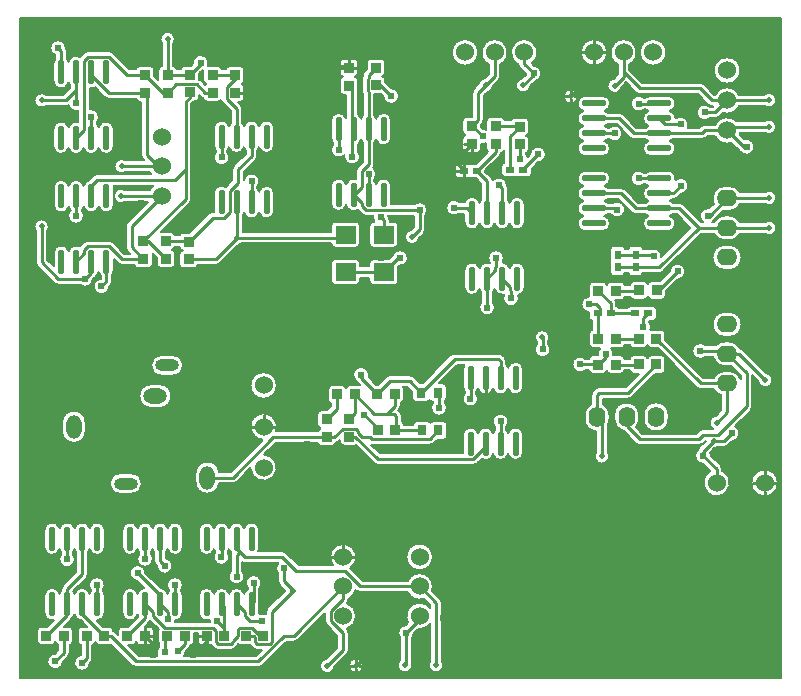
<source format=gtl>
G04 Layer: TopLayer*
G04 EasyEDA Pro v2.2.43.4, 2025-11-03 20:05:48*
G04 Gerber Generator version 0.3*
G04 Scale: 100 percent, Rotated: No, Reflected: No*
G04 Dimensions in millimeters*
G04 Leading zeros omitted, absolute positions, 4 integers and 5 decimals*
G04 Generated by one-click*
%FSLAX45Y45*%
%MOMM*%
%ADD10C,0.2032*%
%ADD11C,0.254*%
%ADD12C,1.524*%
%ADD13R,1.72799X1.48501*%
%ADD14R,0.79009X0.54*%
%ADD15R,0.54X0.79009*%
%ADD16R,0.8X0.9*%
%ADD17R,0.8620X0.80648*%
%ADD18R,0.86401X0.80648*%
%ADD19R,0.80648X0.86401*%
%ADD20O,1.75001X1.4*%
%ADD21O,1.4X1.75001*%
%ADD22C,0.5*%
%ADD23O,0.58801X2.045*%
%ADD24O,2.045X0.58801*%
%ADD25O,1.3X2.0*%
%ADD26O,2.0X1.0*%
%ADD27O,2.0X1.3*%
%ADD28C,0.61*%
G75*


G04 Copper Start*
G36*
G01X670814Y-1699514D02*
G01X7114286Y-1699514D01*
G01X7114286Y-7292086D01*
G01X670814Y-7292086D01*
G01X670814Y-6891000D01*
G01X813726Y-6891000D01*
G01X813726Y-6977400D01*
G01X815479Y-6988467D01*
G01X820566Y-6998451D01*
G01X828489Y-7006374D01*
G01X838473Y-7011461D01*
G01X849540Y-7013214D01*
G01X930187Y-7013214D01*
G01X939801Y-7011900D01*
G01X948709Y-7008053D01*
G01X956258Y-7001956D01*
G01X961893Y-6994056D01*
G01X965200Y-6984934D01*
G01X968680Y-6994381D01*
G01X974652Y-7002486D01*
G01X982643Y-7008608D01*
G01X992022Y-7012265D01*
G01X992022Y-7054668D01*
G01X962864Y-7083827D01*
G01X947682Y-7086141D01*
G01X933441Y-7091886D01*
G01X920902Y-7100752D01*
G01X910739Y-7112264D01*
G01X903496Y-7125806D01*
G01X899563Y-7140650D01*
G01X899149Y-7156001D01*
G01X902278Y-7171036D01*
G01X908780Y-7184948D01*
G01X918309Y-7196991D01*
G01X930352Y-7206520D01*
G01X944264Y-7213022D01*
G01X959299Y-7216151D01*
G01X974650Y-7215737D01*
G01X989494Y-7211804D01*
G01X1003036Y-7204561D01*
G01X1014548Y-7194398D01*
G01X1023414Y-7181859D01*
G01X1029159Y-7167618D01*
G01X1031473Y-7152436D01*
G01X1074841Y-7109068D01*
G01X1082551Y-7099021D01*
G01X1087397Y-7087320D01*
G01X1089050Y-7074764D01*
G01X1089050Y-7012265D01*
G01X1100058Y-7007634D01*
G01X1108931Y-6999641D01*
G01X1114683Y-6989175D01*
G01X1116674Y-6977400D01*
G01X1116674Y-6891000D01*
G01X1114921Y-6879933D01*
G01X1109834Y-6869949D01*
G01X1101911Y-6862026D01*
G01X1091927Y-6856939D01*
G01X1080860Y-6855186D01*
G01X1037487Y-6855186D01*
G01X1096343Y-6796330D01*
G01X1108203Y-6788576D01*
G01X1118109Y-6778444D01*
G01X1125592Y-6766411D01*
G01X1130300Y-6753046D01*
G01X1135516Y-6767447D01*
G01X1143948Y-6780235D01*
G01X1155130Y-6790703D01*
G01X1168445Y-6798274D01*
G01X1183158Y-6802531D01*
G01X1235813Y-6855186D01*
G01X1192440Y-6855186D01*
G01X1181373Y-6856939D01*
G01X1171389Y-6862026D01*
G01X1163466Y-6869949D01*
G01X1158379Y-6879933D01*
G01X1156626Y-6891000D01*
G01X1156626Y-6977400D01*
G01X1158617Y-6989175D01*
G01X1164369Y-6999641D01*
G01X1173242Y-7007634D01*
G01X1184250Y-7012265D01*
G01X1184250Y-7097177D01*
G01X1169749Y-7101001D01*
G01X1156478Y-7107986D01*
G01X1145115Y-7117774D01*
G01X1136243Y-7129864D01*
G01X1130314Y-7143639D01*
G01X1127632Y-7158394D01*
G01X1128334Y-7173375D01*
G01X1132385Y-7187814D01*
G01X1139576Y-7200974D01*
G01X1149540Y-7212182D01*
G01X1161768Y-7220864D01*
G01X1175634Y-7226577D01*
G01X1190429Y-7229028D01*
G01X1205396Y-7228092D01*
G01X1219770Y-7223817D01*
G01X1232817Y-7216421D01*
G01X1243868Y-7206283D01*
G01X1252358Y-7193921D01*
G01X1257853Y-7179968D01*
G01X1260073Y-7165136D01*
G01X1267068Y-7158141D01*
G01X1274778Y-7148093D01*
G01X1279625Y-7136393D01*
G01X1281278Y-7123836D01*
G01X1281278Y-7012265D01*
G01X1290657Y-7008608D01*
G01X1298648Y-7002486D01*
G01X1304620Y-6994381D01*
G01X1308100Y-6984934D01*
G01X1311407Y-6994056D01*
G01X1317042Y-7001956D01*
G01X1324591Y-7008053D01*
G01X1333499Y-7011900D01*
G01X1343113Y-7013214D01*
G01X1423760Y-7013214D01*
G01X1433118Y-7011970D01*
G01X1441825Y-7008325D01*
G01X1617905Y-7184405D01*
G01X1627953Y-7192114D01*
G01X1639653Y-7196961D01*
G01X1652210Y-7198614D01*
G01X2687063Y-7198614D01*
G01X2699619Y-7196961D01*
G01X2711320Y-7192114D01*
G01X2721368Y-7184405D01*
G01X2923058Y-6982714D01*
G01X2984487Y-6982714D01*
G01X2997044Y-6981061D01*
G01X3008744Y-6976214D01*
G01X3018792Y-6968505D01*
G01X3250973Y-6736323D01*
G01X3250973Y-6808207D01*
G01X3252626Y-6820763D01*
G01X3257473Y-6832464D01*
G01X3265183Y-6842511D01*
G01X3355073Y-6932402D01*
G01X3355073Y-7033912D01*
G01X3261623Y-7127362D01*
G01X3247181Y-7131225D01*
G01X3234118Y-7138495D01*
G01X3223223Y-7148732D01*
G01X3215154Y-7161317D01*
G01X3210400Y-7175491D01*
G01X3209248Y-7190396D01*
G01X3211766Y-7205132D01*
G01X3217804Y-7218809D01*
G01X3226995Y-7230599D01*
G01X3238785Y-7239790D01*
G01X3252462Y-7245828D01*
G01X3267198Y-7248346D01*
G01X3282103Y-7247194D01*
G01X3296277Y-7242440D01*
G01X3308862Y-7234371D01*
G01X3319099Y-7223476D01*
G01X3326369Y-7210413D01*
G01X3330232Y-7195971D01*
G01X3340207Y-7185997D01*
G01X3452084Y-7185997D01*
G01X3453851Y-7200550D01*
G01X3459049Y-7214258D01*
G01X3467378Y-7226324D01*
G01X3478351Y-7236045D01*
G01X3491333Y-7242859D01*
G01X3505567Y-7246367D01*
G01X3520228Y-7246367D01*
G01X3534462Y-7242859D01*
G01X3547444Y-7236045D01*
G01X3558417Y-7226324D01*
G01X3566746Y-7214258D01*
G01X3571944Y-7200550D01*
G01X3573711Y-7185997D01*
G01X3571944Y-7171443D01*
G01X3566746Y-7157735D01*
G01X3558417Y-7145669D01*
G01X3547444Y-7135948D01*
G01X3534462Y-7129135D01*
G01X3520228Y-7125626D01*
G01X3505567Y-7125626D01*
G01X3491333Y-7129135D01*
G01X3478351Y-7135948D01*
G01X3467378Y-7145669D01*
G01X3459049Y-7157735D01*
G01X3453851Y-7171443D01*
G01X3452084Y-7185997D01*
G01X3452084Y-7185997D01*
G01X3340207Y-7185997D01*
G01X3437892Y-7088311D01*
G01X3445602Y-7078264D01*
G01X3450448Y-7066563D01*
G01X3452101Y-7054007D01*
G01X3452101Y-6912307D01*
G01X3450448Y-6899750D01*
G01X3445602Y-6888050D01*
G01X3437892Y-6878002D01*
G01X3433047Y-6873157D01*
G01X3452563Y-6865827D01*
G01X3470382Y-6855007D01*
G01X3485888Y-6841072D01*
G01X3498543Y-6824506D01*
G01X3507909Y-6805881D01*
G01X3513661Y-6785843D01*
G01X3515601Y-6765087D01*
G01X3513661Y-6744330D01*
G01X3507909Y-6724293D01*
G01X3498543Y-6705668D01*
G01X3485888Y-6689101D01*
G01X3470382Y-6675167D01*
G01X3452563Y-6664347D01*
G01X3433047Y-6657016D01*
G01X3437892Y-6652171D01*
G01X3445602Y-6642124D01*
G01X3450448Y-6630423D01*
G01X3452101Y-6617867D01*
G01X3452101Y-6616063D01*
G01X3468606Y-6606312D01*
G01X3483206Y-6593891D01*
G01X3495475Y-6579161D01*
G01X3505052Y-6562555D01*
G01X3511658Y-6544560D01*
G01X3516515Y-6549417D01*
G01X3526563Y-6557127D01*
G01X3538264Y-6561974D01*
G01X3550820Y-6563627D01*
G01X3950337Y-6563627D01*
G01X3960821Y-6581148D01*
G01X3974312Y-6596476D01*
G01X3990360Y-6609099D01*
G01X4008434Y-6618600D01*
G01X4027932Y-6624662D01*
G01X4048207Y-6627084D01*
G01X4068584Y-6625785D01*
G01X4088387Y-6620809D01*
G01X4142182Y-6674604D01*
G01X4142182Y-6699620D01*
G01X4129828Y-6685221D01*
G01X4115220Y-6673114D01*
G01X4098778Y-6663645D01*
G01X4080974Y-6657088D01*
G01X4062319Y-6653629D01*
G01X4043347Y-6653368D01*
G01X4024604Y-6656313D01*
G01X4006627Y-6662379D01*
G01X3989931Y-6671393D01*
G01X3974996Y-6683094D01*
G01X3962250Y-6697149D01*
G01X3952060Y-6713153D01*
G01X3944716Y-6730647D01*
G01X3940430Y-6749130D01*
G01X3939325Y-6768071D01*
G01X3941433Y-6786927D01*
G01X3946693Y-6805156D01*
G01X3954954Y-6822237D01*
G01X3934664Y-6842527D01*
G01X3919708Y-6844780D01*
G01X3905652Y-6850363D01*
G01X3893226Y-6858986D01*
G01X3883077Y-6870201D01*
G01X3875734Y-6883423D01*
G01X3871577Y-6897965D01*
G01X3870824Y-6913071D01*
G01X3873512Y-6927954D01*
G01X3879504Y-6941842D01*
G01X3888486Y-6954010D01*
G01X3888486Y-7137494D01*
G01X3878467Y-7148013D01*
G01X3871229Y-7160608D01*
G01X3867184Y-7174560D01*
G01X3866563Y-7189073D01*
G01X3869402Y-7203319D01*
G01X3875539Y-7216486D01*
G01X3884623Y-7227822D01*
G01X3896136Y-7236680D01*
G01X3909422Y-7242555D01*
G01X3923721Y-7245111D01*
G01X3938220Y-7244203D01*
G01X3952089Y-7239883D01*
G01X3964538Y-7232396D01*
G01X3974856Y-7222171D01*
G01X3982455Y-7209791D01*
G01X3986901Y-7195961D01*
G01X3987940Y-7181472D01*
G01X3985514Y-7167150D01*
G01X3985514Y-6954010D01*
G01X3994815Y-6941280D01*
G01X4000848Y-6926715D01*
G01X4003273Y-6911136D01*
G01X4038079Y-6876330D01*
G01X4057922Y-6876918D01*
G01X4077557Y-6873993D01*
G01X4096368Y-6867647D01*
G01X4113763Y-6858081D01*
G01X4129196Y-6845594D01*
G01X4142182Y-6830579D01*
G01X4142182Y-7146126D01*
G01X4134702Y-7159069D01*
G01X4130606Y-7173447D01*
G01X4130140Y-7188389D01*
G01X4133334Y-7202994D01*
G01X4139995Y-7216377D01*
G01X4149720Y-7227732D01*
G01X4161920Y-7236371D01*
G01X4175860Y-7241773D01*
G01X4190696Y-7243610D01*
G01X4205533Y-7241773D01*
G01X4219473Y-7236371D01*
G01X4231673Y-7227732D01*
G01X4241398Y-7216377D01*
G01X4248058Y-7202994D01*
G01X4251253Y-7188389D01*
G01X4250787Y-7173447D01*
G01X4246691Y-7159069D01*
G01X4239210Y-7146126D01*
G01X4239210Y-6654509D01*
G01X4237557Y-6641953D01*
G01X4232711Y-6630252D01*
G01X4225001Y-6620205D01*
G01X4156996Y-6552200D01*
G01X4162089Y-6531632D01*
G01X4163218Y-6510474D01*
G01X4160342Y-6489481D01*
G01X4153564Y-6469405D01*
G01X4143127Y-6450965D01*
G01X4129405Y-6434821D01*
G01X4112887Y-6421549D01*
G01X4094166Y-6411625D01*
G01X4073911Y-6405405D01*
G01X4052847Y-6403109D01*
G01X4031727Y-6404822D01*
G01X4011308Y-6410481D01*
G01X3992320Y-6419884D01*
G01X3975443Y-6432694D01*
G01X3961279Y-6448454D01*
G01X3950337Y-6466599D01*
G01X3570915Y-6466599D01*
G01X3463836Y-6359519D01*
G01X3480285Y-6346725D01*
G01X3494080Y-6331105D01*
G01X3504743Y-6313200D01*
G01X3511904Y-6293629D01*
G01X3515316Y-6273071D01*
G01X3514917Y-6254765D01*
G01X3939764Y-6254765D01*
G01X3939764Y-6275436D01*
G01X3943562Y-6295755D01*
G01X3951029Y-6315029D01*
G01X3961911Y-6332604D01*
G01X3975837Y-6347880D01*
G01X3992332Y-6360337D01*
G01X4010836Y-6369550D01*
G01X4030717Y-6375207D01*
G01X4051300Y-6377114D01*
G01X4071883Y-6375207D01*
G01X4091764Y-6369550D01*
G01X4110268Y-6360337D01*
G01X4126763Y-6347880D01*
G01X4140689Y-6332604D01*
G01X4151571Y-6315029D01*
G01X4159038Y-6295755D01*
G01X4162836Y-6275436D01*
G01X4162836Y-6254765D01*
G01X4159038Y-6234446D01*
G01X4151571Y-6215172D01*
G01X4140689Y-6197597D01*
G01X4126763Y-6182321D01*
G01X4110268Y-6169864D01*
G01X4091764Y-6160651D01*
G01X4071883Y-6154994D01*
G01X4051300Y-6153086D01*
G01X4051300Y-6153086D01*
G01X4030717Y-6154994D01*
G01X4010836Y-6160651D01*
G01X3992332Y-6169864D01*
G01X3975837Y-6182321D01*
G01X3961911Y-6197597D01*
G01X3951029Y-6215172D01*
G01X3943562Y-6234446D01*
G01X3939764Y-6254765D01*
G01X3514917Y-6254765D01*
G01X3514862Y-6252237D01*
G01X3510556Y-6231847D01*
G01X3502547Y-6212608D01*
G01X3491113Y-6195185D01*
G01X3476650Y-6180182D01*
G01X3459658Y-6168118D01*
G01X3440725Y-6159409D01*
G01X3420507Y-6154359D01*
G01X3399703Y-6153141D01*
G01X3379034Y-6155798D01*
G01X3359214Y-6162238D01*
G01X3340931Y-6172237D01*
G01X3324816Y-6185450D01*
G01X3311427Y-6201420D01*
G01X3301228Y-6219593D01*
G01X3294572Y-6239341D01*
G01X3291690Y-6259980D01*
G01X3292680Y-6280796D01*
G01X3297509Y-6301068D01*
G01X3306010Y-6320095D01*
G01X3317888Y-6337218D01*
G01X3027627Y-6337218D01*
G01X2922304Y-6231895D01*
G01X2912257Y-6224185D01*
G01X2900556Y-6219339D01*
G01X2888000Y-6217686D01*
G01X2684564Y-6217686D01*
G01X2689810Y-6207008D01*
G01X2693029Y-6195556D01*
G01X2694115Y-6183709D01*
G01X2694115Y-6038009D01*
G01X2692204Y-6022340D01*
G01X2686585Y-6007589D01*
G01X2677585Y-5994620D01*
G01X2665734Y-5984193D01*
G01X2651724Y-5976919D01*
G01X2636377Y-5973225D01*
G01X2620592Y-5973326D01*
G01X2605294Y-5977217D01*
G01X2591378Y-5984670D01*
G01X2579662Y-5995248D01*
G01X2570830Y-6008332D01*
G01X2565400Y-6023154D01*
G01X2559936Y-6008264D01*
G01X2551039Y-5995133D01*
G01X2539235Y-5984539D01*
G01X2525222Y-5977108D01*
G01X2509830Y-5973279D01*
G01X2493970Y-5973279D01*
G01X2478578Y-5977108D01*
G01X2464565Y-5984539D01*
G01X2452761Y-5995133D01*
G01X2443864Y-6008264D01*
G01X2438400Y-6023154D01*
G01X2432936Y-6008264D01*
G01X2424039Y-5995133D01*
G01X2412235Y-5984539D01*
G01X2398222Y-5977108D01*
G01X2382830Y-5973279D01*
G01X2366970Y-5973279D01*
G01X2351578Y-5977108D01*
G01X2337565Y-5984539D01*
G01X2325761Y-5995133D01*
G01X2316864Y-6008264D01*
G01X2311400Y-6023154D01*
G01X2305970Y-6008332D01*
G01X2297138Y-5995248D01*
G01X2285422Y-5984670D01*
G01X2271506Y-5977217D01*
G01X2256208Y-5973326D01*
G01X2240423Y-5973225D01*
G01X2225076Y-5976919D01*
G01X2211066Y-5984193D01*
G01X2199215Y-5994620D01*
G01X2190215Y-6007589D01*
G01X2184596Y-6022340D01*
G01X2182686Y-6038009D01*
G01X2182686Y-6183709D01*
G01X2184596Y-6199378D01*
G01X2190215Y-6214129D01*
G01X2199215Y-6227098D01*
G01X2211066Y-6237525D01*
G01X2225076Y-6244799D01*
G01X2240423Y-6248493D01*
G01X2256208Y-6248392D01*
G01X2271506Y-6244501D01*
G01X2285422Y-6237048D01*
G01X2297138Y-6226470D01*
G01X2305970Y-6213386D01*
G01X2311400Y-6198564D01*
G01X2315953Y-6211605D01*
G01X2323151Y-6223395D01*
G01X2314850Y-6235828D01*
G01X2309545Y-6249804D01*
G01X2307505Y-6264614D01*
G01X2308835Y-6279504D01*
G01X2313465Y-6293718D01*
G01X2321163Y-6306533D01*
G01X2331535Y-6317299D01*
G01X2344055Y-6325468D01*
G01X2358086Y-6330625D01*
G01X2372917Y-6332508D01*
G01X2387792Y-6331021D01*
G01X2401956Y-6326240D01*
G01X2414689Y-6318408D01*
G01X2425345Y-6307922D01*
G01X2433380Y-6295316D01*
G01X2438389Y-6281231D01*
G01X2440114Y-6266381D01*
G01X2438470Y-6251523D01*
G01X2433539Y-6237410D01*
G01X2425572Y-6224760D01*
G01X2433470Y-6212389D01*
G01X2438400Y-6198564D01*
G01X2442398Y-6210400D01*
G01X2448579Y-6221256D01*
G01X2456717Y-6230734D01*
G01X2454226Y-6239412D01*
G01X2453386Y-6248400D01*
G01X2453386Y-6386090D01*
G01X2444288Y-6398461D01*
G01X2438279Y-6412593D01*
G01X2435682Y-6427729D01*
G01X2436636Y-6443056D01*
G01X2441090Y-6457753D01*
G01X2448806Y-6471031D01*
G01X2459368Y-6482178D01*
G01X2472211Y-6490597D01*
G01X2486647Y-6495836D01*
G01X2501900Y-6497614D01*
G01X2517153Y-6495836D01*
G01X2531589Y-6490597D01*
G01X2544432Y-6482178D01*
G01X2554994Y-6471031D01*
G01X2562710Y-6457753D01*
G01X2567164Y-6443056D01*
G01X2568118Y-6427729D01*
G01X2565521Y-6412593D01*
G01X2559512Y-6398461D01*
G01X2550414Y-6386090D01*
G01X2550414Y-6310361D01*
G01X2560224Y-6313613D01*
G01X2570500Y-6314714D01*
G01X2854909Y-6314714D01*
G01X2845656Y-6326029D01*
G01X2839107Y-6339096D01*
G01X2835579Y-6353281D01*
G01X2835245Y-6367894D01*
G01X2838120Y-6382225D01*
G01X2844065Y-6395579D01*
G01X2852791Y-6407305D01*
G01X2852791Y-6444031D01*
G01X2853490Y-6452235D01*
G01X2855566Y-6460203D01*
G01X2855566Y-6472780D01*
G01X2857219Y-6485336D01*
G01X2862065Y-6497037D01*
G01X2869775Y-6507084D01*
G01X2913647Y-6550956D01*
G01X2763556Y-6701047D01*
G01X2755846Y-6711095D01*
G01X2750999Y-6722795D01*
G01X2749346Y-6735352D01*
G01X2749346Y-6748870D01*
G01X2736056Y-6743448D01*
G01X2721910Y-6741013D01*
G01X2707572Y-6741679D01*
G01X2693713Y-6745415D01*
G01X2694115Y-6738191D01*
G01X2694115Y-6655815D01*
G01X2694747Y-6648008D01*
G01X2694747Y-6530277D01*
G01X2703845Y-6517906D01*
G01X2709854Y-6503774D01*
G01X2712451Y-6488638D01*
G01X2711496Y-6473311D01*
G01X2707042Y-6458615D01*
G01X2699327Y-6445337D01*
G01X2688765Y-6434189D01*
G01X2675922Y-6425770D01*
G01X2661486Y-6420531D01*
G01X2646233Y-6418753D01*
G01X2630979Y-6420531D01*
G01X2616544Y-6425770D01*
G01X2603701Y-6434189D01*
G01X2593138Y-6445337D01*
G01X2585423Y-6458615D01*
G01X2580969Y-6473311D01*
G01X2580015Y-6488638D01*
G01X2582612Y-6503774D01*
G01X2588620Y-6517906D01*
G01X2597719Y-6530277D01*
G01X2597719Y-6535214D01*
G01X2586433Y-6542999D01*
G01X2577025Y-6552970D01*
G01X2569909Y-6564689D01*
G01X2565400Y-6577636D01*
G01X2559936Y-6562746D01*
G01X2551039Y-6549615D01*
G01X2539235Y-6539021D01*
G01X2525222Y-6531590D01*
G01X2509830Y-6527761D01*
G01X2493970Y-6527761D01*
G01X2478578Y-6531590D01*
G01X2464565Y-6539021D01*
G01X2452761Y-6549615D01*
G01X2443864Y-6562746D01*
G01X2438400Y-6577636D01*
G01X2432936Y-6562746D01*
G01X2424039Y-6549615D01*
G01X2412235Y-6539021D01*
G01X2398222Y-6531590D01*
G01X2382830Y-6527761D01*
G01X2366970Y-6527761D01*
G01X2351578Y-6531590D01*
G01X2337565Y-6539021D01*
G01X2325761Y-6549615D01*
G01X2316864Y-6562746D01*
G01X2311400Y-6577636D01*
G01X2305970Y-6562814D01*
G01X2297138Y-6549730D01*
G01X2285422Y-6539152D01*
G01X2271506Y-6531699D01*
G01X2256208Y-6527808D01*
G01X2240423Y-6527707D01*
G01X2225076Y-6531401D01*
G01X2211066Y-6538675D01*
G01X2199215Y-6549102D01*
G01X2190215Y-6562071D01*
G01X2184596Y-6576822D01*
G01X2182686Y-6592491D01*
G01X2182686Y-6592491D01*
G01X2182686Y-6738191D01*
G01X2184709Y-6754312D01*
G01X2190656Y-6769432D01*
G01X2200155Y-6782614D01*
G01X2212619Y-6793037D01*
G01X2227272Y-6800057D01*
G01X2243206Y-6803236D01*
G01X2259431Y-6802378D01*
G01X2274940Y-6797535D01*
G01X2273825Y-6806024D01*
G01X2273814Y-6814586D01*
G01X1980899Y-6814586D01*
G01X1983419Y-6803367D01*
G01X1997559Y-6801320D01*
G01X2010915Y-6796242D01*
G01X2022844Y-6788377D01*
G01X2032774Y-6778104D01*
G01X2040229Y-6765914D01*
G01X2044849Y-6752393D01*
G01X2046415Y-6738191D01*
G01X2046415Y-6592491D01*
G01X2044483Y-6576739D01*
G01X2038804Y-6561919D01*
G01X2029714Y-6548910D01*
G01X2029714Y-6546523D01*
G01X2038535Y-6533954D01*
G01X2044228Y-6519694D01*
G01X2046490Y-6504506D01*
G01X2045197Y-6489206D01*
G01X2040421Y-6474613D01*
G01X2032416Y-6461509D01*
G01X2021612Y-6450599D01*
G01X2008588Y-6442465D01*
G01X1994042Y-6437545D01*
G01X1978755Y-6436102D01*
G01X1963546Y-6438214D01*
G01X1949231Y-6443767D01*
G01X1936576Y-6452463D01*
G01X1926260Y-6463837D01*
G01X1918837Y-6477279D01*
G01X1914705Y-6492067D01*
G01X1914085Y-6507410D01*
G01X1917009Y-6522484D01*
G01X1923323Y-6536481D01*
G01X1932686Y-6548650D01*
G01X1932686Y-6548910D01*
G01X1926104Y-6557600D01*
G01X1921062Y-6567266D01*
G01X1917700Y-6577636D01*
G01X1913171Y-6564647D01*
G01X1906019Y-6552897D01*
G01X1896561Y-6542909D01*
G01X1885219Y-6535126D01*
G01X1872496Y-6529896D01*
G01X1858960Y-6527451D01*
G01X1729973Y-6398464D01*
G01X1727659Y-6383282D01*
G01X1721914Y-6369041D01*
G01X1713048Y-6356502D01*
G01X1701536Y-6346339D01*
G01X1687994Y-6339096D01*
G01X1673150Y-6335163D01*
G01X1657799Y-6334749D01*
G01X1642764Y-6337878D01*
G01X1628852Y-6344380D01*
G01X1616809Y-6353909D01*
G01X1607280Y-6365952D01*
G01X1600778Y-6379864D01*
G01X1597649Y-6394899D01*
G01X1598063Y-6410250D01*
G01X1601996Y-6425094D01*
G01X1609239Y-6438636D01*
G01X1619402Y-6450148D01*
G01X1631941Y-6459014D01*
G01X1646182Y-6464759D01*
G01X1661364Y-6467073D01*
G01X1721792Y-6527501D01*
G01X1708384Y-6530050D01*
G01X1695801Y-6535334D01*
G01X1684592Y-6543120D01*
G01X1675250Y-6553069D01*
G01X1668182Y-6564745D01*
G01X1663700Y-6577636D01*
G01X1658270Y-6562814D01*
G01X1649438Y-6549730D01*
G01X1637722Y-6539152D01*
G01X1623806Y-6531699D01*
G01X1608508Y-6527808D01*
G01X1592723Y-6527707D01*
G01X1577376Y-6531401D01*
G01X1563366Y-6538675D01*
G01X1551515Y-6549102D01*
G01X1542515Y-6562071D01*
G01X1536896Y-6576822D01*
G01X1534986Y-6592491D01*
G01X1534986Y-6738191D01*
G01X1536896Y-6753860D01*
G01X1542515Y-6768611D01*
G01X1551515Y-6781580D01*
G01X1563366Y-6792007D01*
G01X1577376Y-6799281D01*
G01X1592723Y-6802975D01*
G01X1608508Y-6802874D01*
G01X1623806Y-6798983D01*
G01X1637722Y-6791530D01*
G01X1649438Y-6780952D01*
G01X1658270Y-6767868D01*
G01X1663700Y-6753046D01*
G01X1666522Y-6762090D01*
G01X1670625Y-6770629D01*
G01X1586069Y-6855186D01*
G01X1535340Y-6855186D01*
G01X1524273Y-6856939D01*
G01X1514289Y-6862026D01*
G01X1506366Y-6869949D01*
G01X1501279Y-6879933D01*
G01X1499526Y-6891000D01*
G01X1499526Y-6928807D01*
G01X1470614Y-6899895D01*
G01X1459574Y-6891628D01*
G01X1459574Y-6891000D01*
G01X1457821Y-6879933D01*
G01X1452734Y-6869949D01*
G01X1444811Y-6862026D01*
G01X1434827Y-6856939D01*
G01X1423760Y-6855186D01*
G01X1373031Y-6855186D01*
G01X1321249Y-6803404D01*
G01X1335687Y-6801683D01*
G01X1349384Y-6796807D01*
G01X1361661Y-6789017D01*
G01X1371907Y-6778701D01*
G01X1379612Y-6766371D01*
G01X1384394Y-6752640D01*
G01X1386015Y-6738191D01*
G01X1386015Y-6592491D01*
G01X1384083Y-6576739D01*
G01X1378404Y-6561919D01*
G01X1369314Y-6548910D01*
G01X1369314Y-6545835D01*
G01X1377954Y-6533158D01*
G01X1383449Y-6518836D01*
G01X1385507Y-6503634D01*
G01X1384016Y-6488366D01*
G01X1379058Y-6473849D01*
G01X1370896Y-6460860D01*
G01X1359968Y-6450094D01*
G01X1346858Y-6442127D01*
G01X1332269Y-6437386D01*
G01X1316980Y-6436123D01*
G01X1301811Y-6438408D01*
G01X1287572Y-6444117D01*
G01X1275026Y-6452944D01*
G01X1264844Y-6464419D01*
G01X1257572Y-6477926D01*
G01X1253597Y-6492743D01*
G01X1253134Y-6508076D01*
G01X1256206Y-6523106D01*
G01X1262649Y-6537028D01*
G01X1272119Y-6549096D01*
G01X1262923Y-6562438D01*
G01X1257300Y-6577636D01*
G01X1251836Y-6562746D01*
G01X1242939Y-6549615D01*
G01X1231135Y-6539021D01*
G01X1217122Y-6531590D01*
G01X1201730Y-6527761D01*
G01X1185870Y-6527761D01*
G01X1170478Y-6531590D01*
G01X1156465Y-6539021D01*
G01X1144661Y-6549615D01*
G01X1135764Y-6562746D01*
G01X1130300Y-6577636D01*
G01X1126426Y-6566077D01*
G01X1120468Y-6555441D01*
G01X1228105Y-6447805D01*
G01X1235814Y-6437757D01*
G01X1240661Y-6426056D01*
G01X1242314Y-6413500D01*
G01X1242314Y-6227290D01*
G01X1248896Y-6218600D01*
G01X1253938Y-6208934D01*
G01X1257300Y-6198564D01*
G01X1262730Y-6213386D01*
G01X1271562Y-6226470D01*
G01X1283278Y-6237048D01*
G01X1297194Y-6244501D01*
G01X1312492Y-6248392D01*
G01X1328277Y-6248493D01*
G01X1343624Y-6244799D01*
G01X1357634Y-6237525D01*
G01X1369485Y-6227098D01*
G01X1378485Y-6214129D01*
G01X1384104Y-6199378D01*
G01X1386015Y-6183709D01*
G01X1386015Y-6038009D01*
G01X1534986Y-6038009D01*
G01X1534986Y-6183709D01*
G01X1536896Y-6199378D01*
G01X1542515Y-6214129D01*
G01X1551515Y-6227098D01*
G01X1563366Y-6237525D01*
G01X1577376Y-6244799D01*
G01X1592723Y-6248493D01*
G01X1608508Y-6248392D01*
G01X1623806Y-6244501D01*
G01X1637722Y-6237048D01*
G01X1649438Y-6226470D01*
G01X1658270Y-6213386D01*
G01X1663700Y-6198564D01*
G01X1667062Y-6208934D01*
G01X1672104Y-6218600D01*
G01X1678686Y-6227290D01*
G01X1678686Y-6237771D01*
G01X1669588Y-6250142D01*
G01X1663579Y-6264274D01*
G01X1660982Y-6279410D01*
G01X1661936Y-6294737D01*
G01X1666390Y-6309433D01*
G01X1674106Y-6322711D01*
G01X1684668Y-6333859D01*
G01X1697511Y-6342278D01*
G01X1711947Y-6347517D01*
G01X1727200Y-6349295D01*
G01X1727200Y-6349295D01*
G01X1742453Y-6347517D01*
G01X1756889Y-6342278D01*
G01X1769732Y-6333859D01*
G01X1780294Y-6322711D01*
G01X1788010Y-6309433D01*
G01X1792464Y-6294737D01*
G01X1793418Y-6279410D01*
G01X1790821Y-6264274D01*
G01X1784812Y-6250142D01*
G01X1775714Y-6237771D01*
G01X1775714Y-6227290D01*
G01X1782296Y-6218600D01*
G01X1787338Y-6208934D01*
G01X1790700Y-6198564D01*
G01X1794062Y-6208934D01*
G01X1799104Y-6218600D01*
G01X1805686Y-6227290D01*
G01X1805686Y-6303281D01*
G01X1807339Y-6315837D01*
G01X1812186Y-6327538D01*
G01X1819895Y-6337585D01*
G01X1826027Y-6343717D01*
G01X1828235Y-6358506D01*
G01X1833701Y-6372425D01*
G01X1842147Y-6384765D01*
G01X1853142Y-6394899D01*
G01X1866129Y-6402312D01*
G01X1880446Y-6406627D01*
G01X1895366Y-6407624D01*
G01X1910130Y-6405253D01*
G01X1923988Y-6399634D01*
G01X1936234Y-6391053D01*
G01X1946246Y-6379947D01*
G01X1953516Y-6366879D01*
G01X1957673Y-6352515D01*
G01X1958505Y-6337585D01*
G01X1955972Y-6322848D01*
G01X1950201Y-6309053D01*
G01X1941486Y-6296902D01*
G01X1930270Y-6287013D01*
G01X1917123Y-6279888D01*
G01X1902714Y-6275890D01*
G01X1902714Y-6227290D01*
G01X1909296Y-6218600D01*
G01X1914338Y-6208934D01*
G01X1917700Y-6198564D01*
G01X1923130Y-6213386D01*
G01X1931962Y-6226470D01*
G01X1943678Y-6237048D01*
G01X1957594Y-6244501D01*
G01X1972892Y-6248392D01*
G01X1988677Y-6248493D01*
G01X2004024Y-6244799D01*
G01X2018034Y-6237525D01*
G01X2029885Y-6227098D01*
G01X2038885Y-6214129D01*
G01X2044504Y-6199378D01*
G01X2046415Y-6183709D01*
G01X2046415Y-6038009D01*
G01X2044504Y-6022340D01*
G01X2038885Y-6007589D01*
G01X2029885Y-5994620D01*
G01X2018034Y-5984193D01*
G01X2004024Y-5976919D01*
G01X1988677Y-5973225D01*
G01X1972892Y-5973326D01*
G01X1957594Y-5977217D01*
G01X1943678Y-5984670D01*
G01X1931962Y-5995248D01*
G01X1923130Y-6008332D01*
G01X1917700Y-6023154D01*
G01X1912236Y-6008264D01*
G01X1903339Y-5995133D01*
G01X1891535Y-5984539D01*
G01X1877522Y-5977108D01*
G01X1862130Y-5973279D01*
G01X1846270Y-5973279D01*
G01X1830878Y-5977108D01*
G01X1816865Y-5984539D01*
G01X1805061Y-5995133D01*
G01X1796164Y-6008264D01*
G01X1790700Y-6023154D01*
G01X1785236Y-6008264D01*
G01X1776339Y-5995133D01*
G01X1764535Y-5984539D01*
G01X1750522Y-5977108D01*
G01X1735130Y-5973279D01*
G01X1719270Y-5973279D01*
G01X1703878Y-5977108D01*
G01X1689865Y-5984539D01*
G01X1678061Y-5995133D01*
G01X1669164Y-6008264D01*
G01X1663700Y-6023154D01*
G01X1658270Y-6008332D01*
G01X1649438Y-5995248D01*
G01X1637722Y-5984670D01*
G01X1623806Y-5977217D01*
G01X1608508Y-5973326D01*
G01X1592723Y-5973225D01*
G01X1577376Y-5976919D01*
G01X1563366Y-5984193D01*
G01X1551515Y-5994620D01*
G01X1542515Y-6007589D01*
G01X1536896Y-6022340D01*
G01X1534986Y-6038009D01*
G01X1386015Y-6038009D01*
G01X1384104Y-6022340D01*
G01X1378485Y-6007589D01*
G01X1369485Y-5994620D01*
G01X1357634Y-5984193D01*
G01X1343624Y-5976919D01*
G01X1328277Y-5973225D01*
G01X1312492Y-5973326D01*
G01X1297194Y-5977217D01*
G01X1283278Y-5984670D01*
G01X1271562Y-5995248D01*
G01X1262730Y-6008332D01*
G01X1257300Y-6023154D01*
G01X1251836Y-6008264D01*
G01X1242939Y-5995133D01*
G01X1231135Y-5984539D01*
G01X1217122Y-5977108D01*
G01X1201730Y-5973279D01*
G01X1185870Y-5973279D01*
G01X1170478Y-5977108D01*
G01X1156465Y-5984539D01*
G01X1144661Y-5995133D01*
G01X1135764Y-6008264D01*
G01X1130300Y-6023154D01*
G01X1124836Y-6008264D01*
G01X1115939Y-5995133D01*
G01X1104135Y-5984539D01*
G01X1090122Y-5977108D01*
G01X1074730Y-5973279D01*
G01X1058870Y-5973279D01*
G01X1043478Y-5977108D01*
G01X1029465Y-5984539D01*
G01X1017661Y-5995133D01*
G01X1008764Y-6008264D01*
G01X1003300Y-6023154D01*
G01X997870Y-6008332D01*
G01X989038Y-5995248D01*
G01X977322Y-5984670D01*
G01X963406Y-5977217D01*
G01X948108Y-5973326D01*
G01X932323Y-5973225D01*
G01X916976Y-5976919D01*
G01X902966Y-5984193D01*
G01X891115Y-5994620D01*
G01X882115Y-6007589D01*
G01X876496Y-6022340D01*
G01X874586Y-6038009D01*
G01X874586Y-6183709D01*
G01X876496Y-6199378D01*
G01X882115Y-6214129D01*
G01X891115Y-6227098D01*
G01X902966Y-6237525D01*
G01X916976Y-6244799D01*
G01X932323Y-6248493D01*
G01X948108Y-6248392D01*
G01X963406Y-6244501D01*
G01X977322Y-6237048D01*
G01X989038Y-6226470D01*
G01X997870Y-6213386D01*
G01X1003300Y-6198564D01*
G01X1006662Y-6208934D01*
G01X1011704Y-6218600D01*
G01X1018286Y-6227290D01*
G01X1018286Y-6241290D01*
G01X1009188Y-6253661D01*
G01X1003179Y-6267794D01*
G01X1000582Y-6282929D01*
G01X1001536Y-6298256D01*
G01X1005990Y-6312953D01*
G01X1013706Y-6326231D01*
G01X1024268Y-6337378D01*
G01X1037111Y-6345797D01*
G01X1051547Y-6351036D01*
G01X1066800Y-6352814D01*
G01X1082053Y-6351036D01*
G01X1096489Y-6345797D01*
G01X1109332Y-6337378D01*
G01X1119894Y-6326231D01*
G01X1127610Y-6312953D01*
G01X1132064Y-6298256D01*
G01X1133018Y-6282929D01*
G01X1130421Y-6267794D01*
G01X1124412Y-6253661D01*
G01X1115314Y-6241290D01*
G01X1115314Y-6227290D01*
G01X1121896Y-6218600D01*
G01X1126938Y-6208934D01*
G01X1130300Y-6198564D01*
G01X1133662Y-6208934D01*
G01X1138704Y-6218600D01*
G01X1145286Y-6227290D01*
G01X1145286Y-6393405D01*
G01X1032495Y-6506195D01*
G01X1024786Y-6516243D01*
G01X1019939Y-6527944D01*
G01X1018286Y-6540500D01*
G01X1018286Y-6548910D01*
G01X1011704Y-6557600D01*
G01X1006662Y-6567266D01*
G01X1003300Y-6577636D01*
G01X997870Y-6562814D01*
G01X989038Y-6549730D01*
G01X977322Y-6539152D01*
G01X963406Y-6531699D01*
G01X948108Y-6527808D01*
G01X932323Y-6527707D01*
G01X916976Y-6531401D01*
G01X902966Y-6538675D01*
G01X891115Y-6549102D01*
G01X882115Y-6562071D01*
G01X876496Y-6576822D01*
G01X874586Y-6592491D01*
G01X874586Y-6738191D01*
G01X876198Y-6752602D01*
G01X880955Y-6766300D01*
G01X888621Y-6778609D01*
G01X898818Y-6788919D01*
G01X911041Y-6796721D01*
G01X924685Y-6801630D01*
G01X939078Y-6803401D01*
G01X953506Y-6801949D01*
G01X900269Y-6855186D01*
G01X849540Y-6855186D01*
G01X838473Y-6856939D01*
G01X828489Y-6862026D01*
G01X820566Y-6869949D01*
G01X815479Y-6879933D01*
G01X813726Y-6891000D01*
G01X670814Y-6891000D01*
G01X670814Y-5634529D01*
G01X1428915Y-5634529D01*
G01X1428915Y-5652469D01*
G01X1432645Y-5670017D01*
G01X1439942Y-5686406D01*
G01X1450487Y-5700920D01*
G01X1463819Y-5712924D01*
G01X1479355Y-5721894D01*
G01X1496417Y-5727438D01*
G01X1514259Y-5729313D01*
G01X1614259Y-5729313D01*
G01X1632101Y-5727438D01*
G01X1649163Y-5721894D01*
G01X1664699Y-5712924D01*
G01X1678031Y-5700920D01*
G01X1688576Y-5686406D01*
G01X1695873Y-5670017D01*
G01X1699603Y-5652469D01*
G01X1699603Y-5634529D01*
G01X1695873Y-5616981D01*
G01X1688576Y-5600592D01*
G01X1678031Y-5586078D01*
G01X1664699Y-5574074D01*
G01X1649163Y-5565104D01*
G01X1632101Y-5559560D01*
G01X1622004Y-5558499D01*
G01X2153309Y-5558499D01*
G01X2153309Y-5628499D01*
G01X2155328Y-5648575D01*
G01X2161305Y-5667846D01*
G01X2170999Y-5685542D01*
G01X2184023Y-5700952D01*
G01X2199855Y-5713460D01*
G01X2217861Y-5722565D01*
G01X2237319Y-5727903D01*
G01X2257450Y-5729258D01*
G01X2277448Y-5726577D01*
G01X2296512Y-5719968D01*
G01X2313878Y-5709695D01*
G01X2328850Y-5696169D01*
G01X2340829Y-5679933D01*
G01X2349335Y-5661637D01*
G01X2354027Y-5642013D01*
G01X2471001Y-5642013D01*
G01X2483557Y-5640360D01*
G01X2495258Y-5635513D01*
G01X2505305Y-5627804D01*
G01X2618614Y-5514495D01*
G01X2621320Y-5534173D01*
G01X2627460Y-5553064D01*
G01X2636839Y-5570573D01*
G01X2649164Y-5586151D01*
G01X2664046Y-5599306D01*
G01X2681019Y-5609626D01*
G01X2699547Y-5616786D01*
G01X2719048Y-5620561D01*
G01X2738910Y-5620832D01*
G01X2758507Y-5617590D01*
G01X2777223Y-5610938D01*
G01X2794470Y-5601085D01*
G01X2809706Y-5588340D01*
G01X2822451Y-5573104D01*
G01X2832304Y-5555857D01*
G01X2838956Y-5537140D01*
G01X2842198Y-5517543D01*
G01X2841927Y-5497682D01*
G01X2838152Y-5478180D01*
G01X2830992Y-5459652D01*
G01X2820672Y-5442680D01*
G01X2807517Y-5427798D01*
G01X2791939Y-5415473D01*
G01X2774430Y-5406094D01*
G01X2755539Y-5399954D01*
G01X2735861Y-5397248D01*
G01X2833529Y-5299580D01*
G01X3186155Y-5299580D01*
G01X3190786Y-5310588D01*
G01X3198779Y-5319461D01*
G01X3209245Y-5325213D01*
G01X3221020Y-5327204D01*
G01X3307420Y-5327204D01*
G01X3317234Y-5325833D01*
G01X3326297Y-5321826D01*
G01X3333914Y-5315488D01*
G01X3339504Y-5307306D01*
G01X3342637Y-5297905D01*
G01X3354291Y-5293059D01*
G01X3364301Y-5285371D01*
G01X3378076Y-5271597D01*
G01X3378076Y-5287278D01*
G01X3379828Y-5298345D01*
G01X3384915Y-5308329D01*
G01X3392839Y-5316252D01*
G01X3402822Y-5321339D01*
G01X3413890Y-5323092D01*
G01X3500290Y-5323092D01*
G01X3506464Y-5322556D01*
G01X3512454Y-5320963D01*
G01X3662387Y-5470896D01*
G01X3672434Y-5478606D01*
G01X3684135Y-5483452D01*
G01X3696691Y-5485105D01*
G01X4506835Y-5485105D01*
G01X4519391Y-5483452D01*
G01X4531092Y-5478606D01*
G01X4541139Y-5470896D01*
G01X4576720Y-5435315D01*
G01X4590669Y-5441543D01*
G01X4605685Y-5444356D01*
G01X4620943Y-5443598D01*
G01X4635605Y-5439311D01*
G01X4648869Y-5431730D01*
G01X4660004Y-5421273D01*
G01X4668402Y-5408511D01*
G01X4673600Y-5394146D01*
G01X4679064Y-5409036D01*
G01X4687961Y-5422167D01*
G01X4699765Y-5432761D01*
G01X4713778Y-5440192D01*
G01X4729170Y-5444021D01*
G01X4745030Y-5444021D01*
G01X4760422Y-5440192D01*
G01X4774435Y-5432761D01*
G01X4786239Y-5422167D01*
G01X4795136Y-5409036D01*
G01X4800600Y-5394146D01*
G01X4806030Y-5408968D01*
G01X4814862Y-5422052D01*
G01X4826578Y-5432630D01*
G01X4840494Y-5440083D01*
G01X4855792Y-5443974D01*
G01X4871577Y-5444075D01*
G01X4886924Y-5440381D01*
G01X4900934Y-5433107D01*
G01X4912785Y-5422680D01*
G01X4921785Y-5409711D01*
G01X4927404Y-5394960D01*
G01X4929315Y-5379291D01*
G01X4929315Y-5233591D01*
G01X4927404Y-5217922D01*
G01X4921785Y-5203171D01*
G01X4912785Y-5190202D01*
G01X4900934Y-5179775D01*
G01X4886924Y-5172501D01*
G01X4871577Y-5168807D01*
G01X4855792Y-5168908D01*
G01X4840494Y-5172799D01*
G01X4826578Y-5180252D01*
G01X4814862Y-5190830D01*
G01X4806030Y-5203914D01*
G01X4800600Y-5218736D01*
G01X4797238Y-5208366D01*
G01X4792196Y-5198700D01*
G01X4785614Y-5190010D01*
G01X4785614Y-5163310D01*
G01X4794712Y-5150939D01*
G01X4800721Y-5136806D01*
G01X4803318Y-5121671D01*
G01X4802364Y-5106344D01*
G01X4797910Y-5091647D01*
G01X4790194Y-5078369D01*
G01X4779632Y-5067222D01*
G01X4766789Y-5058803D01*
G01X4752353Y-5053564D01*
G01X4737100Y-5051786D01*
G01X4721847Y-5053564D01*
G01X4707411Y-5058803D01*
G01X4694568Y-5067222D01*
G01X4684006Y-5078369D01*
G01X4676290Y-5091647D01*
G01X4671836Y-5106344D01*
G01X4670882Y-5121671D01*
G01X4673479Y-5136806D01*
G01X4679488Y-5150939D01*
G01X4688586Y-5163310D01*
G01X4688586Y-5190010D01*
G01X4682004Y-5198700D01*
G01X4676962Y-5208366D01*
G01X4673600Y-5218736D01*
G01X4668136Y-5203846D01*
G01X4659239Y-5190715D01*
G01X4647435Y-5180121D01*
G01X4633422Y-5172690D01*
G01X4618030Y-5168861D01*
G01X4602170Y-5168861D01*
G01X4586778Y-5172690D01*
G01X4572765Y-5180121D01*
G01X4560961Y-5190715D01*
G01X4552064Y-5203846D01*
G01X4546600Y-5218736D01*
G01X4541170Y-5203914D01*
G01X4532338Y-5190830D01*
G01X4520622Y-5180252D01*
G01X4506706Y-5172799D01*
G01X4491408Y-5168908D01*
G01X4475623Y-5168807D01*
G01X4460276Y-5172501D01*
G01X4446266Y-5179775D01*
G01X4434415Y-5190202D01*
G01X4425415Y-5203171D01*
G01X4419796Y-5217922D01*
G01X4417886Y-5233591D01*
G01X4417886Y-5379291D01*
G01X4418480Y-5388077D01*
G01X3716787Y-5388077D01*
G01X3642578Y-5313869D01*
G01X3644683Y-5313914D01*
G01X4005550Y-5313914D01*
G01X4018641Y-5315714D01*
G01X4137302Y-5315714D01*
G01X4149859Y-5314061D01*
G01X4161559Y-5309214D01*
G01X4171607Y-5301505D01*
G01X4197998Y-5275114D01*
G01X4250202Y-5275114D01*
G01X4261269Y-5273361D01*
G01X4271253Y-5268274D01*
G01X4279176Y-5260351D01*
G01X4284263Y-5250367D01*
G01X4286016Y-5239300D01*
G01X4286016Y-5149300D01*
G01X4284263Y-5138233D01*
G01X4279176Y-5128249D01*
G01X4271253Y-5120326D01*
G01X4261269Y-5115239D01*
G01X4250202Y-5113486D01*
G01X4170202Y-5113486D01*
G01X4158562Y-5115431D01*
G01X4148186Y-5121053D01*
G01X4140200Y-5129743D01*
G01X4132214Y-5121053D01*
G01X4121838Y-5115431D01*
G01X4110198Y-5113486D01*
G01X4030198Y-5113486D01*
G01X4019802Y-5115028D01*
G01X4010302Y-5119521D01*
G01X4002515Y-5126578D01*
G01X3997111Y-5135592D01*
G01X3994556Y-5145786D01*
G01X3922978Y-5145786D01*
G01X3919230Y-5134377D01*
G01X3911922Y-5124848D01*
G01X3901875Y-5118271D01*
G01X3901875Y-5072561D01*
G01X3900222Y-5060004D01*
G01X3895375Y-5048304D01*
G01X3887665Y-5038256D01*
G01X3872259Y-5022850D01*
G01X3876259Y-5018850D01*
G01X3883969Y-5008803D01*
G01X3888815Y-4997102D01*
G01X3890468Y-4984546D01*
G01X3890468Y-4963577D01*
G01X3901476Y-4958946D01*
G01X3910349Y-4950953D01*
G01X3916101Y-4940488D01*
G01X3918092Y-4928713D01*
G01X3918092Y-4842312D01*
G01X3916766Y-4832655D01*
G01X3912885Y-4823714D01*
G01X3946173Y-4823714D01*
G01X3989349Y-4866890D01*
G01X3989349Y-4919095D01*
G01X3991102Y-4930162D01*
G01X3996189Y-4940146D01*
G01X4004112Y-4948069D01*
G01X4014096Y-4953156D01*
G01X4025163Y-4954909D01*
G01X4105163Y-4954909D01*
G01X4116804Y-4952964D01*
G01X4127180Y-4947342D01*
G01X4135166Y-4938652D01*
G01X4143151Y-4947342D01*
G01X4153528Y-4952964D01*
G01X4165168Y-4954909D01*
G01X4167886Y-4954909D01*
G01X4167886Y-4958590D01*
G01X4158788Y-4970961D01*
G01X4152779Y-4985094D01*
G01X4150182Y-5000229D01*
G01X4151136Y-5015556D01*
G01X4155590Y-5030253D01*
G01X4163306Y-5043531D01*
G01X4173868Y-5054678D01*
G01X4186711Y-5063097D01*
G01X4201147Y-5068336D01*
G01X4216400Y-5070114D01*
G01X4231653Y-5068336D01*
G01X4246089Y-5063097D01*
G01X4258932Y-5054678D01*
G01X4269494Y-5043531D01*
G01X4277210Y-5030253D01*
G01X4281664Y-5015556D01*
G01X4282618Y-5000229D01*
G01X4280021Y-4985094D01*
G01X4274012Y-4970961D01*
G01X4264914Y-4958590D01*
G01X4264914Y-4948974D01*
G01X4273507Y-4940993D01*
G01X4279062Y-4930664D01*
G01X4280982Y-4919095D01*
G01X4280982Y-4829095D01*
G01X4279229Y-4818028D01*
G01X4274142Y-4808044D01*
G01X4266219Y-4800121D01*
G01X4256235Y-4795034D01*
G01X4245168Y-4793281D01*
G01X4214586Y-4793281D01*
G01X4367214Y-4640653D01*
G01X4430430Y-4640653D01*
G01X4423565Y-4652491D01*
G01X4419321Y-4665500D01*
G01X4417886Y-4679109D01*
G01X4417886Y-4824809D01*
G01X4419817Y-4840561D01*
G01X4425496Y-4855381D01*
G01X4434586Y-4868390D01*
G01X4434586Y-4878106D01*
G01X4424936Y-4890042D01*
G01X4418289Y-4903877D01*
G01X4415001Y-4918869D01*
G01X4415248Y-4934216D01*
G01X4419016Y-4949096D01*
G01X4426104Y-4962710D01*
G01X4436133Y-4974330D01*
G01X4448564Y-4983333D01*
G01X4462732Y-4989237D01*
G01X4477877Y-4991726D01*
G01X4493190Y-4990666D01*
G01X4507848Y-4986114D01*
G01X4521067Y-4978314D01*
G01X4532139Y-4967683D01*
G01X4540471Y-4954792D01*
G01X4545615Y-4940331D01*
G01X4547297Y-4925075D01*
G01X4545427Y-4909840D01*
G01X4540104Y-4895444D01*
G01X4531614Y-4882657D01*
G01X4531614Y-4868390D01*
G01X4538196Y-4859700D01*
G01X4543238Y-4850034D01*
G01X4546600Y-4839664D01*
G01X4552064Y-4854554D01*
G01X4560961Y-4867685D01*
G01X4572765Y-4878279D01*
G01X4586778Y-4885710D01*
G01X4602170Y-4889539D01*
G01X4618030Y-4889539D01*
G01X4633422Y-4885710D01*
G01X4647435Y-4878279D01*
G01X4659239Y-4867685D01*
G01X4668136Y-4854554D01*
G01X4673600Y-4839664D01*
G01X4679064Y-4854554D01*
G01X4687961Y-4867685D01*
G01X4699765Y-4878279D01*
G01X4713778Y-4885710D01*
G01X4729170Y-4889539D01*
G01X4745030Y-4889539D01*
G01X4760422Y-4885710D01*
G01X4774435Y-4878279D01*
G01X4786239Y-4867685D01*
G01X4795136Y-4854554D01*
G01X4800600Y-4839664D01*
G01X4806030Y-4854486D01*
G01X4814862Y-4867570D01*
G01X4826578Y-4878148D01*
G01X4840494Y-4885601D01*
G01X4855792Y-4889492D01*
G01X4871577Y-4889593D01*
G01X4886924Y-4885899D01*
G01X4900934Y-4878625D01*
G01X4912785Y-4868198D01*
G01X4921785Y-4855229D01*
G01X4927404Y-4840478D01*
G01X4929315Y-4824809D01*
G01X4929315Y-4679109D01*
G01X4927404Y-4663440D01*
G01X4921785Y-4648689D01*
G01X4912785Y-4635720D01*
G01X4912536Y-4635500D01*
G01X5343886Y-4635500D01*
G01X5345664Y-4650753D01*
G01X5350903Y-4665189D01*
G01X5359322Y-4678032D01*
G01X5370469Y-4688594D01*
G01X5383747Y-4696310D01*
G01X5398444Y-4700764D01*
G01X5413771Y-4701718D01*
G01X5428906Y-4699121D01*
G01X5443039Y-4693112D01*
G01X5455410Y-4684014D01*
G01X5484274Y-4684014D01*
G01X5486947Y-4694060D01*
G01X5492392Y-4702914D01*
G01X5500151Y-4709833D01*
G01X5509569Y-4714231D01*
G01X5519854Y-4715740D01*
G01X5600502Y-4715740D01*
G01X5610116Y-4714425D01*
G01X5619024Y-4710578D01*
G01X5626572Y-4704481D01*
G01X5632207Y-4696582D01*
G01X5635515Y-4687460D01*
G01X5638822Y-4696582D01*
G01X5644457Y-4704481D01*
G01X5652005Y-4710578D01*
G01X5660913Y-4714425D01*
G01X5670527Y-4715740D01*
G01X5751175Y-4715740D01*
G01X5761223Y-4714301D01*
G01X5770463Y-4710102D01*
G01X5778155Y-4703478D01*
G01X5783679Y-4694963D01*
G01X5786592Y-4685240D01*
G01X5830828Y-4685240D01*
G01X5833965Y-4694634D01*
G01X5839556Y-4702809D01*
G01X5847172Y-4709141D01*
G01X5856231Y-4713145D01*
G01X5866040Y-4714514D01*
G01X5909413Y-4714514D01*
G01X5795641Y-4828286D01*
G01X5571864Y-4828286D01*
G01X5559307Y-4829939D01*
G01X5547607Y-4834786D01*
G01X5537559Y-4842495D01*
G01X5519598Y-4860456D01*
G01X5511889Y-4870504D01*
G01X5507042Y-4882204D01*
G01X5505389Y-4894761D01*
G01X5505389Y-4968465D01*
G01X5489135Y-4978826D01*
G01X5475030Y-4991964D01*
G01X5463543Y-5007442D01*
G01X5455054Y-5024748D01*
G01X5449845Y-5043306D01*
G01X5448089Y-5062502D01*
G01X5448089Y-5097503D01*
G01X5449959Y-5117309D01*
G01X5455503Y-5136415D01*
G01X5464526Y-5154145D01*
G01X5476707Y-5169873D01*
G01X5491618Y-5183043D01*
G01X5508729Y-5193190D01*
G01X5527438Y-5199954D01*
G01X5547082Y-5203097D01*
G01X5547082Y-5377727D01*
G01X5539602Y-5390670D01*
G01X5535505Y-5405048D01*
G01X5535040Y-5419990D01*
G01X5538234Y-5434595D01*
G01X5544894Y-5447979D01*
G01X5554619Y-5459333D01*
G01X5566820Y-5467972D01*
G01X5580760Y-5473374D01*
G01X5595596Y-5475211D01*
G01X5610432Y-5473374D01*
G01X5624372Y-5467972D01*
G01X5636573Y-5459333D01*
G01X5646297Y-5447979D01*
G01X5652958Y-5434595D01*
G01X5656152Y-5419990D01*
G01X5655687Y-5405048D01*
G01X5651590Y-5390670D01*
G01X5644110Y-5377727D01*
G01X5644110Y-5152814D01*
G01X5652682Y-5135440D01*
G01X5657943Y-5116795D01*
G01X5659717Y-5097503D01*
G01X5659717Y-5062502D01*
G01X5657961Y-5043306D01*
G01X5652752Y-5024748D01*
G01X5644264Y-5007442D01*
G01X5632776Y-4991964D01*
G01X5618671Y-4978826D01*
G01X5602417Y-4968465D01*
G01X5602417Y-4925314D01*
G01X5815736Y-4925314D01*
G01X5828293Y-4923661D01*
G01X5839993Y-4918814D01*
G01X5850041Y-4911105D01*
G01X6046631Y-4714514D01*
G01X6097360Y-4714514D01*
G01X6108427Y-4712761D01*
G01X6118411Y-4707674D01*
G01X6126334Y-4699751D01*
G01X6131421Y-4689767D01*
G01X6133174Y-4678700D01*
G01X6133174Y-4592300D01*
G01X6131421Y-4581233D01*
G01X6126334Y-4571249D01*
G01X6118411Y-4563326D01*
G01X6108427Y-4558239D01*
G01X6097360Y-4556486D01*
G01X6016713Y-4556486D01*
G01X6007099Y-4557800D01*
G01X5998191Y-4561647D01*
G01X5990642Y-4567744D01*
G01X5985007Y-4575644D01*
G01X5981700Y-4584766D01*
G01X5978393Y-4575644D01*
G01X5972758Y-4567744D01*
G01X5965209Y-4561647D01*
G01X5956301Y-4557800D01*
G01X5946687Y-4556486D01*
G01X5866040Y-4556486D01*
G01X5855755Y-4557994D01*
G01X5846336Y-4562393D01*
G01X5838578Y-4569311D01*
G01X5833133Y-4578166D01*
G01X5830460Y-4588212D01*
G01X5786592Y-4588212D01*
G01X5783679Y-4578488D01*
G01X5778155Y-4569973D01*
G01X5770463Y-4563349D01*
G01X5761223Y-4559150D01*
G01X5751175Y-4557711D01*
G01X5691477Y-4557711D01*
G01X5692221Y-4541545D01*
G01X5689028Y-4525680D01*
G01X5682087Y-4511061D01*
G01X5671812Y-4498558D01*
G01X5673813Y-4498614D01*
G01X5754460Y-4498614D01*
G01X5764508Y-4497176D01*
G01X5773749Y-4492976D01*
G01X5781440Y-4486353D01*
G01X5786965Y-4477837D01*
G01X5789878Y-4468114D01*
G01X5830622Y-4468114D01*
G01X5833535Y-4477837D01*
G01X5839060Y-4486353D01*
G01X5846751Y-4492976D01*
G01X5855992Y-4497176D01*
G01X5866040Y-4498614D01*
G01X5946687Y-4498614D01*
G01X5956301Y-4497300D01*
G01X5965209Y-4493453D01*
G01X5972758Y-4487356D01*
G01X5978393Y-4479456D01*
G01X5981700Y-4470334D01*
G01X5985007Y-4479456D01*
G01X5990642Y-4487356D01*
G01X5998191Y-4493453D01*
G01X6007099Y-4497300D01*
G01X6016713Y-4498614D01*
G01X6067442Y-4498614D01*
G01X6399734Y-4830907D01*
G01X6409781Y-4838616D01*
G01X6421482Y-4843463D01*
G01X6434038Y-4845116D01*
G01X6543260Y-4845116D01*
G01X6552153Y-4859428D01*
G01X6563205Y-4872147D01*
G01X6576136Y-4882950D01*
G01X6590618Y-4891563D01*
G01X6606283Y-4897769D01*
G01X6606283Y-5021807D01*
G01X6557525Y-5070565D01*
G01X6543090Y-5074426D01*
G01X6530031Y-5081690D01*
G01X6519138Y-5091920D01*
G01X6511069Y-5104497D01*
G01X6506310Y-5118662D01*
G01X6505149Y-5133560D01*
G01X6507656Y-5148291D01*
G01X6513679Y-5161966D01*
G01X6522856Y-5173760D01*
G01X6534631Y-5182959D01*
G01X6452527Y-5182959D01*
G01X6439970Y-5184612D01*
G01X6428270Y-5189459D01*
G01X6418222Y-5197169D01*
G01X6393405Y-5221986D01*
G01X5938295Y-5221986D01*
G01X5883522Y-5167212D01*
G01X5894705Y-5151852D01*
G01X5902961Y-5134740D01*
G01X5908023Y-5116426D01*
G01X5909729Y-5097503D01*
G01X5909729Y-5062502D01*
G01X5948088Y-5062502D01*
G01X5948088Y-5097503D01*
G01X5949890Y-5116946D01*
G01X5955234Y-5135728D01*
G01X5963937Y-5153207D01*
G01X5975705Y-5168789D01*
G01X5990135Y-5181944D01*
G01X6006737Y-5192224D01*
G01X6024945Y-5199278D01*
G01X6044139Y-5202866D01*
G01X6063665Y-5202866D01*
G01X6082859Y-5199278D01*
G01X6101067Y-5192224D01*
G01X6117669Y-5181944D01*
G01X6132099Y-5168789D01*
G01X6143867Y-5153207D01*
G01X6152571Y-5135728D01*
G01X6157914Y-5116946D01*
G01X6159716Y-5097503D01*
G01X6159716Y-5097503D01*
G01X6159716Y-5062502D01*
G01X6157914Y-5043059D01*
G01X6152571Y-5024278D01*
G01X6143867Y-5006798D01*
G01X6132099Y-4991216D01*
G01X6117669Y-4978061D01*
G01X6101067Y-4967781D01*
G01X6082859Y-4960727D01*
G01X6063665Y-4957139D01*
G01X6044139Y-4957139D01*
G01X6024945Y-4960727D01*
G01X6006737Y-4967781D01*
G01X5990135Y-4978061D01*
G01X5975705Y-4991216D01*
G01X5963937Y-5006798D01*
G01X5955234Y-5024278D01*
G01X5949890Y-5043059D01*
G01X5948088Y-5062502D01*
G01X5909729Y-5062502D01*
G01X5907927Y-5043059D01*
G01X5902584Y-5024278D01*
G01X5893880Y-5006798D01*
G01X5882113Y-4991216D01*
G01X5867682Y-4978061D01*
G01X5851081Y-4967781D01*
G01X5832873Y-4960727D01*
G01X5813679Y-4957139D01*
G01X5794152Y-4957139D01*
G01X5774958Y-4960727D01*
G01X5756750Y-4967781D01*
G01X5740148Y-4978061D01*
G01X5725718Y-4991216D01*
G01X5713950Y-5006798D01*
G01X5705247Y-5024278D01*
G01X5699903Y-5043059D01*
G01X5698101Y-5062502D01*
G01X5698101Y-5097503D01*
G01X5700030Y-5117615D01*
G01X5705747Y-5136994D01*
G01X5715042Y-5154933D01*
G01X5727578Y-5170778D01*
G01X5742897Y-5183952D01*
G01X5760440Y-5193973D01*
G01X5779569Y-5200478D01*
G01X5883895Y-5304805D01*
G01X5893943Y-5312514D01*
G01X5905644Y-5317361D01*
G01X5918200Y-5319014D01*
G01X6413500Y-5319014D01*
G01X6426056Y-5317361D01*
G01X6437757Y-5312514D01*
G01X6447805Y-5304805D01*
G01X6472622Y-5279987D01*
G01X6475796Y-5279987D01*
G01X6417295Y-5338488D01*
G01X6411103Y-5346079D01*
G01X6406562Y-5354760D01*
G01X6403857Y-5364176D01*
G01X6394613Y-5376288D01*
G01X6388377Y-5390189D01*
G01X6385479Y-5405147D01*
G01X6386071Y-5420371D01*
G01X6390121Y-5435059D01*
G01X6397418Y-5448434D01*
G01X6407574Y-5459791D01*
G01X6420054Y-5468530D01*
G01X6434200Y-5474191D01*
G01X6449264Y-5476473D01*
G01X6512906Y-5540115D01*
G01X6496263Y-5551063D01*
G01X6481822Y-5564786D01*
G01X6470041Y-5580850D01*
G01X6461292Y-5598748D01*
G01X6455851Y-5617911D01*
G01X6453891Y-5637736D01*
G01X6455474Y-5657594D01*
G01X6460550Y-5676858D01*
G01X6468957Y-5694918D01*
G01X6480431Y-5711203D01*
G01X6494609Y-5725198D01*
G01X6511041Y-5736461D01*
G01X6529208Y-5744634D01*
G01X6548536Y-5749460D01*
G01X6568413Y-5750786D01*
G01X6588211Y-5748570D01*
G01X6607303Y-5742882D01*
G01X6625085Y-5733901D01*
G01X6640995Y-5721913D01*
G01X6654531Y-5707296D01*
G01X6665262Y-5690513D01*
G01X6672852Y-5672094D01*
G01X6677058Y-5652622D01*
G01X6677537Y-5638800D01*
G01X6860286Y-5638800D01*
G01X6862193Y-5659383D01*
G01X6867850Y-5679264D01*
G01X6877064Y-5697768D01*
G01X6889521Y-5714263D01*
G01X6904796Y-5728189D01*
G01X6922371Y-5739071D01*
G01X6941646Y-5746538D01*
G01X6961965Y-5750336D01*
G01X6982635Y-5750336D01*
G01X7002954Y-5746538D01*
G01X7022229Y-5739071D01*
G01X7039804Y-5728189D01*
G01X7055079Y-5714263D01*
G01X7067536Y-5697768D01*
G01X7076750Y-5679264D01*
G01X7082407Y-5659383D01*
G01X7084314Y-5638800D01*
G01X7082407Y-5618217D01*
G01X7076750Y-5598336D01*
G01X7067536Y-5579832D01*
G01X7055079Y-5563337D01*
G01X7039804Y-5549411D01*
G01X7022229Y-5538529D01*
G01X7002954Y-5531062D01*
G01X6982635Y-5527264D01*
G01X6961965Y-5527264D01*
G01X6941646Y-5531062D01*
G01X6922371Y-5538529D01*
G01X6904796Y-5549411D01*
G01X6889521Y-5563337D01*
G01X6877064Y-5579832D01*
G01X6867850Y-5598336D01*
G01X6862193Y-5618217D01*
G01X6860286Y-5638800D01*
G01X6860286Y-5638800D01*
G01X6677537Y-5638800D01*
G01X6677748Y-5632713D01*
G01X6674901Y-5612996D01*
G01X6668606Y-5594095D01*
G01X6659063Y-5576609D01*
G01X6646573Y-5561089D01*
G01X6631532Y-5548028D01*
G01X6614414Y-5537837D01*
G01X6614414Y-5524500D01*
G01X6612761Y-5511944D01*
G01X6607914Y-5500243D01*
G01X6600205Y-5490195D01*
G01X6517873Y-5407864D01*
G01X6516002Y-5394390D01*
G01X6511421Y-5381581D01*
G01X6548393Y-5344608D01*
G01X6563291Y-5340558D01*
G01X6576689Y-5332887D01*
G01X6628227Y-5332887D01*
G01X6640783Y-5331234D01*
G01X6652484Y-5326388D01*
G01X6662531Y-5318678D01*
G01X6695236Y-5285973D01*
G01X6709859Y-5283809D01*
G01X6723639Y-5278460D01*
G01X6735891Y-5270191D01*
G01X6746008Y-5259413D01*
G01X6753485Y-5246662D01*
G01X6757953Y-5232572D01*
G01X6759188Y-5217842D01*
G01X6757130Y-5203204D01*
G01X6751880Y-5189386D01*
G01X6743699Y-5177074D01*
G01X6732995Y-5166880D01*
G01X6720299Y-5159311D01*
G01X6854205Y-5025405D01*
G01X6861914Y-5015357D01*
G01X6866761Y-5003656D01*
G01X6868414Y-4991100D01*
G01X6868414Y-4727025D01*
G01X6918061Y-4776672D01*
G01X6921924Y-4791114D01*
G01X6929194Y-4804177D01*
G01X6939431Y-4815072D01*
G01X6952016Y-4823140D01*
G01X6966190Y-4827894D01*
G01X6981095Y-4829047D01*
G01X6995831Y-4826529D01*
G01X7009507Y-4820491D01*
G01X7021298Y-4811300D01*
G01X7030489Y-4799509D01*
G01X7036527Y-4785833D01*
G01X7039045Y-4771097D01*
G01X7037893Y-4756192D01*
G01X7033138Y-4742018D01*
G01X7025070Y-4729433D01*
G01X7014175Y-4719196D01*
G01X7001112Y-4711926D01*
G01X6986670Y-4708063D01*
G01X6790918Y-4512311D01*
G01X6779850Y-4504028D01*
G01X6766896Y-4499203D01*
G01X6756601Y-4482665D01*
G01X6743448Y-4468294D01*
G01X6727885Y-4456578D01*
G01X6710437Y-4447914D01*
G01X6691696Y-4442595D01*
G01X6672298Y-4440801D01*
G01X6637297Y-4440801D01*
G01X6620496Y-4442144D01*
G01X6604122Y-4446137D01*
G01X6588589Y-4452679D01*
G01X6574292Y-4461604D01*
G01X6561593Y-4472686D01*
G01X6471410Y-4472686D01*
G01X6459039Y-4463588D01*
G01X6444906Y-4457579D01*
G01X6429771Y-4454982D01*
G01X6414444Y-4455936D01*
G01X6399747Y-4460390D01*
G01X6386469Y-4468106D01*
G01X6375322Y-4478668D01*
G01X6366903Y-4491511D01*
G01X6361664Y-4505947D01*
G01X6359886Y-4521200D01*
G01X6361664Y-4536453D01*
G01X6366903Y-4550889D01*
G01X6375322Y-4563732D01*
G01X6386469Y-4574294D01*
G01X6399747Y-4582010D01*
G01X6414444Y-4586464D01*
G01X6429771Y-4587418D01*
G01X6444906Y-4584821D01*
G01X6459039Y-4578812D01*
G01X6471410Y-4569714D01*
G01X6534035Y-4569714D01*
G01X6540381Y-4589087D01*
G01X6550324Y-4606884D01*
G01X6563496Y-4622444D01*
G01X6579407Y-4635189D01*
G01X6597467Y-4644647D01*
G01X6617005Y-4650465D01*
G01X6637297Y-4652429D01*
G01X6672298Y-4652429D01*
G01X6690436Y-4650863D01*
G01X6771386Y-4731813D01*
G01X6771386Y-4759479D01*
G01X6763506Y-4742959D01*
G01X6752898Y-4728044D01*
G01X6739878Y-4715180D01*
G01X6724835Y-4704752D01*
G01X6708221Y-4697073D01*
G01X6690532Y-4692371D01*
G01X6672298Y-4690788D01*
G01X6637297Y-4690788D01*
G01X6618101Y-4692544D01*
G01X6599543Y-4697753D01*
G01X6582237Y-4706242D01*
G01X6566759Y-4717729D01*
G01X6553621Y-4731834D01*
G01X6543260Y-4748088D01*
G01X6454134Y-4748088D01*
G01X6133174Y-4427129D01*
G01X6133174Y-4376400D01*
G01X6131421Y-4365333D01*
G01X6126334Y-4355349D01*
G01X6118411Y-4347426D01*
G01X6108427Y-4342339D01*
G01X6097360Y-4340586D01*
G01X6016713Y-4340586D01*
G01X6005232Y-4342476D01*
G01X6009146Y-4328067D01*
G01X6009736Y-4313147D01*
G01X6006974Y-4298473D01*
G01X6001894Y-4286840D01*
G01X6531934Y-4286840D01*
G01X6531934Y-4306366D01*
G01X6535522Y-4325560D01*
G01X6542576Y-4343768D01*
G01X6552856Y-4360370D01*
G01X6566011Y-4374800D01*
G01X6581593Y-4386568D01*
G01X6599072Y-4395272D01*
G01X6617854Y-4400615D01*
G01X6637297Y-4402417D01*
G01X6637297Y-4402417D01*
G01X6672298Y-4402417D01*
G01X6691741Y-4400615D01*
G01X6710522Y-4395272D01*
G01X6728002Y-4386568D01*
G01X6743584Y-4374800D01*
G01X6756739Y-4360370D01*
G01X6767019Y-4343768D01*
G01X6774073Y-4325560D01*
G01X6777661Y-4306366D01*
G01X6777661Y-4286840D01*
G01X6774073Y-4267646D01*
G01X6767019Y-4249438D01*
G01X6756739Y-4232836D01*
G01X6743584Y-4218406D01*
G01X6728002Y-4206638D01*
G01X6710522Y-4197935D01*
G01X6691741Y-4192591D01*
G01X6672298Y-4190789D01*
G01X6637297Y-4190789D01*
G01X6617854Y-4192591D01*
G01X6599072Y-4197935D01*
G01X6581593Y-4206638D01*
G01X6566011Y-4218406D01*
G01X6552856Y-4232836D01*
G01X6542576Y-4249438D01*
G01X6535522Y-4267646D01*
G01X6531934Y-4286840D01*
G01X6001894Y-4286840D01*
G01X6000999Y-4284790D01*
G01X5992114Y-4272790D01*
G01X5992114Y-4266514D01*
G01X6024913Y-4266514D01*
G01X6035980Y-4264761D01*
G01X6045964Y-4259674D01*
G01X6053887Y-4251751D01*
G01X6058974Y-4241767D01*
G01X6060727Y-4230700D01*
G01X6060727Y-4176700D01*
G01X6058974Y-4165633D01*
G01X6053887Y-4155649D01*
G01X6045964Y-4147726D01*
G01X6035980Y-4142639D01*
G01X6024913Y-4140886D01*
G01X5945904Y-4140886D01*
G01X5938223Y-4141719D01*
G01X5930900Y-4144180D01*
G01X5923577Y-4141719D01*
G01X5915896Y-4140886D01*
G01X5836887Y-4140886D01*
G01X5826002Y-4142580D01*
G01X5816148Y-4147502D01*
G01X5808255Y-4155186D01*
G01X5736045Y-4155186D01*
G01X5727349Y-4146947D01*
G01X5716422Y-4142038D01*
G01X5716422Y-4119372D01*
G01X5715474Y-4109827D01*
G01X5712666Y-4100655D01*
G01X5708109Y-4092214D01*
G01X5752733Y-4092214D01*
G01X5762781Y-4090776D01*
G01X5772022Y-4086576D01*
G01X5779713Y-4079953D01*
G01X5785237Y-4071437D01*
G01X5788151Y-4061714D01*
G01X5834044Y-4061714D01*
G01X5839017Y-4071981D01*
G01X5846968Y-4080163D01*
G01X5857087Y-4085429D01*
G01X5868350Y-4087246D01*
G01X5948998Y-4087246D01*
G01X5958611Y-4085932D01*
G01X5967519Y-4082085D01*
G01X5975068Y-4075988D01*
G01X5980703Y-4068088D01*
G01X5984010Y-4058966D01*
G01X5987318Y-4068088D01*
G01X5992952Y-4075988D01*
G01X6000501Y-4082085D01*
G01X6009409Y-4085932D01*
G01X6019023Y-4087246D01*
G01X6099670Y-4087246D01*
G01X6110737Y-4085493D01*
G01X6120721Y-4080406D01*
G01X6128644Y-4072483D01*
G01X6133731Y-4062499D01*
G01X6135484Y-4051432D01*
G01X6135484Y-4016925D01*
G01X6238036Y-3914373D01*
G01X6253218Y-3912059D01*
G01X6267459Y-3906314D01*
G01X6279998Y-3897448D01*
G01X6290161Y-3885936D01*
G01X6297404Y-3872394D01*
G01X6301337Y-3857550D01*
G01X6301751Y-3842199D01*
G01X6298622Y-3827164D01*
G01X6292120Y-3813252D01*
G01X6282591Y-3801209D01*
G01X6270548Y-3791680D01*
G01X6256636Y-3785178D01*
G01X6241601Y-3782049D01*
G01X6226250Y-3782463D01*
G01X6211406Y-3786396D01*
G01X6197864Y-3793639D01*
G01X6186352Y-3803802D01*
G01X6177486Y-3816341D01*
G01X6171741Y-3830582D01*
G01X6169427Y-3845764D01*
G01X6085973Y-3929217D01*
G01X6019023Y-3929217D01*
G01X6009409Y-3930532D01*
G01X6000501Y-3934379D01*
G01X5992952Y-3940476D01*
G01X5987318Y-3948375D01*
G01X5984010Y-3957498D01*
G01X5980703Y-3948375D01*
G01X5975068Y-3940476D01*
G01X5967519Y-3934379D01*
G01X5958611Y-3930532D01*
G01X5948998Y-3929217D01*
G01X5868350Y-3929217D01*
G01X5857349Y-3930949D01*
G01X5847411Y-3935976D01*
G01X5839498Y-3943813D01*
G01X5834375Y-3953702D01*
G01X5832538Y-3964686D01*
G01X5788151Y-3964686D01*
G01X5785237Y-3954963D01*
G01X5779713Y-3946447D01*
G01X5772022Y-3939824D01*
G01X5762781Y-3935624D01*
G01X5752733Y-3934186D01*
G01X5672085Y-3934186D01*
G01X5662472Y-3935500D01*
G01X5653563Y-3939347D01*
G01X5646015Y-3945444D01*
G01X5640380Y-3953344D01*
G01X5637073Y-3962466D01*
G01X5633765Y-3953344D01*
G01X5628131Y-3945444D01*
G01X5620582Y-3939347D01*
G01X5611674Y-3935500D01*
G01X5602060Y-3934186D01*
G01X5521413Y-3934186D01*
G01X5510345Y-3935939D01*
G01X5500362Y-3941026D01*
G01X5492438Y-3948949D01*
G01X5487351Y-3958933D01*
G01X5485599Y-3970000D01*
G01X5485599Y-4056400D01*
G01X5485920Y-4061188D01*
G01X5471406Y-4062903D01*
G01X5457621Y-4067756D01*
G01X5445233Y-4075511D01*
G01X5434845Y-4085791D01*
G01X5426961Y-4098097D01*
G01X5421964Y-4111831D01*
G01X5420096Y-4126326D01*
G01X5420096Y-4126326D01*
G01X5421449Y-4140878D01*
G01X5425957Y-4154780D01*
G01X5433401Y-4167358D01*
G01X5443419Y-4177999D01*
G01X5455524Y-4186188D01*
G01X5469129Y-4191526D01*
G01X5483573Y-4193754D01*
G01X5483573Y-4230700D01*
G01X5485061Y-4240918D01*
G01X5489403Y-4250286D01*
G01X5496237Y-4258026D01*
G01X5504995Y-4263495D01*
G01X5514950Y-4266238D01*
G01X5514950Y-4341535D01*
G01X5503942Y-4346166D01*
G01X5495069Y-4354159D01*
G01X5489317Y-4364625D01*
G01X5487326Y-4376400D01*
G01X5487326Y-4462800D01*
G01X5489079Y-4473867D01*
G01X5494166Y-4483851D01*
G01X5502089Y-4491774D01*
G01X5512073Y-4496861D01*
G01X5523140Y-4498614D01*
G01X5580330Y-4498614D01*
G01X5570081Y-4511112D01*
G01X5563159Y-4525719D01*
G01X5559977Y-4541565D01*
G01X5560723Y-4557711D01*
G01X5519854Y-4557711D01*
G01X5510045Y-4559081D01*
G01X5500986Y-4563084D01*
G01X5493370Y-4569416D01*
G01X5487780Y-4577592D01*
G01X5484642Y-4586986D01*
G01X5455410Y-4586986D01*
G01X5443039Y-4577888D01*
G01X5428906Y-4571879D01*
G01X5413771Y-4569282D01*
G01X5398444Y-4570236D01*
G01X5383747Y-4574690D01*
G01X5370469Y-4582406D01*
G01X5359322Y-4592968D01*
G01X5350903Y-4605811D01*
G01X5345664Y-4620247D01*
G01X5343886Y-4635500D01*
G01X4912536Y-4635500D01*
G01X4900934Y-4625293D01*
G01X4886924Y-4618019D01*
G01X4871577Y-4614325D01*
G01X4855792Y-4614426D01*
G01X4840494Y-4618317D01*
G01X4826578Y-4625770D01*
G01X4814862Y-4636348D01*
G01X4806030Y-4649432D01*
G01X4800600Y-4664254D01*
G01X4797238Y-4653884D01*
G01X4792196Y-4644218D01*
G01X4785614Y-4635528D01*
G01X4785614Y-4610100D01*
G01X4783961Y-4597544D01*
G01X4779114Y-4585843D01*
G01X4771405Y-4575795D01*
G01X4753444Y-4557835D01*
G01X4743396Y-4550125D01*
G01X4731696Y-4545278D01*
G01X4719139Y-4543625D01*
G01X4347119Y-4543625D01*
G01X4334562Y-4545278D01*
G01X4322862Y-4550125D01*
G01X4312814Y-4557835D01*
G01X4077368Y-4793281D01*
G01X4052959Y-4793281D01*
G01X4000573Y-4740895D01*
G01X3990525Y-4733186D01*
G01X3978825Y-4728339D01*
G01X3966268Y-4726686D01*
G01X3801594Y-4726686D01*
G01X3789038Y-4728339D01*
G01X3777337Y-4733186D01*
G01X3767289Y-4740895D01*
G01X3701687Y-4806498D01*
G01X3680877Y-4806498D01*
G01X3619118Y-4744739D01*
G01X3622156Y-4728983D01*
G01X3621319Y-4712957D01*
G01X3616658Y-4697602D01*
G01X3608446Y-4683816D01*
G01X3597162Y-4672407D01*
G01X3583467Y-4664042D01*
G01X3568165Y-4659211D01*
G01X3552150Y-4658198D01*
G01X3536361Y-4661061D01*
G01X3521721Y-4667633D01*
G01X3509089Y-4677529D01*
G01X3499204Y-4690169D01*
G01X3492644Y-4704814D01*
G01X3489795Y-4720606D01*
G01X3490822Y-4736620D01*
G01X3495665Y-4751919D01*
G01X3504042Y-4765606D01*
G01X3515461Y-4776880D01*
G01X3521695Y-4784535D01*
G01X3547782Y-4810622D01*
G01X3544660Y-4810486D01*
G01X3464013Y-4810486D01*
G01X3454399Y-4811800D01*
G01X3445491Y-4815647D01*
G01X3437942Y-4821744D01*
G01X3432307Y-4829644D01*
G01X3429000Y-4838766D01*
G01X3425693Y-4829644D01*
G01X3420058Y-4821744D01*
G01X3412509Y-4815647D01*
G01X3403601Y-4811800D01*
G01X3393987Y-4810486D01*
G01X3313340Y-4810486D01*
G01X3302273Y-4812239D01*
G01X3292289Y-4817326D01*
G01X3284366Y-4825249D01*
G01X3279279Y-4835233D01*
G01X3277526Y-4846300D01*
G01X3277526Y-4932700D01*
G01X3279517Y-4944475D01*
G01X3285269Y-4954941D01*
G01X3294142Y-4962934D01*
G01X3305150Y-4967565D01*
G01X3305150Y-4990855D01*
G01X3271749Y-5024256D01*
G01X3221020Y-5024256D01*
G01X3209953Y-5026009D01*
G01X3199969Y-5031096D01*
G01X3192046Y-5039019D01*
G01X3186959Y-5049003D01*
G01X3185206Y-5060070D01*
G01X3185206Y-5140717D01*
G01X3186520Y-5150331D01*
G01X3190367Y-5159239D01*
G01X3196464Y-5166788D01*
G01X3204364Y-5172423D01*
G01X3213486Y-5175730D01*
G01X3204039Y-5179210D01*
G01X3195934Y-5185182D01*
G01X3189812Y-5193173D01*
G01X3186155Y-5202552D01*
G01X2834583Y-5202552D01*
G01X2840300Y-5183313D01*
G01X2842492Y-5163363D01*
G01X2841089Y-5143342D01*
G01X2836135Y-5123892D01*
G01X2827789Y-5105639D01*
G01X2816321Y-5089168D01*
G01X2802097Y-5075008D01*
G01X2785574Y-5063614D01*
G01X2767283Y-5055351D01*
G01X2747811Y-5050486D01*
G01X2727784Y-5049173D01*
G01X2707844Y-5051455D01*
G01X2688631Y-5057259D01*
G01X2670762Y-5066399D01*
G01X2654811Y-5078581D01*
G01X2641290Y-5093413D01*
G01X2630634Y-5110421D01*
G01X2623183Y-5129057D01*
G01X2619178Y-5148724D01*
G01X2618747Y-5168790D01*
G01X2621903Y-5188611D01*
G01X2628546Y-5207550D01*
G01X2638463Y-5224999D01*
G01X2651334Y-5240399D01*
G01X2666747Y-5253255D01*
G01X2684206Y-5263154D01*
G01X2703152Y-5269778D01*
G01X2722976Y-5272915D01*
G01X2450906Y-5544985D01*
G01X2354027Y-5544985D01*
G01X2354027Y-5544985D01*
G01X2349335Y-5525361D01*
G01X2340829Y-5507065D01*
G01X2328850Y-5490829D01*
G01X2313878Y-5477303D01*
G01X2296512Y-5467030D01*
G01X2277448Y-5460421D01*
G01X2257450Y-5457740D01*
G01X2237319Y-5459096D01*
G01X2217861Y-5464433D01*
G01X2199855Y-5473538D01*
G01X2184023Y-5486046D01*
G01X2170999Y-5501457D01*
G01X2161305Y-5519152D01*
G01X2155328Y-5538424D01*
G01X2153309Y-5558499D01*
G01X1622004Y-5558499D01*
G01X1614259Y-5557685D01*
G01X1614259Y-5557685D01*
G01X1514259Y-5557685D01*
G01X1496417Y-5559560D01*
G01X1479355Y-5565104D01*
G01X1463819Y-5574074D01*
G01X1450487Y-5586078D01*
G01X1439942Y-5600592D01*
G01X1432645Y-5616981D01*
G01X1428915Y-5634529D01*
G01X670814Y-5634529D01*
G01X670814Y-5128500D01*
G01X1023263Y-5128500D01*
G01X1023263Y-5198500D01*
G01X1025200Y-5218168D01*
G01X1030937Y-5237080D01*
G01X1040253Y-5254509D01*
G01X1052791Y-5269786D01*
G01X1068068Y-5282324D01*
G01X1085497Y-5291640D01*
G01X1104409Y-5297377D01*
G01X1124077Y-5299314D01*
G01X1143745Y-5297377D01*
G01X1162657Y-5291640D01*
G01X1180086Y-5282324D01*
G01X1195363Y-5269786D01*
G01X1207901Y-5254509D01*
G01X1217217Y-5237080D01*
G01X1222954Y-5218168D01*
G01X1224891Y-5198500D01*
G01X1224891Y-5128500D01*
G01X1222954Y-5108832D01*
G01X1217217Y-5089920D01*
G01X1207901Y-5072491D01*
G01X1195363Y-5057214D01*
G01X1180086Y-5044676D01*
G01X1162657Y-5035360D01*
G01X1143745Y-5029623D01*
G01X1124077Y-5027686D01*
G01X1104409Y-5029623D01*
G01X1085497Y-5035360D01*
G01X1068068Y-5044676D01*
G01X1052791Y-5057214D01*
G01X1040253Y-5072491D01*
G01X1030937Y-5089920D01*
G01X1025200Y-5108832D01*
G01X1023263Y-5128500D01*
G01X1023263Y-5128500D01*
G01X670814Y-5128500D01*
G01X670814Y-4903500D01*
G01X1678381Y-4903500D01*
G01X1680318Y-4923168D01*
G01X1686055Y-4942080D01*
G01X1695371Y-4959510D01*
G01X1707909Y-4974787D01*
G01X1723186Y-4987324D01*
G01X1740615Y-4996640D01*
G01X1759527Y-5002377D01*
G01X1779195Y-5004314D01*
G01X1779195Y-5004314D01*
G01X1849195Y-5004314D01*
G01X1868863Y-5002377D01*
G01X1887775Y-4996640D01*
G01X1905204Y-4987324D01*
G01X1920481Y-4974787D01*
G01X1933019Y-4959510D01*
G01X1942335Y-4942080D01*
G01X1948072Y-4923168D01*
G01X1950009Y-4903500D01*
G01X1948072Y-4883833D01*
G01X1942335Y-4864921D01*
G01X1933019Y-4847491D01*
G01X1920481Y-4832214D01*
G01X1905204Y-4819677D01*
G01X1893274Y-4813300D01*
G01X2618486Y-4813300D01*
G01X2620393Y-4833883D01*
G01X2626050Y-4853764D01*
G01X2635264Y-4872268D01*
G01X2647721Y-4888763D01*
G01X2662996Y-4902689D01*
G01X2680571Y-4913571D01*
G01X2699846Y-4921038D01*
G01X2720165Y-4924836D01*
G01X2740835Y-4924836D01*
G01X2761154Y-4921038D01*
G01X2780429Y-4913571D01*
G01X2798004Y-4902689D01*
G01X2813279Y-4888763D01*
G01X2825736Y-4872268D01*
G01X2834950Y-4853764D01*
G01X2840607Y-4833883D01*
G01X2842514Y-4813300D01*
G01X2840607Y-4792717D01*
G01X2834950Y-4772836D01*
G01X2825736Y-4754332D01*
G01X2813279Y-4737837D01*
G01X2798004Y-4723911D01*
G01X2780429Y-4713029D01*
G01X2761154Y-4705562D01*
G01X2740835Y-4701764D01*
G01X2720165Y-4701764D01*
G01X2699846Y-4705562D01*
G01X2680571Y-4713029D01*
G01X2662996Y-4723911D01*
G01X2647721Y-4737837D01*
G01X2635264Y-4754332D01*
G01X2626050Y-4772836D01*
G01X2620393Y-4792717D01*
G01X2618486Y-4813300D01*
G01X2618486Y-4813300D01*
G01X1893274Y-4813300D01*
G01X1887775Y-4810361D01*
G01X1868863Y-4804624D01*
G01X1849195Y-4802687D01*
G01X1779195Y-4802687D01*
G01X1759527Y-4804624D01*
G01X1740615Y-4810361D01*
G01X1723186Y-4819677D01*
G01X1707909Y-4832214D01*
G01X1695371Y-4847491D01*
G01X1686055Y-4864921D01*
G01X1680318Y-4883833D01*
G01X1678381Y-4903500D01*
G01X670814Y-4903500D01*
G01X670814Y-4634531D01*
G01X1778927Y-4634531D01*
G01X1778927Y-4652471D01*
G01X1782657Y-4670019D01*
G01X1789954Y-4686408D01*
G01X1800499Y-4700922D01*
G01X1813831Y-4712926D01*
G01X1829367Y-4721896D01*
G01X1846429Y-4727440D01*
G01X1864271Y-4729315D01*
G01X1964271Y-4729315D01*
G01X1982113Y-4727440D01*
G01X1999175Y-4721896D01*
G01X2014711Y-4712926D01*
G01X2028043Y-4700922D01*
G01X2038588Y-4686408D01*
G01X2045885Y-4670019D01*
G01X2049615Y-4652471D01*
G01X2049615Y-4634531D01*
G01X2045885Y-4616983D01*
G01X2038588Y-4600594D01*
G01X2028043Y-4586080D01*
G01X2014711Y-4574076D01*
G01X1999175Y-4565106D01*
G01X1982113Y-4559562D01*
G01X1964271Y-4557687D01*
G01X1964271Y-4557687D01*
G01X1864271Y-4557687D01*
G01X1846429Y-4559562D01*
G01X1829367Y-4565106D01*
G01X1813831Y-4574076D01*
G01X1800499Y-4586080D01*
G01X1789954Y-4600594D01*
G01X1782657Y-4616983D01*
G01X1778927Y-4634531D01*
G01X670814Y-4634531D01*
G01X670814Y-4504929D01*
G01X5026482Y-4504929D01*
G01X5027436Y-4520256D01*
G01X5031890Y-4534953D01*
G01X5039606Y-4548231D01*
G01X5050168Y-4559378D01*
G01X5063011Y-4567797D01*
G01X5077447Y-4573036D01*
G01X5092700Y-4574814D01*
G01X5107953Y-4573036D01*
G01X5122389Y-4567797D01*
G01X5135232Y-4559378D01*
G01X5145794Y-4548231D01*
G01X5153510Y-4534953D01*
G01X5157964Y-4520256D01*
G01X5158918Y-4504929D01*
G01X5156321Y-4489794D01*
G01X5150312Y-4475661D01*
G01X5141214Y-4463290D01*
G01X5141214Y-4438221D01*
G01X5147334Y-4424626D01*
G01X5149962Y-4409951D01*
G01X5148941Y-4395076D01*
G01X5144331Y-4380898D01*
G01X5136410Y-4368267D01*
G01X5125654Y-4357943D01*
G01X5112709Y-4350546D01*
G01X5098354Y-4346522D01*
G01X5083450Y-4346111D01*
G01X5083450Y-4346111D01*
G01X5068895Y-4349338D01*
G01X5055562Y-4356010D01*
G01X5044253Y-4365726D01*
G01X5035648Y-4377901D01*
G01X5030264Y-4391804D01*
G01X5028424Y-4406599D01*
G01X5030239Y-4421397D01*
G01X5035601Y-4435309D01*
G01X5044186Y-4447498D01*
G01X5044186Y-4463290D01*
G01X5035088Y-4475661D01*
G01X5029079Y-4489794D01*
G01X5026482Y-4504929D01*
G01X670814Y-4504929D01*
G01X670814Y-2400300D01*
G01X790086Y-2400300D01*
G01X791924Y-2415136D01*
G01X797325Y-2429076D01*
G01X805964Y-2441277D01*
G01X817319Y-2451001D01*
G01X830703Y-2457662D01*
G01X845307Y-2460856D01*
G01X860249Y-2460391D01*
G01X874627Y-2456294D01*
G01X887571Y-2448814D01*
G01X1054100Y-2448814D01*
G01X1066872Y-2447103D01*
G01X1078743Y-2442089D01*
G01X1084254Y-2456464D01*
G01X1092931Y-2469182D01*
G01X1104307Y-2479555D01*
G01X1117768Y-2487026D01*
G01X1132589Y-2491192D01*
G01X1147971Y-2491827D01*
G01X1163086Y-2488899D01*
G01X1163086Y-2580747D01*
G01X1148003Y-2577769D01*
G01X1132642Y-2578405D01*
G01X1117857Y-2582619D01*
G01X1104469Y-2590177D01*
G01X1093222Y-2600659D01*
G01X1084742Y-2613483D01*
G01X1079500Y-2627936D01*
G01X1074070Y-2613114D01*
G01X1065238Y-2600030D01*
G01X1053522Y-2589452D01*
G01X1039606Y-2581999D01*
G01X1024308Y-2578108D01*
G01X1008523Y-2578007D01*
G01X993176Y-2581701D01*
G01X979166Y-2588975D01*
G01X967315Y-2599402D01*
G01X958315Y-2612371D01*
G01X952696Y-2627122D01*
G01X950786Y-2642791D01*
G01X950786Y-2788491D01*
G01X952696Y-2804160D01*
G01X958315Y-2818911D01*
G01X967315Y-2831880D01*
G01X979166Y-2842307D01*
G01X993176Y-2849581D01*
G01X1008523Y-2853275D01*
G01X1024308Y-2853174D01*
G01X1039606Y-2849283D01*
G01X1053522Y-2841830D01*
G01X1065238Y-2831252D01*
G01X1074070Y-2818168D01*
G01X1079500Y-2803346D01*
G01X1084964Y-2818236D01*
G01X1093861Y-2831367D01*
G01X1105665Y-2841961D01*
G01X1119678Y-2849392D01*
G01X1135070Y-2853221D01*
G01X1150930Y-2853221D01*
G01X1166322Y-2849392D01*
G01X1180335Y-2841961D01*
G01X1192139Y-2831367D01*
G01X1201036Y-2818236D01*
G01X1206500Y-2803346D01*
G01X1211964Y-2818236D01*
G01X1220861Y-2831367D01*
G01X1232665Y-2841961D01*
G01X1246678Y-2849392D01*
G01X1262070Y-2853221D01*
G01X1277930Y-2853221D01*
G01X1293322Y-2849392D01*
G01X1307335Y-2841961D01*
G01X1319139Y-2831367D01*
G01X1328036Y-2818236D01*
G01X1333500Y-2803346D01*
G01X1338930Y-2818168D01*
G01X1347762Y-2831252D01*
G01X1359478Y-2841830D01*
G01X1373394Y-2849283D01*
G01X1388692Y-2853174D01*
G01X1404477Y-2853275D01*
G01X1419824Y-2849581D01*
G01X1433834Y-2842307D01*
G01X1445685Y-2831880D01*
G01X1454685Y-2818911D01*
G01X1460304Y-2804160D01*
G01X1462215Y-2788491D01*
G01X1462215Y-2642791D01*
G01X1460304Y-2627122D01*
G01X1454685Y-2612371D01*
G01X1445685Y-2599402D01*
G01X1433834Y-2588975D01*
G01X1419824Y-2581701D01*
G01X1404477Y-2578007D01*
G01X1388692Y-2578108D01*
G01X1373394Y-2581999D01*
G01X1359478Y-2589452D01*
G01X1347762Y-2600030D01*
G01X1338930Y-2613114D01*
G01X1333500Y-2627936D01*
G01X1330138Y-2617566D01*
G01X1325096Y-2607900D01*
G01X1318514Y-2599210D01*
G01X1318514Y-2585210D01*
G01X1328097Y-2571973D01*
G01X1334152Y-2556794D01*
G01X1336311Y-2540596D01*
G01X1334444Y-2524361D01*
G01X1328662Y-2509076D01*
G01X1319318Y-2495669D01*
G01X1306979Y-2484954D01*
G01X1292395Y-2477582D01*
G01X1276450Y-2474000D01*
G01X1260114Y-2474427D01*
G01X1260114Y-2298470D01*
G01X1275059Y-2299027D01*
G01X1289739Y-2296164D01*
G01X1303380Y-2290033D01*
G01X1383588Y-2370241D01*
G01X1393635Y-2377951D01*
G01X1405336Y-2382797D01*
G01X1417892Y-2384450D01*
G01X1649135Y-2384450D01*
G01X1653766Y-2395458D01*
G01X1661759Y-2404331D01*
G01X1672225Y-2410083D01*
G01X1684000Y-2412074D01*
G01X1692478Y-2412074D01*
G01X1692478Y-2858592D01*
G01X1694132Y-2871149D01*
G01X1698978Y-2882849D01*
G01X1706688Y-2892897D01*
G01X1722275Y-2908484D01*
G01X1565168Y-2908484D01*
G01X1552224Y-2901004D01*
G01X1537847Y-2896907D01*
G01X1522904Y-2896442D01*
G01X1508300Y-2899636D01*
G01X1494916Y-2906297D01*
G01X1483561Y-2916021D01*
G01X1474922Y-2928222D01*
G01X1469521Y-2942162D01*
G01X1467683Y-2956998D01*
G01X1469521Y-2971834D01*
G01X1474922Y-2985774D01*
G01X1483561Y-2997975D01*
G01X1494916Y-3007700D01*
G01X1508300Y-3014360D01*
G01X1522904Y-3017554D01*
G01X1537847Y-3017089D01*
G01X1552224Y-3012993D01*
G01X1565168Y-3005512D01*
G01X1764948Y-3005512D01*
G01X1770103Y-3015482D01*
G01X1776230Y-3024886D01*
G01X1320800Y-3024886D01*
G01X1308244Y-3026539D01*
G01X1296543Y-3031386D01*
G01X1286495Y-3039095D01*
G01X1248526Y-3077065D01*
G01X1234391Y-3084468D01*
G01X1222477Y-3095083D01*
G01X1213498Y-3108272D01*
G01X1207990Y-3123247D01*
G01X1207990Y-3123247D01*
G01X1202525Y-3108357D01*
G01X1193628Y-3095227D01*
G01X1181824Y-3084633D01*
G01X1167812Y-3077201D01*
G01X1152420Y-3073372D01*
G01X1136559Y-3073372D01*
G01X1121167Y-3077201D01*
G01X1107155Y-3084633D01*
G01X1095351Y-3095227D01*
G01X1086454Y-3108357D01*
G01X1080990Y-3123247D01*
G01X1075560Y-3108425D01*
G01X1066728Y-3095342D01*
G01X1055011Y-3084764D01*
G01X1041096Y-3077311D01*
G01X1025798Y-3073420D01*
G01X1010013Y-3073318D01*
G01X994666Y-3077013D01*
G01X980656Y-3084286D01*
G01X968804Y-3094713D01*
G01X959805Y-3107682D01*
G01X954186Y-3122433D01*
G01X952275Y-3138103D01*
G01X952275Y-3283802D01*
G01X954186Y-3299472D01*
G01X959805Y-3314223D01*
G01X968804Y-3327192D01*
G01X980656Y-3337619D01*
G01X994666Y-3344892D01*
G01X1010013Y-3348587D01*
G01X1025798Y-3348485D01*
G01X1041096Y-3344594D01*
G01X1055011Y-3337141D01*
G01X1066728Y-3326563D01*
G01X1075560Y-3313480D01*
G01X1080990Y-3298658D01*
G01X1084352Y-3309028D01*
G01X1089394Y-3318693D01*
G01X1095976Y-3327383D01*
G01X1095976Y-3331442D01*
G01X1086484Y-3343509D01*
G01X1080021Y-3357436D01*
G01X1076934Y-3372475D01*
G01X1077388Y-3387821D01*
G01X1081358Y-3402651D01*
G01X1088633Y-3416171D01*
G01X1098822Y-3427656D01*
G01X1111379Y-3436490D01*
G01X1125631Y-3442199D01*
G01X1140814Y-3444478D01*
G01X1156113Y-3443205D01*
G01X1170711Y-3438447D01*
G01X1183822Y-3430460D01*
G01X1194746Y-3419672D01*
G01X1202896Y-3406661D01*
G01X1207836Y-3392124D01*
G01X1209300Y-3376841D01*
G01X1207211Y-3361631D01*
G01X1201680Y-3347310D01*
G01X1193004Y-3334643D01*
G01X1193004Y-3327383D01*
G01X1199586Y-3318693D01*
G01X1204628Y-3309028D01*
G01X1207990Y-3298658D01*
G01X1213454Y-3313548D01*
G01X1222351Y-3326678D01*
G01X1234155Y-3337272D01*
G01X1248167Y-3344704D01*
G01X1263559Y-3348533D01*
G01X1279420Y-3348533D01*
G01X1294812Y-3344704D01*
G01X1308824Y-3337272D01*
G01X1320628Y-3326678D01*
G01X1329525Y-3313548D01*
G01X1334990Y-3298658D01*
G01X1340419Y-3313480D01*
G01X1349251Y-3326563D01*
G01X1360968Y-3337141D01*
G01X1374883Y-3344594D01*
G01X1390182Y-3348485D01*
G01X1405967Y-3348587D01*
G01X1421314Y-3344892D01*
G01X1435323Y-3337619D01*
G01X1447175Y-3327192D01*
G01X1456174Y-3314223D01*
G01X1461794Y-3299472D01*
G01X1463704Y-3283802D01*
G01X1463704Y-3138103D01*
G01X1463192Y-3129944D01*
G01X1461663Y-3121914D01*
G01X1796573Y-3121914D01*
G01X1784409Y-3133321D01*
G01X1774073Y-3146408D01*
G01X1765794Y-3160884D01*
G01X1561967Y-3160884D01*
G01X1549024Y-3153404D01*
G01X1534646Y-3149307D01*
G01X1519704Y-3148842D01*
G01X1505099Y-3152036D01*
G01X1491715Y-3158697D01*
G01X1480361Y-3168421D01*
G01X1471722Y-3180622D01*
G01X1466320Y-3194562D01*
G01X1464483Y-3209398D01*
G01X1466320Y-3224234D01*
G01X1471722Y-3238174D01*
G01X1480361Y-3250375D01*
G01X1491715Y-3260099D01*
G01X1505099Y-3266760D01*
G01X1519704Y-3269954D01*
G01X1534646Y-3269489D01*
G01X1549024Y-3265392D01*
G01X1561967Y-3257912D01*
G01X1749478Y-3257912D01*
G01X1578595Y-3428795D01*
G01X1570886Y-3438842D01*
G01X1566039Y-3450543D01*
G01X1564386Y-3463099D01*
G01X1564386Y-3644900D01*
G01X1566039Y-3657456D01*
G01X1570886Y-3669157D01*
G01X1578595Y-3679205D01*
G01X1595650Y-3696259D01*
G01X1551808Y-3696259D01*
G01X1456529Y-3600979D01*
G01X1446481Y-3593270D01*
G01X1434781Y-3588423D01*
G01X1422224Y-3586770D01*
G01X1247755Y-3586770D01*
G01X1235199Y-3588423D01*
G01X1223498Y-3593270D01*
G01X1213450Y-3600979D01*
G01X1179885Y-3634545D01*
G01X1177943Y-3636604D01*
G01X1163991Y-3630354D01*
G01X1148968Y-3627524D01*
G01X1133699Y-3628269D01*
G01X1119023Y-3632548D01*
G01X1105747Y-3640126D01*
G01X1094599Y-3650587D01*
G01X1086193Y-3663355D01*
G01X1080990Y-3677729D01*
G01X1075560Y-3662907D01*
G01X1066728Y-3649824D01*
G01X1055011Y-3639246D01*
G01X1041096Y-3631793D01*
G01X1025798Y-3627902D01*
G01X1010013Y-3627800D01*
G01X994666Y-3631495D01*
G01X980656Y-3638768D01*
G01X968804Y-3649195D01*
G01X959805Y-3662164D01*
G01X954186Y-3676915D01*
G01X952275Y-3692585D01*
G01X952275Y-3804666D01*
G01X899414Y-3751805D01*
G01X899414Y-3503771D01*
G01X906894Y-3490827D01*
G01X910991Y-3476449D01*
G01X911456Y-3461507D01*
G01X908262Y-3446903D01*
G01X901601Y-3433519D01*
G01X891877Y-3422164D01*
G01X879676Y-3413525D01*
G01X865736Y-3408124D01*
G01X850900Y-3406286D01*
G01X836064Y-3408124D01*
G01X822124Y-3413525D01*
G01X809923Y-3422164D01*
G01X800199Y-3433519D01*
G01X793538Y-3446903D01*
G01X790344Y-3461507D01*
G01X790809Y-3476449D01*
G01X794906Y-3490827D01*
G01X802386Y-3503771D01*
G01X802386Y-3771900D01*
G01X804039Y-3784456D01*
G01X808886Y-3796157D01*
G01X816595Y-3806205D01*
G01X956295Y-3945905D01*
G01X966343Y-3953614D01*
G01X978044Y-3958461D01*
G01X990600Y-3960114D01*
G01X1173990Y-3960114D01*
G01X1186158Y-3969096D01*
G01X1200046Y-3975088D01*
G01X1214929Y-3977776D01*
G01X1230035Y-3977023D01*
G01X1244577Y-3972866D01*
G01X1257799Y-3965523D01*
G01X1269014Y-3955374D01*
G01X1277637Y-3942948D01*
G01X1283220Y-3928892D01*
G01X1285473Y-3913936D01*
G01X1305443Y-3893963D01*
G01X1315748Y-3886181D01*
G01X1324319Y-3876521D01*
G01X1330817Y-3865361D01*
G01X1334990Y-3853140D01*
G01X1338352Y-3863510D01*
G01X1343394Y-3873175D01*
G01X1349976Y-3881865D01*
G01X1349976Y-3909231D01*
G01X1335282Y-3912672D01*
G01X1321747Y-3919345D01*
G01X1310072Y-3928906D01*
G01X1300860Y-3940859D01*
G01X1294589Y-3954585D01*
G01X1291583Y-3969373D01*
G01X1291999Y-3984458D01*
G01X1295815Y-3999059D01*
G01X1302833Y-4012418D01*
G01X1312690Y-4023846D01*
G01X1324874Y-4032748D01*
G01X1338757Y-4038666D01*
G01X1353617Y-4041291D01*
G01X1368686Y-4040489D01*
G01X1383184Y-4036301D01*
G01X1396360Y-4028943D01*
G01X1407531Y-4018797D01*
G01X1416119Y-4006388D01*
G01X1421679Y-3992359D01*
G01X1423923Y-3977436D01*
G01X1432794Y-3968565D01*
G01X1440504Y-3958517D01*
G01X1445351Y-3946816D01*
G01X1447004Y-3934260D01*
G01X1447004Y-3881865D01*
G01X1456094Y-3868856D01*
G01X1461773Y-3854037D01*
G01X1463704Y-3838284D01*
G01X1463704Y-3745373D01*
G01X1497409Y-3779077D01*
G01X1507456Y-3786787D01*
G01X1519157Y-3791634D01*
G01X1531713Y-3793287D01*
G01X1635571Y-3793287D01*
G01X1640202Y-3804295D01*
G01X1648195Y-3813168D01*
G01X1658661Y-3818919D01*
G01X1670436Y-3820911D01*
G01X1756837Y-3820911D01*
G01X1767904Y-3819158D01*
G01X1777888Y-3814071D01*
G01X1785811Y-3806148D01*
G01X1790898Y-3796164D01*
G01X1792651Y-3785097D01*
G01X1792651Y-3704449D01*
G01X1792215Y-3698877D01*
G01X1825126Y-3731788D01*
G01X1825126Y-3782517D01*
G01X1826879Y-3793584D01*
G01X1831966Y-3803568D01*
G01X1839889Y-3811491D01*
G01X1849873Y-3816578D01*
G01X1860940Y-3818331D01*
G01X1947341Y-3818331D01*
G01X1958408Y-3816578D01*
G01X1968391Y-3811491D01*
G01X1976315Y-3803568D01*
G01X1981402Y-3793584D01*
G01X1983155Y-3782517D01*
G01X1983155Y-3701870D01*
G01X1981840Y-3692256D01*
G01X1977993Y-3683348D01*
G01X1971896Y-3675799D01*
G01X1963997Y-3670164D01*
G01X1954874Y-3666857D01*
G01X1964321Y-3663377D01*
G01X1972426Y-3657405D01*
G01X1978549Y-3649414D01*
G01X1982205Y-3640035D01*
G01X2016802Y-3640035D01*
G01X2019888Y-3650523D01*
G01X2025995Y-3659592D01*
G01X2034554Y-3666396D01*
G01X2044766Y-3670300D01*
G01X2035644Y-3673607D01*
G01X2027744Y-3679242D01*
G01X2021647Y-3686791D01*
G01X2017800Y-3695699D01*
G01X2016486Y-3705313D01*
G01X2016486Y-3785960D01*
G01X2018239Y-3797027D01*
G01X2023326Y-3807011D01*
G01X2031249Y-3814934D01*
G01X2041233Y-3820021D01*
G01X2052300Y-3821774D01*
G01X2138700Y-3821774D01*
G01X2150475Y-3819783D01*
G01X2160941Y-3814031D01*
G01X2168934Y-3805158D01*
G01X2173565Y-3794150D01*
G01X2324536Y-3794150D01*
G01X2337092Y-3792497D01*
G01X2348793Y-3787651D01*
G01X2358840Y-3779941D01*
G01X2358955Y-3779826D01*
G01X3302245Y-3779826D01*
G01X3302245Y-3928327D01*
G01X3303998Y-3939394D01*
G01X3309085Y-3949378D01*
G01X3317008Y-3957301D01*
G01X3326992Y-3962388D01*
G01X3338059Y-3964141D01*
G01X3510858Y-3964141D01*
G01X3521925Y-3962388D01*
G01X3531909Y-3957301D01*
G01X3539832Y-3949378D01*
G01X3544919Y-3939394D01*
G01X3546672Y-3928327D01*
G01X3546672Y-3902591D01*
G01X3626204Y-3902591D01*
G01X3626204Y-3902591D01*
G01X3626204Y-3929343D01*
G01X3627957Y-3940410D01*
G01X3633044Y-3950394D01*
G01X3640967Y-3958317D01*
G01X3650951Y-3963404D01*
G01X3662018Y-3965157D01*
G01X3834817Y-3965157D01*
G01X3845884Y-3963404D01*
G01X3855868Y-3958317D01*
G01X3863791Y-3950394D01*
G01X3868878Y-3940410D01*
G01X3870631Y-3929343D01*
G01X3870631Y-3836591D01*
G01X4430586Y-3836591D01*
G01X4430586Y-3982291D01*
G01X4432496Y-3997960D01*
G01X4438115Y-4012711D01*
G01X4447115Y-4025680D01*
G01X4458966Y-4036107D01*
G01X4472976Y-4043381D01*
G01X4488323Y-4047075D01*
G01X4504108Y-4046974D01*
G01X4519406Y-4043083D01*
G01X4533322Y-4035630D01*
G01X4545038Y-4025052D01*
G01X4553870Y-4011968D01*
G01X4559300Y-3997146D01*
G01X4562662Y-4007516D01*
G01X4567704Y-4017182D01*
G01X4574286Y-4025872D01*
G01X4574286Y-4108940D01*
G01X4565188Y-4121311D01*
G01X4559179Y-4135444D01*
G01X4556582Y-4150579D01*
G01X4557536Y-4165906D01*
G01X4561990Y-4180603D01*
G01X4569706Y-4193881D01*
G01X4580268Y-4205028D01*
G01X4593111Y-4213447D01*
G01X4607547Y-4218686D01*
G01X4622800Y-4220464D01*
G01X4638053Y-4218686D01*
G01X4652489Y-4213447D01*
G01X4665332Y-4205028D01*
G01X4675894Y-4193881D01*
G01X4683610Y-4180603D01*
G01X4688064Y-4165906D01*
G01X4689018Y-4150579D01*
G01X4686421Y-4135444D01*
G01X4680412Y-4121311D01*
G01X4671314Y-4108940D01*
G01X4671314Y-4025872D01*
G01X4677896Y-4017182D01*
G01X4682938Y-4007516D01*
G01X4686300Y-3997146D01*
G01X4691400Y-4011315D01*
G01X4699615Y-4023937D01*
G01X4710505Y-4034337D01*
G01X4723491Y-4041963D01*
G01X4737880Y-4046407D01*
G01X4752904Y-4047431D01*
G01X4767763Y-4044983D01*
G01X4762100Y-4058972D01*
G01X4759746Y-4073880D01*
G01X4760824Y-4088933D01*
G01X4765278Y-4103353D01*
G01X4772877Y-4116393D01*
G01X4783228Y-4127376D01*
G01X4795794Y-4135735D01*
G01X4809925Y-4141036D01*
G01X4824888Y-4143005D01*
G01X4839909Y-4141539D01*
G01X4854209Y-4136715D01*
G01X4867049Y-4128782D01*
G01X4877762Y-4118152D01*
G01X4885794Y-4105374D01*
G01X4890729Y-4091112D01*
G01X4892311Y-4076103D01*
G01X4890459Y-4061125D01*
G01X4885268Y-4046953D01*
G01X4900401Y-4043085D01*
G01X4914181Y-4035728D01*
G01X4925816Y-4025306D01*
G01X4934639Y-4012417D01*
G01X4940144Y-3997799D01*
G01X4942015Y-3982291D01*
G01X4942015Y-3836591D01*
G01X4940104Y-3820922D01*
G01X4934485Y-3806171D01*
G01X4925485Y-3793202D01*
G01X4913634Y-3782775D01*
G01X4899624Y-3775501D01*
G01X4884277Y-3771807D01*
G01X4868492Y-3771908D01*
G01X4853194Y-3775799D01*
G01X4839278Y-3783252D01*
G01X4827562Y-3793830D01*
G01X4818730Y-3806914D01*
G01X4813300Y-3821736D01*
G01X4808700Y-3808597D01*
G01X4801417Y-3796734D01*
G01X4791781Y-3786686D01*
G01X4780233Y-3778913D01*
G01X4767298Y-3773768D01*
G01X4753565Y-3771486D01*
G01X4761125Y-3756997D01*
G01X4764911Y-3741099D01*
G01X4764695Y-3724758D01*
G01X4760488Y-3708966D01*
G01X4752548Y-3694682D01*
G01X4741355Y-3682774D01*
G01X4727590Y-3673965D01*
G01X4712088Y-3668790D01*
G01X4695792Y-3667564D01*
G01X4679690Y-3670360D01*
G01X4664761Y-3677009D01*
G01X4651912Y-3687107D01*
G01X4641922Y-3700041D01*
G01X4635399Y-3715025D01*
G01X4632739Y-3731149D01*
G01X4634103Y-3747435D01*
G01X4639408Y-3762892D01*
G01X4648333Y-3776583D01*
G01X4632754Y-3772141D01*
G01X4616562Y-3771676D01*
G01X4600755Y-3775216D01*
G01X4586308Y-3782543D01*
G01X4574112Y-3793205D01*
G01X4564920Y-3806543D01*
G01X4559300Y-3821736D01*
G01X4559300Y-3821736D01*
G01X4553870Y-3806914D01*
G01X4545038Y-3793830D01*
G01X4533322Y-3783252D01*
G01X4519406Y-3775799D01*
G01X4504108Y-3771908D01*
G01X4488323Y-3771807D01*
G01X4472976Y-3775501D01*
G01X4458966Y-3782775D01*
G01X4447115Y-3793202D01*
G01X4438115Y-3806171D01*
G01X4432496Y-3820922D01*
G01X4430586Y-3836591D01*
G01X3870631Y-3836591D01*
G01X3870631Y-3801488D01*
G01X3873277Y-3798843D01*
G01X3888302Y-3800081D01*
G01X3903219Y-3797893D01*
G01X3917256Y-3792392D01*
G01X3929688Y-3783863D01*
G01X3939873Y-3772746D01*
G01X3947282Y-3759616D01*
G01X3951535Y-3745152D01*
G01X3952411Y-3730101D01*
G01X3949864Y-3715241D01*
G01X3944027Y-3701341D01*
G01X3935201Y-3689118D01*
G01X3923842Y-3679205D01*
G01X3910537Y-3672113D01*
G01X3895974Y-3668210D01*
G01X3880907Y-3667698D01*
G01X3866113Y-3670602D01*
G01X3852357Y-3676772D01*
G01X3840350Y-3685890D01*
G01X3830713Y-3697485D01*
G01X3823945Y-3710957D01*
G01X3789873Y-3745028D01*
G01X3662018Y-3745028D01*
G01X3650951Y-3746781D01*
G01X3640967Y-3751868D01*
G01X3633044Y-3759791D01*
G01X3627957Y-3769775D01*
G01X3626204Y-3780842D01*
G01X3626204Y-3805563D01*
G01X3546672Y-3805563D01*
G01X3546672Y-3779826D01*
G01X3544919Y-3768759D01*
G01X3539832Y-3758775D01*
G01X3531909Y-3750852D01*
G01X3521925Y-3745765D01*
G01X3510858Y-3744012D01*
G01X3338059Y-3744012D01*
G01X3326992Y-3745765D01*
G01X3317008Y-3750852D01*
G01X3309085Y-3758775D01*
G01X3303998Y-3768759D01*
G01X3302245Y-3779826D01*
G01X2358955Y-3779826D01*
G01X2517154Y-3621627D01*
G01X2532052Y-3617577D01*
G01X2545450Y-3609906D01*
G01X3302245Y-3609906D01*
G01X3304022Y-3620951D01*
G01X3309119Y-3630908D01*
G01X3317039Y-3638808D01*
G01X3327010Y-3643878D01*
G01X3338059Y-3645625D01*
G01X3510858Y-3645625D01*
G01X3521925Y-3643872D01*
G01X3531909Y-3638785D01*
G01X3539832Y-3630862D01*
G01X3544919Y-3620878D01*
G01X3546672Y-3609811D01*
G01X3546672Y-3461310D01*
G01X3544919Y-3450243D01*
G01X3539832Y-3440259D01*
G01X3531909Y-3432336D01*
G01X3521925Y-3427249D01*
G01X3510858Y-3425496D01*
G01X3338059Y-3425496D01*
G01X3326992Y-3427249D01*
G01X3317008Y-3432336D01*
G01X3309085Y-3440259D01*
G01X3303998Y-3450243D01*
G01X3302245Y-3461310D01*
G01X3302245Y-3512878D01*
G01X2557294Y-3512878D01*
G01X2557294Y-3369007D01*
G01X2562146Y-3359558D01*
G01X2565400Y-3349446D01*
G01X2570864Y-3364336D01*
G01X2579761Y-3377467D01*
G01X2591565Y-3388061D01*
G01X2605578Y-3395492D01*
G01X2620970Y-3399321D01*
G01X2636830Y-3399321D01*
G01X2652222Y-3395492D01*
G01X2666235Y-3388061D01*
G01X2678039Y-3377467D01*
G01X2686936Y-3364336D01*
G01X2692400Y-3349446D01*
G01X2697830Y-3364268D01*
G01X2706662Y-3377352D01*
G01X2718378Y-3387930D01*
G01X2732294Y-3395383D01*
G01X2747592Y-3399274D01*
G01X2763377Y-3399375D01*
G01X2778724Y-3395681D01*
G01X2792734Y-3388407D01*
G01X2804585Y-3377980D01*
G01X2813585Y-3365011D01*
G01X2819204Y-3350260D01*
G01X2821115Y-3334591D01*
G01X2821115Y-3188891D01*
G01X2819204Y-3173222D01*
G01X2813585Y-3158471D01*
G01X2804585Y-3145502D01*
G01X2792734Y-3135075D01*
G01X2778724Y-3127801D01*
G01X2763377Y-3124107D01*
G01X2747592Y-3124208D01*
G01X2732294Y-3128099D01*
G01X2718378Y-3135552D01*
G01X2706662Y-3146130D01*
G01X2697830Y-3159214D01*
G01X2692400Y-3174036D01*
G01X2689038Y-3163666D01*
G01X2683996Y-3154000D01*
G01X2677414Y-3145310D01*
G01X2677414Y-3131310D01*
G01X2686619Y-3118752D01*
G01X2692641Y-3104393D01*
G01X2695149Y-3089026D01*
G01X2694006Y-3073497D01*
G01X2689272Y-3058664D01*
G01X2681211Y-3045343D01*
G01X2670265Y-3034269D01*
G01X2657039Y-3026052D01*
G01X2642262Y-3021146D01*
G01X2626748Y-3019821D01*
G01X2611352Y-3022150D01*
G01X2596924Y-3028004D01*
G01X2584259Y-3037062D01*
G01X2574055Y-3048822D01*
G01X2566875Y-3062638D01*
G01X2563114Y-3077748D01*
G01X2563114Y-3004595D01*
G01X2663205Y-2904505D01*
G01X2670914Y-2894457D01*
G01X2675761Y-2882756D01*
G01X2677414Y-2870200D01*
G01X2677414Y-2823690D01*
G01X2683996Y-2815000D01*
G01X2689038Y-2805334D01*
G01X2692400Y-2794964D01*
G01X2697830Y-2809786D01*
G01X2706662Y-2822870D01*
G01X2718378Y-2833448D01*
G01X2732294Y-2840901D01*
G01X2747592Y-2844792D01*
G01X2763377Y-2844893D01*
G01X2778724Y-2841199D01*
G01X2792734Y-2833925D01*
G01X2804585Y-2823498D01*
G01X2810738Y-2814631D01*
G01X3299358Y-2814631D01*
G01X3299972Y-2829578D01*
G01X3303920Y-2844006D01*
G01X3311002Y-2857183D01*
G01X3320858Y-2868437D01*
G01X3332985Y-2877195D01*
G01X3346766Y-2883013D01*
G01X3361501Y-2885593D01*
G01X3376440Y-2884805D01*
G01X3390821Y-2880689D01*
G01X3403915Y-2873454D01*
G01X3415053Y-2863469D01*
G01X3413490Y-2878495D01*
G01X3415368Y-2893485D01*
G01X3420590Y-2907661D01*
G01X3428885Y-2920287D01*
G01X3439822Y-2930709D01*
G01X3452834Y-2938384D01*
G01X3467246Y-2942915D01*
G01X3482310Y-2944067D01*
G01X3497243Y-2941779D01*
G01X3511271Y-2936171D01*
G01X3523665Y-2927534D01*
G01X3533783Y-2916315D01*
G01X3541099Y-2903097D01*
G01X3545234Y-2888567D01*
G01X3545973Y-2873478D01*
G01X3543278Y-2858613D01*
G01X3537288Y-2844744D01*
G01X3528314Y-2832590D01*
G01X3528314Y-2771109D01*
G01X3537958Y-2763369D01*
G01X3545967Y-2753947D01*
G01X3552054Y-2743184D01*
G01X3556000Y-2731464D01*
G01X3559362Y-2741834D01*
G01X3564404Y-2751500D01*
G01X3570986Y-2760190D01*
G01X3570986Y-2919914D01*
G01X3526795Y-2964105D01*
G01X3519085Y-2974153D01*
G01X3514239Y-2985853D01*
G01X3512586Y-2998410D01*
G01X3512586Y-3063347D01*
G01X3497503Y-3060369D01*
G01X3482142Y-3061005D01*
G01X3467357Y-3065219D01*
G01X3453969Y-3072777D01*
G01X3442722Y-3083259D01*
G01X3434242Y-3096083D01*
G01X3429000Y-3110536D01*
G01X3429000Y-3110536D01*
G01X3423570Y-3095714D01*
G01X3414738Y-3082630D01*
G01X3403022Y-3072052D01*
G01X3389106Y-3064599D01*
G01X3373808Y-3060708D01*
G01X3358023Y-3060607D01*
G01X3342676Y-3064301D01*
G01X3328666Y-3071575D01*
G01X3316815Y-3082002D01*
G01X3307815Y-3094971D01*
G01X3302196Y-3109722D01*
G01X3300286Y-3125391D01*
G01X3300286Y-3271091D01*
G01X3302196Y-3286760D01*
G01X3307815Y-3301511D01*
G01X3316815Y-3314480D01*
G01X3328666Y-3324907D01*
G01X3342676Y-3332181D01*
G01X3358023Y-3335875D01*
G01X3373808Y-3335774D01*
G01X3389106Y-3331883D01*
G01X3403022Y-3324430D01*
G01X3414738Y-3313852D01*
G01X3423570Y-3300768D01*
G01X3429000Y-3285946D01*
G01X3434203Y-3300321D01*
G01X3442609Y-3313089D01*
G01X3453757Y-3323549D01*
G01X3467034Y-3331127D01*
G01X3481710Y-3335406D01*
G01X3496979Y-3336151D01*
G01X3512002Y-3333321D01*
G01X3525953Y-3327071D01*
G01X3527895Y-3329130D01*
G01X3561461Y-3362696D01*
G01X3571508Y-3370406D01*
G01X3583209Y-3375252D01*
G01X3595765Y-3376905D01*
G01X3655527Y-3376905D01*
G01X3654863Y-3389995D01*
G01X3656787Y-3402959D01*
G01X3661223Y-3415292D01*
G01X3667998Y-3426512D01*
G01X3662018Y-3426512D01*
G01X3650951Y-3428265D01*
G01X3640967Y-3433352D01*
G01X3633044Y-3441275D01*
G01X3627957Y-3451259D01*
G01X3626204Y-3462326D01*
G01X3626204Y-3610827D01*
G01X3627957Y-3621894D01*
G01X3633044Y-3631878D01*
G01X3640967Y-3639801D01*
G01X3650951Y-3644888D01*
G01X3662018Y-3646641D01*
G01X3834817Y-3646641D01*
G01X3845884Y-3644888D01*
G01X3855868Y-3639801D01*
G01X3863791Y-3631878D01*
G01X3868878Y-3621894D01*
G01X3870631Y-3610827D01*
G01X3870631Y-3462326D01*
G01X3868878Y-3451259D01*
G01X3863791Y-3441275D01*
G01X3855868Y-3433352D01*
G01X3845884Y-3428265D01*
G01X3834817Y-3426512D01*
G01X3796932Y-3426512D01*
G01X3796932Y-3414109D01*
G01X3795840Y-3403873D01*
G01X3792612Y-3394098D01*
G01X3787396Y-3385224D01*
G01X3786516Y-3375914D01*
G01X4002786Y-3375914D01*
G01X4002786Y-3472405D01*
G01X3979425Y-3495765D01*
G01X3964983Y-3499629D01*
G01X3951920Y-3506898D01*
G01X3941025Y-3517135D01*
G01X3932957Y-3529721D01*
G01X3928203Y-3543894D01*
G01X3927051Y-3558799D01*
G01X3929569Y-3573535D01*
G01X3935606Y-3587212D01*
G01X3944798Y-3599002D01*
G01X3956588Y-3608194D01*
G01X3970265Y-3614231D01*
G01X3985001Y-3616749D01*
G01X3999906Y-3615597D01*
G01X4014079Y-3610843D01*
G01X4026665Y-3602775D01*
G01X4036902Y-3591880D01*
G01X4044171Y-3578817D01*
G01X4048035Y-3564375D01*
G01X4085605Y-3526805D01*
G01X4093314Y-3516757D01*
G01X4098161Y-3505056D01*
G01X4099814Y-3492500D01*
G01X4099814Y-3372610D01*
G01X4108490Y-3360969D01*
G01X4114424Y-3347720D01*
G01X4117333Y-3333497D01*
G01X4117077Y-3318981D01*
G01X4114666Y-3308995D01*
G01X4276481Y-3308995D01*
G01X4278259Y-3324249D01*
G01X4283498Y-3338684D01*
G01X4291917Y-3351527D01*
G01X4303065Y-3362090D01*
G01X4316342Y-3369805D01*
G01X4331039Y-3374259D01*
G01X4346366Y-3375213D01*
G01X4361502Y-3372616D01*
G01X4375634Y-3366607D01*
G01X4388005Y-3357509D01*
G01X4429741Y-3357509D01*
G01X4430586Y-3358354D01*
G01X4430586Y-3427809D01*
G01X4432496Y-3443478D01*
G01X4438115Y-3458229D01*
G01X4447115Y-3471198D01*
G01X4458966Y-3481625D01*
G01X4472976Y-3488899D01*
G01X4488323Y-3492593D01*
G01X4504108Y-3492492D01*
G01X4519406Y-3488601D01*
G01X4533322Y-3481148D01*
G01X4545038Y-3470570D01*
G01X4553870Y-3457486D01*
G01X4559300Y-3442664D01*
G01X4564764Y-3457554D01*
G01X4573661Y-3470685D01*
G01X4585465Y-3481279D01*
G01X4599478Y-3488710D01*
G01X4614870Y-3492539D01*
G01X4630730Y-3492539D01*
G01X4646122Y-3488710D01*
G01X4660135Y-3481279D01*
G01X4671939Y-3470685D01*
G01X4680836Y-3457554D01*
G01X4686300Y-3442664D01*
G01X4691764Y-3457554D01*
G01X4700661Y-3470685D01*
G01X4712465Y-3481279D01*
G01X4726478Y-3488710D01*
G01X4741870Y-3492539D01*
G01X4757730Y-3492539D01*
G01X4773122Y-3488710D01*
G01X4787135Y-3481279D01*
G01X4798939Y-3470685D01*
G01X4807836Y-3457554D01*
G01X4813300Y-3442664D01*
G01X4818730Y-3457486D01*
G01X4827562Y-3470570D01*
G01X4839278Y-3481148D01*
G01X4853194Y-3488601D01*
G01X4868492Y-3492492D01*
G01X4884277Y-3492593D01*
G01X4899624Y-3488899D01*
G01X4913634Y-3481625D01*
G01X4925485Y-3471198D01*
G01X4934485Y-3458229D01*
G01X4937933Y-3449177D01*
G01X5389025Y-3449177D01*
G01X5392719Y-3464524D01*
G01X5399993Y-3478534D01*
G01X5410420Y-3490385D01*
G01X5423389Y-3499385D01*
G01X5438140Y-3505004D01*
G01X5453809Y-3506914D01*
G01X5599509Y-3506914D01*
G01X5615178Y-3505004D01*
G01X5629929Y-3499385D01*
G01X5642898Y-3490385D01*
G01X5653325Y-3478534D01*
G01X5660599Y-3464524D01*
G01X5664293Y-3449177D01*
G01X5664192Y-3433392D01*
G01X5660301Y-3418094D01*
G01X5652848Y-3404178D01*
G01X5642270Y-3392462D01*
G01X5629186Y-3383630D01*
G01X5614364Y-3378200D01*
G01X5624734Y-3374838D01*
G01X5634400Y-3369796D01*
G01X5643090Y-3363214D01*
G01X5670889Y-3363214D01*
G01X5681157Y-3374395D01*
G01X5693699Y-3382948D01*
G01X5707858Y-3388425D01*
G01X5722891Y-3390538D01*
G01X5738011Y-3389178D01*
G01X5752425Y-3384414D01*
G01X5765378Y-3376497D01*
G01X5776191Y-3365841D01*
G01X5784297Y-3353006D01*
G01X5789273Y-3338664D01*
G01X5790856Y-3323566D01*
G01X5788964Y-3308503D01*
G01X5783696Y-3294266D01*
G01X5775328Y-3281599D01*
G01X5764299Y-3271168D01*
G01X5751186Y-3263518D01*
G01X5736677Y-3259050D01*
G01X5721533Y-3257999D01*
G01X5706546Y-3260420D01*
G01X5692503Y-3266186D01*
G01X5643090Y-3266186D01*
G01X5634400Y-3259604D01*
G01X5624734Y-3254562D01*
G01X5614364Y-3251200D01*
G01X5624734Y-3247838D01*
G01X5634400Y-3242796D01*
G01X5643090Y-3236214D01*
G01X5733005Y-3236214D01*
G01X5845795Y-3349005D01*
G01X5855843Y-3356714D01*
G01X5867544Y-3361561D01*
G01X5880100Y-3363214D01*
G01X5964710Y-3363214D01*
G01X5973400Y-3369796D01*
G01X5983066Y-3374838D01*
G01X5993436Y-3378200D01*
G01X5978614Y-3383630D01*
G01X5965530Y-3392462D01*
G01X5954952Y-3404178D01*
G01X5947499Y-3418094D01*
G01X5943608Y-3433392D01*
G01X5943507Y-3449177D01*
G01X5947201Y-3464524D01*
G01X5954475Y-3478534D01*
G01X5964902Y-3490385D01*
G01X5977871Y-3499385D01*
G01X5992622Y-3505004D01*
G01X6008291Y-3506914D01*
G01X6153991Y-3506914D01*
G01X6169660Y-3505004D01*
G01X6184411Y-3499385D01*
G01X6197380Y-3490385D01*
G01X6207807Y-3478534D01*
G01X6215081Y-3464524D01*
G01X6218775Y-3449177D01*
G01X6218674Y-3433392D01*
G01X6214783Y-3418094D01*
G01X6207330Y-3404178D01*
G01X6196752Y-3392462D01*
G01X6183668Y-3383630D01*
G01X6168846Y-3378200D01*
G01X6179216Y-3374838D01*
G01X6188882Y-3369796D01*
G01X6197572Y-3363214D01*
G01X6228305Y-3363214D01*
G01X6344891Y-3479800D01*
G01X6098628Y-3726063D01*
G01X6097998Y-3710726D01*
G01X6093858Y-3695945D01*
G01X6086431Y-3682512D01*
G01X6076114Y-3671146D01*
G01X6063460Y-3662457D01*
G01X6049148Y-3656910D01*
G01X6033944Y-3654802D01*
G01X6018662Y-3656246D01*
G01X6016092Y-3656178D01*
G01X5941762Y-3656178D01*
G01X5936990Y-3645458D01*
G01X5929009Y-3636856D01*
G01X5918676Y-3631295D01*
G01X5907100Y-3629373D01*
G01X5853100Y-3629373D01*
G01X5841524Y-3631295D01*
G01X5831191Y-3636856D01*
G01X5823210Y-3645458D01*
G01X5818438Y-3656178D01*
G01X5789362Y-3656178D01*
G01X5784590Y-3645458D01*
G01X5776609Y-3636856D01*
G01X5766276Y-3631295D01*
G01X5754700Y-3629373D01*
G01X5700700Y-3629373D01*
G01X5689633Y-3631126D01*
G01X5679649Y-3636213D01*
G01X5671726Y-3644136D01*
G01X5666639Y-3654120D01*
G01X5664886Y-3665187D01*
G01X5664886Y-3744196D01*
G01X5665719Y-3751877D01*
G01X5668180Y-3759200D01*
G01X5665719Y-3766523D01*
G01X5664886Y-3774204D01*
G01X5664886Y-3853213D01*
G01X5666639Y-3864280D01*
G01X5671726Y-3874264D01*
G01X5679649Y-3882187D01*
G01X5689633Y-3887274D01*
G01X5700700Y-3889027D01*
G01X5754700Y-3889027D01*
G01X5766276Y-3887105D01*
G01X5776609Y-3881544D01*
G01X5784590Y-3872942D01*
G01X5789362Y-3862222D01*
G01X5818438Y-3862222D01*
G01X5823210Y-3872942D01*
G01X5831191Y-3881544D01*
G01X5841524Y-3887105D01*
G01X5853100Y-3889027D01*
G01X5907100Y-3889027D01*
G01X5918676Y-3887105D01*
G01X5929009Y-3881544D01*
G01X5936990Y-3872942D01*
G01X5941762Y-3862222D01*
G01X6079592Y-3862222D01*
G01X6092148Y-3860569D01*
G01X6103849Y-3855723D01*
G01X6113896Y-3848013D01*
G01X6241870Y-3720039D01*
G01X6531934Y-3720039D01*
G01X6531934Y-3739565D01*
G01X6535522Y-3758759D01*
G01X6542576Y-3776967D01*
G01X6552856Y-3793569D01*
G01X6566011Y-3807999D01*
G01X6581593Y-3819767D01*
G01X6599072Y-3828471D01*
G01X6617854Y-3833814D01*
G01X6637297Y-3835616D01*
G01X6637297Y-3835616D01*
G01X6672298Y-3835616D01*
G01X6691741Y-3833814D01*
G01X6710522Y-3828471D01*
G01X6728002Y-3819767D01*
G01X6743584Y-3807999D01*
G01X6756739Y-3793569D01*
G01X6767019Y-3776967D01*
G01X6774073Y-3758759D01*
G01X6777661Y-3739565D01*
G01X6777661Y-3720039D01*
G01X6774073Y-3700845D01*
G01X6767019Y-3682637D01*
G01X6756739Y-3666035D01*
G01X6743584Y-3651605D01*
G01X6728002Y-3639837D01*
G01X6710522Y-3631134D01*
G01X6691741Y-3625790D01*
G01X6672298Y-3623988D01*
G01X6637297Y-3623988D01*
G01X6617854Y-3625790D01*
G01X6599072Y-3631134D01*
G01X6581593Y-3639837D01*
G01X6566011Y-3651605D01*
G01X6552856Y-3666035D01*
G01X6542576Y-3682637D01*
G01X6535522Y-3700845D01*
G01X6531934Y-3720039D01*
G01X6241870Y-3720039D01*
G01X6433595Y-3528314D01*
G01X6543252Y-3528314D01*
G01X6553612Y-3544572D01*
G01X6566750Y-3558681D01*
G01X6582230Y-3570171D01*
G01X6599538Y-3578663D01*
G01X6618099Y-3583873D01*
G01X6637297Y-3585629D01*
G01X6672298Y-3585629D01*
G01X6691293Y-3583910D01*
G01X6709671Y-3578809D01*
G01X6726835Y-3570492D01*
G01X6742227Y-3559229D01*
G01X6755346Y-3545386D01*
G01X6765768Y-3529413D01*
G01X6974925Y-3529413D01*
G01X6987868Y-3536893D01*
G01X7002246Y-3540990D01*
G01X7017188Y-3541455D01*
G01X7031792Y-3538261D01*
G01X7045176Y-3531600D01*
G01X7056531Y-3521875D01*
G01X7065170Y-3509675D01*
G01X7070572Y-3495735D01*
G01X7072409Y-3480899D01*
G01X7070572Y-3466062D01*
G01X7065170Y-3452122D01*
G01X7056531Y-3439922D01*
G01X7045176Y-3430197D01*
G01X7031792Y-3423537D01*
G01X7017188Y-3420342D01*
G01X7002246Y-3420808D01*
G01X6987868Y-3424904D01*
G01X6974925Y-3432385D01*
G01X6766886Y-3432385D01*
G01X6756590Y-3415851D01*
G01X6743438Y-3401485D01*
G01X6727876Y-3389772D01*
G01X6710430Y-3381111D01*
G01X6691693Y-3375794D01*
G01X6672298Y-3374001D01*
G01X6637297Y-3374001D01*
G01X6618104Y-3375757D01*
G01X6599548Y-3380964D01*
G01X6582245Y-3389450D01*
G01X6566767Y-3400935D01*
G01X6553630Y-3415036D01*
G01X6543268Y-3431286D01*
G01X6529442Y-3431286D01*
G01X6538769Y-3422807D01*
G01X6546323Y-3412716D01*
G01X6551832Y-3401378D01*
G01X6619159Y-3334051D01*
G01X6637297Y-3335617D01*
G01X6672298Y-3335617D01*
G01X6692224Y-3333724D01*
G01X6711436Y-3328113D01*
G01X6729248Y-3318984D01*
G01X6745023Y-3306664D01*
G01X6758196Y-3291595D01*
G01X6768295Y-3274314D01*
G01X6973729Y-3274314D01*
G01X6986673Y-3281794D01*
G01X7001051Y-3285891D01*
G01X7015993Y-3286356D01*
G01X7030597Y-3283162D01*
G01X7043981Y-3276501D01*
G01X7055336Y-3266777D01*
G01X7063975Y-3254576D01*
G01X7069376Y-3240636D01*
G01X7071214Y-3225800D01*
G01X7069376Y-3210964D01*
G01X7063975Y-3197024D01*
G01X7055336Y-3184823D01*
G01X7043981Y-3175099D01*
G01X7030597Y-3168438D01*
G01X7015993Y-3165244D01*
G01X7001051Y-3165709D01*
G01X6986673Y-3169806D01*
G01X6973729Y-3177286D01*
G01X6764160Y-3177286D01*
G01X6753597Y-3162075D01*
G01X6740543Y-3148938D01*
G01X6725400Y-3138278D01*
G01X6708629Y-3130422D01*
G01X6690746Y-3125610D01*
G01X6672298Y-3123989D01*
G01X6637297Y-3123989D01*
G01X6618091Y-3125747D01*
G01X6599524Y-3130961D01*
G01X6582211Y-3139458D01*
G01X6566729Y-3150957D01*
G01X6553590Y-3165075D01*
G01X6543232Y-3181343D01*
G01X6535999Y-3199221D01*
G01X6532131Y-3218114D01*
G01X6531756Y-3237396D01*
G01X6534887Y-3256426D01*
G01X6541420Y-3274571D01*
G01X6502799Y-3313192D01*
G01X6487977Y-3311908D01*
G01X6473242Y-3313961D01*
G01X6459336Y-3319246D01*
G01X6446957Y-3327499D01*
G01X6436730Y-3338303D01*
G01X6429169Y-3351115D01*
G01X6424655Y-3365291D01*
G01X6423414Y-3380116D01*
G01X6425509Y-3394845D01*
G01X6430835Y-3408736D01*
G01X6439124Y-3421090D01*
G01X6449958Y-3431286D01*
G01X6433595Y-3431286D01*
G01X6282705Y-3280395D01*
G01X6272657Y-3272686D01*
G01X6260956Y-3267839D01*
G01X6248400Y-3266186D01*
G01X6197572Y-3266186D01*
G01X6188882Y-3259604D01*
G01X6179216Y-3254562D01*
G01X6168846Y-3251200D01*
G01X6179216Y-3247838D01*
G01X6188882Y-3242796D01*
G01X6197572Y-3236214D01*
G01X6210138Y-3234565D01*
G01X6221848Y-3229718D01*
G01X6231905Y-3222005D01*
G01X6263436Y-3190473D01*
G01X6279030Y-3188044D01*
G01X6293609Y-3181999D01*
G01X6306346Y-3172681D01*
G01X6316520Y-3160616D01*
G01X6323556Y-3146489D01*
G01X6327054Y-3131100D01*
G01X6326817Y-3115320D01*
G01X6322857Y-3100042D01*
G01X6315400Y-3086133D01*
G01X6304867Y-3074380D01*
G01X6291855Y-3065449D01*
G01X6277102Y-3059846D01*
G01X6261442Y-3057887D01*
G01X6245763Y-3059684D01*
G01X6230952Y-3065135D01*
G01X6217849Y-3073932D01*
G01X6219195Y-3059554D01*
G01X6217344Y-3045232D01*
G01X6212387Y-3031669D01*
G01X6204567Y-3019529D01*
G01X6194266Y-3009408D01*
G01X6181991Y-3001802D01*
G01X6168343Y-2997084D01*
G01X6153991Y-2995485D01*
G01X6008291Y-2995485D01*
G01X5992539Y-2997417D01*
G01X5977719Y-3003096D01*
G01X5964710Y-3012186D01*
G01X5950710Y-3012186D01*
G01X5938339Y-3003088D01*
G01X5924206Y-2997079D01*
G01X5909071Y-2994482D01*
G01X5893744Y-2995436D01*
G01X5879047Y-2999890D01*
G01X5865769Y-3007606D01*
G01X5854622Y-3018168D01*
G01X5846203Y-3031011D01*
G01X5840964Y-3045447D01*
G01X5839186Y-3060700D01*
G01X5840964Y-3075953D01*
G01X5846203Y-3090389D01*
G01X5854622Y-3103232D01*
G01X5865769Y-3113794D01*
G01X5879047Y-3121510D01*
G01X5893744Y-3125964D01*
G01X5909071Y-3126918D01*
G01X5924206Y-3124321D01*
G01X5938339Y-3118312D01*
G01X5950710Y-3109214D01*
G01X5964710Y-3109214D01*
G01X5973400Y-3115796D01*
G01X5983066Y-3120838D01*
G01X5993436Y-3124200D01*
G01X5978546Y-3129664D01*
G01X5965415Y-3138561D01*
G01X5954821Y-3150365D01*
G01X5947390Y-3164378D01*
G01X5943561Y-3179770D01*
G01X5943561Y-3195630D01*
G01X5947390Y-3211022D01*
G01X5954821Y-3225035D01*
G01X5965415Y-3236839D01*
G01X5978546Y-3245736D01*
G01X5993436Y-3251200D01*
G01X5983066Y-3254562D01*
G01X5973400Y-3259604D01*
G01X5964710Y-3266186D01*
G01X5900195Y-3266186D01*
G01X5787405Y-3153395D01*
G01X5777357Y-3145686D01*
G01X5765656Y-3140839D01*
G01X5753100Y-3139186D01*
G01X5643090Y-3139186D01*
G01X5634400Y-3132604D01*
G01X5624734Y-3127562D01*
G01X5614364Y-3124200D01*
G01X5629186Y-3118770D01*
G01X5642270Y-3109938D01*
G01X5652848Y-3098222D01*
G01X5660301Y-3084306D01*
G01X5664192Y-3069008D01*
G01X5664293Y-3053223D01*
G01X5660599Y-3037876D01*
G01X5653325Y-3023866D01*
G01X5642898Y-3012015D01*
G01X5629929Y-3003015D01*
G01X5615178Y-2997396D01*
G01X5599509Y-2995485D01*
G01X5453809Y-2995485D01*
G01X5438140Y-2997396D01*
G01X5423389Y-3003015D01*
G01X5410420Y-3012015D01*
G01X5399993Y-3023866D01*
G01X5392719Y-3037876D01*
G01X5389025Y-3053223D01*
G01X5389126Y-3069008D01*
G01X5393017Y-3084306D01*
G01X5400470Y-3098222D01*
G01X5411048Y-3109938D01*
G01X5424132Y-3118770D01*
G01X5438954Y-3124200D01*
G01X5424064Y-3129664D01*
G01X5410933Y-3138561D01*
G01X5400339Y-3150365D01*
G01X5392908Y-3164378D01*
G01X5389079Y-3179770D01*
G01X5389079Y-3195630D01*
G01X5392908Y-3211022D01*
G01X5400339Y-3225035D01*
G01X5410933Y-3236839D01*
G01X5424064Y-3245736D01*
G01X5438954Y-3251200D01*
G01X5438954Y-3251200D01*
G01X5424064Y-3256664D01*
G01X5410933Y-3265561D01*
G01X5400339Y-3277365D01*
G01X5392908Y-3291378D01*
G01X5389079Y-3306770D01*
G01X5389079Y-3322630D01*
G01X5392908Y-3338022D01*
G01X5400339Y-3352035D01*
G01X5410933Y-3363839D01*
G01X5424064Y-3372736D01*
G01X5438954Y-3378200D01*
G01X5424132Y-3383630D01*
G01X5411048Y-3392462D01*
G01X5400470Y-3404178D01*
G01X5393017Y-3418094D01*
G01X5389126Y-3433392D01*
G01X5389025Y-3449177D01*
G01X4937933Y-3449177D01*
G01X4940104Y-3443478D01*
G01X4942015Y-3427809D01*
G01X4942015Y-3282109D01*
G01X4940104Y-3266440D01*
G01X4934485Y-3251689D01*
G01X4925485Y-3238720D01*
G01X4913634Y-3228293D01*
G01X4899624Y-3221019D01*
G01X4884277Y-3217325D01*
G01X4868492Y-3217426D01*
G01X4853194Y-3221317D01*
G01X4839278Y-3228770D01*
G01X4827562Y-3239348D01*
G01X4818730Y-3252432D01*
G01X4813300Y-3267254D01*
G01X4809938Y-3256884D01*
G01X4804896Y-3247218D01*
G01X4798314Y-3238528D01*
G01X4798314Y-3143257D01*
G01X4796374Y-3129676D01*
G01X4790710Y-3117182D01*
G01X4789136Y-3103476D01*
G01X4784759Y-3090392D01*
G01X4777770Y-3078497D01*
G01X4768471Y-3068306D01*
G01X4757264Y-3060259D01*
G01X4744635Y-3054706D01*
G01X4731130Y-3051885D01*
G01X4717334Y-3051921D01*
G01X4703844Y-3054809D01*
G01X4691243Y-3060427D01*
G01X4680078Y-3068531D01*
G01X4670830Y-3078769D01*
G01X4668272Y-3068693D01*
G01X4663626Y-3059394D01*
G01X4657105Y-3051298D01*
G01X4609465Y-3003658D01*
G01X4609465Y-2990239D01*
G01X4729843Y-2869862D01*
G01X4736194Y-2862027D01*
G01X4740789Y-2853049D01*
G01X4743428Y-2843314D01*
G01X4754076Y-2840172D01*
G01X4763250Y-2833920D01*
G01X4770069Y-2825159D01*
G01X4770069Y-2926546D01*
G01X4759349Y-2931318D01*
G01X4750747Y-2939300D01*
G01X4745187Y-2949633D01*
G01X4743265Y-2961208D01*
G01X4743265Y-3015209D01*
G01X4745017Y-3026276D01*
G01X4750104Y-3036260D01*
G01X4758028Y-3044183D01*
G01X4768011Y-3049270D01*
G01X4779079Y-3051023D01*
G01X4858088Y-3051023D01*
G01X4865768Y-3050189D01*
G01X4873092Y-3047728D01*
G01X4880415Y-3050189D01*
G01X4888095Y-3051023D01*
G01X4967105Y-3051023D01*
G01X4978172Y-3049270D01*
G01X4988156Y-3044183D01*
G01X4996079Y-3036260D01*
G01X5001166Y-3026276D01*
G01X5002919Y-3015209D01*
G01X5002919Y-2977791D01*
G01X5056936Y-2923773D01*
G01X5072118Y-2921459D01*
G01X5086359Y-2915714D01*
G01X5098898Y-2906848D01*
G01X5109061Y-2895336D01*
G01X5116304Y-2881794D01*
G01X5120237Y-2866950D01*
G01X5120651Y-2851599D01*
G01X5117522Y-2836564D01*
G01X5111020Y-2822652D01*
G01X5104314Y-2814177D01*
G01X5389025Y-2814177D01*
G01X5392719Y-2829524D01*
G01X5399993Y-2843534D01*
G01X5410420Y-2855385D01*
G01X5423389Y-2864385D01*
G01X5438140Y-2870004D01*
G01X5453809Y-2871914D01*
G01X5599509Y-2871914D01*
G01X5615178Y-2870004D01*
G01X5629929Y-2864385D01*
G01X5642898Y-2855385D01*
G01X5653325Y-2843534D01*
G01X5660599Y-2829524D01*
G01X5664293Y-2814177D01*
G01X5664192Y-2798392D01*
G01X5660301Y-2783094D01*
G01X5652848Y-2769178D01*
G01X5642270Y-2757462D01*
G01X5629186Y-2748630D01*
G01X5614364Y-2743200D01*
G01X5624734Y-2739838D01*
G01X5634400Y-2734796D01*
G01X5643090Y-2728214D01*
G01X5657090Y-2728214D01*
G01X5669461Y-2737312D01*
G01X5683594Y-2743321D01*
G01X5698729Y-2745918D01*
G01X5714056Y-2744964D01*
G01X5728753Y-2740510D01*
G01X5742031Y-2732794D01*
G01X5753178Y-2722232D01*
G01X5761597Y-2709389D01*
G01X5766836Y-2694953D01*
G01X5768614Y-2679700D01*
G01X5766836Y-2664447D01*
G01X5761597Y-2650011D01*
G01X5753178Y-2637168D01*
G01X5742031Y-2626606D01*
G01X5728753Y-2618890D01*
G01X5714056Y-2614436D01*
G01X5698729Y-2613482D01*
G01X5683594Y-2616079D01*
G01X5669461Y-2622088D01*
G01X5657090Y-2631186D01*
G01X5643090Y-2631186D01*
G01X5634400Y-2624604D01*
G01X5624734Y-2619562D01*
G01X5614364Y-2616200D01*
G01X5624734Y-2612838D01*
G01X5634400Y-2607796D01*
G01X5643090Y-2601214D01*
G01X5720305Y-2601214D01*
G01X5833095Y-2714005D01*
G01X5843143Y-2721714D01*
G01X5854844Y-2726561D01*
G01X5867400Y-2728214D01*
G01X5964710Y-2728214D01*
G01X5973400Y-2734796D01*
G01X5983066Y-2739838D01*
G01X5993436Y-2743200D01*
G01X5978614Y-2748630D01*
G01X5965530Y-2757462D01*
G01X5954952Y-2769178D01*
G01X5947499Y-2783094D01*
G01X5943608Y-2798392D01*
G01X5943507Y-2814177D01*
G01X5947201Y-2829524D01*
G01X5954475Y-2843534D01*
G01X5964902Y-2855385D01*
G01X5977871Y-2864385D01*
G01X5992622Y-2870004D01*
G01X6008291Y-2871914D01*
G01X6153991Y-2871914D01*
G01X6169660Y-2870004D01*
G01X6184411Y-2864385D01*
G01X6197380Y-2855385D01*
G01X6207807Y-2843534D01*
G01X6215081Y-2829524D01*
G01X6218775Y-2814177D01*
G01X6218674Y-2798392D01*
G01X6214783Y-2783094D01*
G01X6207330Y-2769178D01*
G01X6196752Y-2757462D01*
G01X6183668Y-2748630D01*
G01X6168846Y-2743200D01*
G01X6179216Y-2739838D01*
G01X6188882Y-2734796D01*
G01X6197572Y-2728214D01*
G01X6438900Y-2728214D01*
G01X6451456Y-2726561D01*
G01X6463157Y-2721714D01*
G01X6473205Y-2714005D01*
G01X6484395Y-2702814D01*
G01X6553837Y-2702814D01*
G01X6564321Y-2720336D01*
G01X6577812Y-2735663D01*
G01X6593860Y-2748287D01*
G01X6611934Y-2757787D01*
G01X6631432Y-2763849D01*
G01X6651707Y-2766271D01*
G01X6672084Y-2764972D01*
G01X6691887Y-2759996D01*
G01X6760195Y-2828305D01*
G01X6766965Y-2833943D01*
G01X6778127Y-2845503D01*
G01X6791742Y-2854039D01*
G01X6807010Y-2859049D01*
G01X6823035Y-2860240D01*
G01X6838876Y-2857541D01*
G01X6853603Y-2851111D01*
G01X6866351Y-2841327D01*
G01X6876371Y-2828765D01*
G01X6883075Y-2814161D01*
G01X6886070Y-2798373D01*
G01X6885179Y-2782328D01*
G01X6880455Y-2766969D01*
G01X6872175Y-2753197D01*
G01X6860825Y-2741821D01*
G01X6847073Y-2733509D01*
G01X6831724Y-2728749D01*
G01X6815682Y-2727820D01*
G01X6799887Y-2730778D01*
G01X6760496Y-2691387D01*
G01X6765389Y-2672112D01*
G01X6971724Y-2672112D01*
G01X6984668Y-2679592D01*
G01X6999045Y-2683689D01*
G01X7013988Y-2684154D01*
G01X7028592Y-2680960D01*
G01X7041976Y-2674299D01*
G01X7053331Y-2664575D01*
G01X7061970Y-2652374D01*
G01X7067371Y-2638434D01*
G01X7069209Y-2623598D01*
G01X7067371Y-2608761D01*
G01X7061970Y-2594822D01*
G01X7053331Y-2582621D01*
G01X7041976Y-2572896D01*
G01X7028592Y-2566236D01*
G01X7013988Y-2563042D01*
G01X6999045Y-2563507D01*
G01X6984668Y-2567603D01*
G01X6971724Y-2575084D01*
G01X6733995Y-2575084D01*
G01X6719134Y-2562604D01*
G01X6702342Y-2552876D01*
G01X6684123Y-2546192D01*
G01X6665024Y-2542754D01*
G01X6645618Y-2542663D01*
G01X6626488Y-2545923D01*
G01X6608207Y-2552436D01*
G01X6591325Y-2562007D01*
G01X6576348Y-2574348D01*
G01X6563726Y-2589088D01*
G01X6553837Y-2605786D01*
G01X6464300Y-2605786D01*
G01X6451744Y-2607439D01*
G01X6440043Y-2612286D01*
G01X6429995Y-2619995D01*
G01X6418805Y-2631186D01*
G01X6321358Y-2631186D01*
G01X6326000Y-2617123D01*
G01X6327405Y-2602381D01*
G01X6325503Y-2587695D01*
G01X6320390Y-2573797D01*
G01X6312320Y-2561380D01*
G01X6301696Y-2551064D01*
G01X6289047Y-2543362D01*
G01X6275004Y-2538660D01*
G01X6260269Y-2537191D01*
G01X6245574Y-2539029D01*
G01X6231654Y-2544082D01*
G01X6219202Y-2552098D01*
G01X6217470Y-2537757D01*
G01X6212623Y-2524149D01*
G01X6204900Y-2511942D01*
G01X6194678Y-2501735D01*
G01X6182461Y-2494028D01*
G01X6168846Y-2489200D01*
G01X6183668Y-2483770D01*
G01X6196752Y-2474938D01*
G01X6207330Y-2463222D01*
G01X6214783Y-2449306D01*
G01X6218674Y-2434008D01*
G01X6218775Y-2418223D01*
G01X6215081Y-2402876D01*
G01X6207807Y-2388866D01*
G01X6197380Y-2377015D01*
G01X6184411Y-2368015D01*
G01X6169660Y-2362396D01*
G01X6153991Y-2360485D01*
G01X6008291Y-2360485D01*
G01X5995589Y-2361735D01*
G01X5983373Y-2365434D01*
G01X5972112Y-2371441D01*
G01X5962237Y-2379527D01*
G01X5950710Y-2379527D01*
G01X5938339Y-2370429D01*
G01X5924206Y-2364420D01*
G01X5909071Y-2361824D01*
G01X5893744Y-2362778D01*
G01X5879047Y-2367232D01*
G01X5865769Y-2374947D01*
G01X5854622Y-2385509D01*
G01X5846203Y-2398353D01*
G01X5840964Y-2412788D01*
G01X5839186Y-2428041D01*
G01X5840964Y-2443295D01*
G01X5846203Y-2457730D01*
G01X5854622Y-2470573D01*
G01X5865769Y-2481136D01*
G01X5879047Y-2488851D01*
G01X5893744Y-2493305D01*
G01X5909071Y-2494259D01*
G01X5924206Y-2491662D01*
G01X5938339Y-2485654D01*
G01X5950710Y-2476555D01*
G01X5967466Y-2476555D01*
G01X5979742Y-2484334D01*
G01X5993436Y-2489200D01*
G01X5978546Y-2494664D01*
G01X5965415Y-2503561D01*
G01X5954821Y-2515365D01*
G01X5947390Y-2529378D01*
G01X5943561Y-2544770D01*
G01X5943561Y-2560630D01*
G01X5947390Y-2576022D01*
G01X5954821Y-2590035D01*
G01X5965415Y-2601839D01*
G01X5978546Y-2610736D01*
G01X5993436Y-2616200D01*
G01X5983066Y-2619562D01*
G01X5973400Y-2624604D01*
G01X5964710Y-2631186D01*
G01X5887495Y-2631186D01*
G01X5774705Y-2518395D01*
G01X5764657Y-2510686D01*
G01X5752956Y-2505839D01*
G01X5740400Y-2504186D01*
G01X5643090Y-2504186D01*
G01X5634400Y-2497604D01*
G01X5624734Y-2492562D01*
G01X5614364Y-2489200D01*
G01X5629186Y-2483770D01*
G01X5642270Y-2474938D01*
G01X5652848Y-2463222D01*
G01X5660301Y-2449306D01*
G01X5664192Y-2434008D01*
G01X5664293Y-2418223D01*
G01X5660599Y-2402876D01*
G01X5653325Y-2388866D01*
G01X5642898Y-2377015D01*
G01X5629929Y-2368015D01*
G01X5615178Y-2362396D01*
G01X5599509Y-2360485D01*
G01X5453809Y-2360485D01*
G01X5438140Y-2362396D01*
G01X5423389Y-2368015D01*
G01X5410420Y-2377015D01*
G01X5399993Y-2388866D01*
G01X5392719Y-2402876D01*
G01X5389025Y-2418223D01*
G01X5389126Y-2434008D01*
G01X5393017Y-2449306D01*
G01X5400470Y-2463222D01*
G01X5411048Y-2474938D01*
G01X5424132Y-2483770D01*
G01X5438954Y-2489200D01*
G01X5424064Y-2494664D01*
G01X5410933Y-2503561D01*
G01X5400339Y-2515365D01*
G01X5392908Y-2529378D01*
G01X5389079Y-2544770D01*
G01X5389079Y-2560630D01*
G01X5392908Y-2576022D01*
G01X5400339Y-2590035D01*
G01X5410933Y-2601839D01*
G01X5424064Y-2610736D01*
G01X5438954Y-2616200D01*
G01X5438954Y-2616200D01*
G01X5424064Y-2621664D01*
G01X5410933Y-2630561D01*
G01X5400339Y-2642365D01*
G01X5392908Y-2656378D01*
G01X5389079Y-2671770D01*
G01X5389079Y-2687630D01*
G01X5392908Y-2703022D01*
G01X5400339Y-2717035D01*
G01X5410933Y-2728839D01*
G01X5424064Y-2737736D01*
G01X5438954Y-2743200D01*
G01X5424132Y-2748630D01*
G01X5411048Y-2757462D01*
G01X5400470Y-2769178D01*
G01X5393017Y-2783094D01*
G01X5389126Y-2798392D01*
G01X5389025Y-2814177D01*
G01X5104314Y-2814177D01*
G01X5101491Y-2810609D01*
G01X5089448Y-2801080D01*
G01X5075536Y-2794578D01*
G01X5060501Y-2791449D01*
G01X5045150Y-2791863D01*
G01X5030306Y-2795796D01*
G01X5016764Y-2803039D01*
G01X5005252Y-2813202D01*
G01X4996386Y-2825741D01*
G01X4990641Y-2839982D01*
G01X4988327Y-2855164D01*
G01X4965995Y-2877496D01*
G01X4961958Y-2866850D01*
G01X4956159Y-2857051D01*
G01X4948769Y-2848389D01*
G01X4958010Y-2845154D01*
G01X4966029Y-2839537D01*
G01X4972228Y-2831959D01*
G01X4976142Y-2822985D01*
G01X4977481Y-2813286D01*
G01X4977481Y-2732639D01*
G01X4976166Y-2723025D01*
G01X4972319Y-2714117D01*
G01X4966222Y-2706568D01*
G01X4958323Y-2700933D01*
G01X4949200Y-2697626D01*
G01X4958323Y-2694319D01*
G01X4966222Y-2688684D01*
G01X4972319Y-2681135D01*
G01X4976166Y-2672227D01*
G01X4977481Y-2662613D01*
G01X4977481Y-2581966D01*
G01X4975728Y-2570899D01*
G01X4970641Y-2560915D01*
G01X4962717Y-2552992D01*
G01X4952734Y-2547905D01*
G01X4941667Y-2546152D01*
G01X4855266Y-2546152D01*
G01X4844860Y-2547697D01*
G01X4835352Y-2552199D01*
G01X4827562Y-2559269D01*
G01X4822162Y-2568298D01*
G01X4773603Y-2568298D01*
G01X4768972Y-2557290D01*
G01X4760979Y-2548417D01*
G01X4750513Y-2542665D01*
G01X4738738Y-2540674D01*
G01X4652338Y-2540674D01*
G01X4641271Y-2542427D01*
G01X4631287Y-2547514D01*
G01X4623364Y-2555437D01*
G01X4618277Y-2565421D01*
G01X4616524Y-2576488D01*
G01X4616524Y-2646921D01*
G01X4602253Y-2641151D01*
G01X4587036Y-2638827D01*
G01X4571352Y-2623143D01*
G01X4571352Y-2606407D01*
G01X4580905Y-2596855D01*
G01X4588614Y-2586807D01*
G01X4593461Y-2575106D01*
G01X4595114Y-2562550D01*
G01X4595114Y-2366499D01*
G01X5269581Y-2366499D01*
G01X5271348Y-2381053D01*
G01X5276546Y-2394761D01*
G01X5284875Y-2406826D01*
G01X5295848Y-2416548D01*
G01X5308830Y-2423361D01*
G01X5323064Y-2426869D01*
G01X5337725Y-2426869D01*
G01X5351959Y-2423361D01*
G01X5364941Y-2416548D01*
G01X5375914Y-2406826D01*
G01X5384243Y-2394761D01*
G01X5389441Y-2381053D01*
G01X5391208Y-2366499D01*
G01X5389441Y-2351945D01*
G01X5384243Y-2338237D01*
G01X5375914Y-2326172D01*
G01X5364941Y-2316450D01*
G01X5351959Y-2309637D01*
G01X5337725Y-2306128D01*
G01X5323064Y-2306128D01*
G01X5308830Y-2309637D01*
G01X5295848Y-2316450D01*
G01X5284875Y-2326172D01*
G01X5276546Y-2338237D01*
G01X5271348Y-2351945D01*
G01X5269581Y-2366499D01*
G01X5269581Y-2366499D01*
G01X4595114Y-2366499D01*
G01X4595114Y-2356895D01*
G01X4618475Y-2333535D01*
G01X4631175Y-2330345D01*
G01X4642899Y-2324511D01*
G01X4653102Y-2316302D01*
G01X4661311Y-2306099D01*
G01X4667145Y-2294375D01*
G01X4670335Y-2281675D01*
G01X4720617Y-2231392D01*
G01X4728327Y-2221344D01*
G01X4733174Y-2209644D01*
G01X4734827Y-2197087D01*
G01X4734827Y-2094863D01*
G01X4752080Y-2084574D01*
G01X4767218Y-2071369D01*
G01X4779754Y-2055673D01*
G01X4789285Y-2037989D01*
G01X4795504Y-2018888D01*
G01X4798211Y-1998983D01*
G01X4797997Y-1994152D01*
G01X4824286Y-1994152D01*
G01X4826285Y-2014969D01*
G01X4832118Y-2035051D01*
G01X4841583Y-2053699D01*
G01X4854349Y-2070263D01*
G01X4869972Y-2084165D01*
G01X4887906Y-2094921D01*
G01X4890081Y-2106246D01*
G01X4894867Y-2116738D01*
G01X4901995Y-2125804D01*
G01X4950227Y-2174036D01*
G01X4950898Y-2181393D01*
G01X4950898Y-2181393D01*
G01X4919225Y-2213065D01*
G01X4904783Y-2216929D01*
G01X4891720Y-2224198D01*
G01X4880825Y-2234435D01*
G01X4872757Y-2247021D01*
G01X4868003Y-2261194D01*
G01X4866851Y-2276099D01*
G01X4869369Y-2290835D01*
G01X4875406Y-2304512D01*
G01X4884598Y-2316302D01*
G01X4896388Y-2325494D01*
G01X4910065Y-2331531D01*
G01X4924801Y-2334049D01*
G01X4939706Y-2332897D01*
G01X4953879Y-2328143D01*
G01X4966465Y-2320075D01*
G01X4976702Y-2309180D01*
G01X4983971Y-2296117D01*
G01X4987835Y-2281675D01*
G01X4990711Y-2278798D01*
G01X5641145Y-2278798D01*
G01X5643664Y-2293534D01*
G01X5649701Y-2307211D01*
G01X5658893Y-2319001D01*
G01X5670683Y-2328192D01*
G01X5684359Y-2334230D01*
G01X5699095Y-2336748D01*
G01X5714001Y-2335596D01*
G01X5728174Y-2330842D01*
G01X5740760Y-2322773D01*
G01X5750997Y-2311878D01*
G01X5758266Y-2298815D01*
G01X5762129Y-2284373D01*
G01X5798697Y-2247806D01*
G01X5883895Y-2333005D01*
G01X5893943Y-2340714D01*
G01X5905644Y-2345561D01*
G01X5918200Y-2347214D01*
G01X6406105Y-2347214D01*
G01X6493495Y-2434605D01*
G01X6493495Y-2434605D01*
G01X6503543Y-2442314D01*
G01X6515244Y-2447161D01*
G01X6527800Y-2448814D01*
G01X6537677Y-2448814D01*
G01X6533105Y-2453386D01*
G01X6509510Y-2453386D01*
G01X6497139Y-2444288D01*
G01X6483006Y-2438279D01*
G01X6467871Y-2435682D01*
G01X6452544Y-2436636D01*
G01X6437847Y-2441090D01*
G01X6424569Y-2448806D01*
G01X6413422Y-2459368D01*
G01X6405003Y-2472211D01*
G01X6399764Y-2486647D01*
G01X6397986Y-2501900D01*
G01X6399764Y-2517153D01*
G01X6405003Y-2531589D01*
G01X6413422Y-2544432D01*
G01X6424569Y-2554994D01*
G01X6437847Y-2562710D01*
G01X6452544Y-2567164D01*
G01X6467871Y-2568118D01*
G01X6483006Y-2565521D01*
G01X6497139Y-2559512D01*
G01X6509510Y-2550414D01*
G01X6553200Y-2550414D01*
G01X6565756Y-2548761D01*
G01X6577457Y-2543914D01*
G01X6587505Y-2536205D01*
G01X6617713Y-2505996D01*
G01X6637516Y-2510972D01*
G01X6657893Y-2512271D01*
G01X6678168Y-2509849D01*
G01X6697666Y-2503787D01*
G01X6715740Y-2494287D01*
G01X6731788Y-2481663D01*
G01X6745279Y-2466336D01*
G01X6755763Y-2448814D01*
G01X6976285Y-2448814D01*
G01X6989638Y-2455504D01*
G01X7004218Y-2458737D01*
G01X7019148Y-2458319D01*
G01X7033525Y-2454276D01*
G01X7046483Y-2446850D01*
G01X7057240Y-2436490D01*
G01X7065148Y-2423820D01*
G01X7069729Y-2409605D01*
G01X7070708Y-2394702D01*
G01X7068025Y-2380010D01*
G01X7061843Y-2366415D01*
G01X7052533Y-2354737D01*
G01X7040657Y-2345680D01*
G01X7026933Y-2339791D01*
G01X7012186Y-2337424D01*
G01X6997308Y-2338722D01*
G01X6983195Y-2343608D01*
G01X6970698Y-2351786D01*
G01X6755763Y-2351786D01*
G01X6744974Y-2333849D01*
G01X6731036Y-2318232D01*
G01X6714436Y-2305481D01*
G01X6695753Y-2296041D01*
G01X6675641Y-2290242D01*
G01X6654800Y-2288286D01*
G01X6633959Y-2290242D01*
G01X6613847Y-2296041D01*
G01X6595164Y-2305481D01*
G01X6578564Y-2318232D01*
G01X6564626Y-2333849D01*
G01X6553837Y-2351786D01*
G01X6547895Y-2351786D01*
G01X6460505Y-2264395D01*
G01X6450457Y-2256686D01*
G01X6438756Y-2251839D01*
G01X6426200Y-2250186D01*
G01X5938295Y-2250186D01*
G01X5827027Y-2138918D01*
G01X5827027Y-2135965D01*
G01X6543264Y-2135965D01*
G01X6543264Y-2156635D01*
G01X6547062Y-2176954D01*
G01X6554529Y-2196229D01*
G01X6565411Y-2213804D01*
G01X6579337Y-2229079D01*
G01X6595832Y-2241536D01*
G01X6614336Y-2250750D01*
G01X6634217Y-2256407D01*
G01X6654800Y-2258314D01*
G01X6675383Y-2256407D01*
G01X6695264Y-2250750D01*
G01X6713768Y-2241536D01*
G01X6730263Y-2229079D01*
G01X6744189Y-2213804D01*
G01X6755071Y-2196229D01*
G01X6762538Y-2176954D01*
G01X6766336Y-2156635D01*
G01X6766336Y-2135965D01*
G01X6762538Y-2115646D01*
G01X6755071Y-2096371D01*
G01X6744189Y-2078796D01*
G01X6730263Y-2063521D01*
G01X6713768Y-2051064D01*
G01X6695264Y-2041850D01*
G01X6675383Y-2036193D01*
G01X6654800Y-2034286D01*
G01X6654800Y-2034286D01*
G01X6634217Y-2036193D01*
G01X6614336Y-2041850D01*
G01X6595832Y-2051064D01*
G01X6579337Y-2063521D01*
G01X6565411Y-2078796D01*
G01X6554529Y-2096371D01*
G01X6547062Y-2115646D01*
G01X6543264Y-2135965D01*
G01X5827027Y-2135965D01*
G01X5827027Y-2094863D01*
G01X5844280Y-2084574D01*
G01X5859418Y-2071369D01*
G01X5871954Y-2055673D01*
G01X5881485Y-2037989D01*
G01X5887704Y-2018888D01*
G01X5890411Y-1998983D01*
G01X5890185Y-1993900D01*
G01X5916486Y-1993900D01*
G01X5918393Y-2014483D01*
G01X5924050Y-2034364D01*
G01X5933263Y-2052868D01*
G01X5945720Y-2069363D01*
G01X5960996Y-2083289D01*
G01X5978571Y-2094171D01*
G01X5997845Y-2101638D01*
G01X6018164Y-2105436D01*
G01X6038835Y-2105436D01*
G01X6059154Y-2101638D01*
G01X6078428Y-2094171D01*
G01X6096003Y-2083289D01*
G01X6111279Y-2069363D01*
G01X6123736Y-2052868D01*
G01X6132949Y-2034364D01*
G01X6138606Y-2014483D01*
G01X6140514Y-1993900D01*
G01X6138606Y-1973317D01*
G01X6132949Y-1953436D01*
G01X6123736Y-1934932D01*
G01X6111279Y-1918437D01*
G01X6096003Y-1904511D01*
G01X6078428Y-1893629D01*
G01X6059154Y-1886162D01*
G01X6038835Y-1882364D01*
G01X6018164Y-1882364D01*
G01X5997845Y-1886162D01*
G01X5978571Y-1893629D01*
G01X5960996Y-1904511D01*
G01X5945720Y-1918437D01*
G01X5933263Y-1934932D01*
G01X5924050Y-1953436D01*
G01X5918393Y-1973317D01*
G01X5916486Y-1993900D01*
G01X5916486Y-1993900D01*
G01X5890185Y-1993900D01*
G01X5889520Y-1978915D01*
G01X5885058Y-1959329D01*
G01X5877170Y-1940854D01*
G01X5866109Y-1924086D01*
G01X5852230Y-1909562D01*
G01X5835981Y-1897752D01*
G01X5817884Y-1889033D01*
G01X5798520Y-1883687D01*
G01X5778513Y-1881886D01*
G01X5758505Y-1883687D01*
G01X5739142Y-1889033D01*
G01X5721044Y-1897752D01*
G01X5704795Y-1909562D01*
G01X5690917Y-1924086D01*
G01X5679855Y-1940854D01*
G01X5671967Y-1959329D01*
G01X5667506Y-1978915D01*
G01X5666614Y-1998983D01*
G01X5669321Y-2018888D01*
G01X5675541Y-2037989D01*
G01X5685071Y-2055673D01*
G01X5697607Y-2071369D01*
G01X5712745Y-2084574D01*
G01X5729999Y-2094863D01*
G01X5729999Y-2179286D01*
G01X5693520Y-2215764D01*
G01X5679078Y-2219627D01*
G01X5666015Y-2226897D01*
G01X5655120Y-2237134D01*
G01X5647052Y-2249719D01*
G01X5642298Y-2263893D01*
G01X5641145Y-2278798D01*
G01X4990711Y-2278798D01*
G01X5033788Y-2235721D01*
G01X5048330Y-2229876D01*
G01X5061093Y-2220782D01*
G01X5071366Y-2208946D01*
G01X5078575Y-2195030D01*
G01X5082316Y-2179812D01*
G01X5082382Y-2164140D01*
G01X5078768Y-2148890D01*
G01X5071676Y-2134914D01*
G01X5061502Y-2122993D01*
G01X5048815Y-2113793D01*
G01X5034324Y-2107826D01*
G01X5018836Y-2105427D01*
G01X4999673Y-2086263D01*
G01X5015737Y-2072874D01*
G01X5029032Y-2056732D01*
G01X5039095Y-2038400D01*
G01X5045575Y-2018517D01*
G01X5048246Y-1997775D01*
G01X5048018Y-1993900D01*
G01X5416487Y-1993900D01*
G01X5418394Y-2014483D01*
G01X5424051Y-2034364D01*
G01X5433264Y-2052868D01*
G01X5445721Y-2069363D01*
G01X5460997Y-2083289D01*
G01X5478572Y-2094171D01*
G01X5497846Y-2101638D01*
G01X5518165Y-2105436D01*
G01X5538836Y-2105436D01*
G01X5559155Y-2101638D01*
G01X5578429Y-2094171D01*
G01X5596004Y-2083289D01*
G01X5611280Y-2069363D01*
G01X5623737Y-2052868D01*
G01X5632950Y-2034364D01*
G01X5638607Y-2014483D01*
G01X5640515Y-1993900D01*
G01X5638607Y-1973317D01*
G01X5632950Y-1953436D01*
G01X5623737Y-1934932D01*
G01X5611280Y-1918437D01*
G01X5596004Y-1904511D01*
G01X5578429Y-1893629D01*
G01X5559155Y-1886162D01*
G01X5538836Y-1882364D01*
G01X5518165Y-1882364D01*
G01X5497846Y-1886162D01*
G01X5478572Y-1893629D01*
G01X5460997Y-1904511D01*
G01X5445721Y-1918437D01*
G01X5433264Y-1934932D01*
G01X5424051Y-1953436D01*
G01X5418394Y-1973317D01*
G01X5416487Y-1993900D01*
G01X5416487Y-1993900D01*
G01X5048018Y-1993900D01*
G01X5047016Y-1976899D01*
G01X5041926Y-1956615D01*
G01X5033155Y-1937631D01*
G01X5021008Y-1920608D01*
G01X5005908Y-1906140D01*
G01X4988382Y-1894731D01*
G01X4969041Y-1886778D01*
G01X4948558Y-1882559D01*
G01X4927649Y-1882221D01*
G01X4907040Y-1885775D01*
G01X4887452Y-1893098D01*
G01X4869566Y-1903934D01*
G01X4854006Y-1917907D01*
G01X4841315Y-1934528D01*
G01X4831934Y-1953218D01*
G01X4826191Y-1973327D01*
G01X4824286Y-1994152D01*
G01X4797997Y-1994152D01*
G01X4797320Y-1978915D01*
G01X4792858Y-1959329D01*
G01X4784970Y-1940854D01*
G01X4773909Y-1924086D01*
G01X4760030Y-1909562D01*
G01X4743781Y-1897752D01*
G01X4725684Y-1889033D01*
G01X4706320Y-1883687D01*
G01X4686313Y-1881886D01*
G01X4666305Y-1883687D01*
G01X4646942Y-1889033D01*
G01X4628844Y-1897752D01*
G01X4612595Y-1909562D01*
G01X4598717Y-1924086D01*
G01X4587655Y-1940854D01*
G01X4579767Y-1959329D01*
G01X4575306Y-1978915D01*
G01X4574414Y-1998983D01*
G01X4577121Y-2018888D01*
G01X4583341Y-2037989D01*
G01X4592871Y-2055673D01*
G01X4605407Y-2071369D01*
G01X4620545Y-2084574D01*
G01X4637799Y-2094863D01*
G01X4637799Y-2176992D01*
G01X4601725Y-2213065D01*
G01X4589025Y-2216255D01*
G01X4577301Y-2222089D01*
G01X4567098Y-2230298D01*
G01X4558889Y-2240501D01*
G01X4553055Y-2252225D01*
G01X4549865Y-2264925D01*
G01X4512295Y-2302495D01*
G01X4504586Y-2312543D01*
G01X4499739Y-2324244D01*
G01X4498086Y-2336800D01*
G01X4498086Y-2540674D01*
G01X4449138Y-2540674D01*
G01X4438071Y-2542427D01*
G01X4428087Y-2547514D01*
G01X4420164Y-2555437D01*
G01X4415077Y-2565421D01*
G01X4413324Y-2576488D01*
G01X4413324Y-2657136D01*
G01X4414638Y-2666750D01*
G01X4418485Y-2675658D01*
G01X4424582Y-2683206D01*
G01X4432482Y-2688841D01*
G01X4441604Y-2692149D01*
G01X4432482Y-2695456D01*
G01X4424582Y-2701091D01*
G01X4418485Y-2708639D01*
G01X4414638Y-2717547D01*
G01X4413324Y-2727161D01*
G01X4413324Y-2807809D01*
G01X4415077Y-2818876D01*
G01X4420164Y-2828860D01*
G01X4428087Y-2836783D01*
G01X4438071Y-2841870D01*
G01X4449138Y-2843623D01*
G01X4535538Y-2843623D01*
G01X4546605Y-2841870D01*
G01X4556589Y-2836783D01*
G01X4564512Y-2828860D01*
G01X4569599Y-2818876D01*
G01X4571352Y-2807809D01*
G01X4571352Y-2770057D01*
G01X4586804Y-2771381D01*
G01X4602141Y-2769079D01*
G01X4616524Y-2763279D01*
G01X4616524Y-2807809D01*
G01X4617891Y-2817610D01*
G01X4621888Y-2826662D01*
G01X4628210Y-2834276D01*
G01X4528351Y-2934134D01*
G01X4494642Y-2934134D01*
G01X4486961Y-2934968D01*
G01X4479638Y-2937429D01*
G01X4472315Y-2934968D01*
G01X4464634Y-2934134D01*
G01X4385625Y-2934134D01*
G01X4374558Y-2935887D01*
G01X4364574Y-2940974D01*
G01X4356651Y-2948897D01*
G01X4351564Y-2958881D01*
G01X4349811Y-2969948D01*
G01X4349811Y-3023949D01*
G01X4351564Y-3035016D01*
G01X4356651Y-3045000D01*
G01X4364574Y-3052923D01*
G01X4374558Y-3058010D01*
G01X4385625Y-3059763D01*
G01X4464634Y-3059763D01*
G01X4472315Y-3058929D01*
G01X4479638Y-3056468D01*
G01X4486961Y-3058929D01*
G01X4494642Y-3059763D01*
G01X4528351Y-3059763D01*
G01X4574286Y-3105697D01*
G01X4574286Y-3238528D01*
G01X4574286Y-3238528D01*
G01X4567704Y-3247218D01*
G01X4562662Y-3256884D01*
G01X4559300Y-3267254D01*
G01X4554126Y-3252936D01*
G01X4545773Y-3240209D01*
G01X4534697Y-3229764D01*
G01X4521501Y-3222173D01*
G01X4506904Y-3217847D01*
G01X4491703Y-3217024D01*
G01X4476724Y-3219747D01*
G01X4462786Y-3225869D01*
G01X4450646Y-3235056D01*
G01X4440967Y-3246806D01*
G01X4434276Y-3260481D01*
G01X4388005Y-3260481D01*
G01X4375634Y-3251383D01*
G01X4361502Y-3245374D01*
G01X4346366Y-3242777D01*
G01X4331039Y-3243731D01*
G01X4316342Y-3248186D01*
G01X4303065Y-3255901D01*
G01X4291917Y-3266463D01*
G01X4283498Y-3279306D01*
G01X4278259Y-3293742D01*
G01X4276481Y-3308995D01*
G01X4114666Y-3308995D01*
G01X4113669Y-3304869D01*
G01X4107271Y-3291837D01*
G01X4098191Y-3280509D01*
G01X4086863Y-3271429D01*
G01X4073831Y-3265031D01*
G01X4059719Y-3261623D01*
G01X4045203Y-3261367D01*
G01X4030980Y-3264276D01*
G01X4017731Y-3270210D01*
G01X4006090Y-3278886D01*
G01X3811247Y-3278886D01*
G01X3811715Y-3271091D01*
G01X3811715Y-3125391D01*
G01X3809804Y-3109722D01*
G01X3804185Y-3094971D01*
G01X3795185Y-3082002D01*
G01X3783334Y-3071575D01*
G01X3769324Y-3064301D01*
G01X3753977Y-3060607D01*
G01X3738192Y-3060708D01*
G01X3722894Y-3064599D01*
G01X3708978Y-3072052D01*
G01X3697262Y-3082630D01*
G01X3688430Y-3095714D01*
G01X3683000Y-3110536D01*
G01X3679638Y-3100166D01*
G01X3674596Y-3090500D01*
G01X3668014Y-3081810D01*
G01X3668014Y-3067810D01*
G01X3677431Y-3054874D01*
G01X3683475Y-3040058D01*
G01X3685794Y-3024226D01*
G01X3684254Y-3008300D01*
G01X3678943Y-2993206D01*
G01X3670172Y-2979823D01*
G01X3658451Y-2968931D01*
G01X3663682Y-2960048D01*
G01X3666919Y-2950260D01*
G01X3668014Y-2940010D01*
G01X3668014Y-2760190D01*
G01X3674596Y-2751500D01*
G01X3679638Y-2741834D01*
G01X3683000Y-2731464D01*
G01X3688430Y-2746286D01*
G01X3697262Y-2759370D01*
G01X3708978Y-2769948D01*
G01X3722894Y-2777401D01*
G01X3738192Y-2781292D01*
G01X3753977Y-2781393D01*
G01X3769324Y-2777699D01*
G01X3783334Y-2770425D01*
G01X3795185Y-2759998D01*
G01X3804185Y-2747029D01*
G01X3809804Y-2732278D01*
G01X3811715Y-2716609D01*
G01X3811715Y-2570909D01*
G01X3809804Y-2555240D01*
G01X3804185Y-2540489D01*
G01X3795185Y-2527520D01*
G01X3783334Y-2517093D01*
G01X3769324Y-2509819D01*
G01X3753977Y-2506125D01*
G01X3738192Y-2506226D01*
G01X3722894Y-2510117D01*
G01X3708978Y-2517570D01*
G01X3697262Y-2528148D01*
G01X3688430Y-2541232D01*
G01X3683000Y-2556054D01*
G01X3679638Y-2545684D01*
G01X3674596Y-2536018D01*
G01X3668014Y-2527328D01*
G01X3668014Y-2348574D01*
G01X3726200Y-2348574D01*
G01X3727732Y-2348541D01*
G01X3743727Y-2364536D01*
G01X3746041Y-2379718D01*
G01X3751786Y-2393959D01*
G01X3760652Y-2406498D01*
G01X3772164Y-2416661D01*
G01X3785706Y-2423904D01*
G01X3800550Y-2427837D01*
G01X3815901Y-2428251D01*
G01X3830936Y-2425122D01*
G01X3844848Y-2418620D01*
G01X3856891Y-2409091D01*
G01X3866420Y-2397048D01*
G01X3872922Y-2383136D01*
G01X3876051Y-2368101D01*
G01X3875637Y-2352750D01*
G01X3871704Y-2337906D01*
G01X3864461Y-2324364D01*
G01X3854298Y-2312852D01*
G01X3841759Y-2303986D01*
G01X3827518Y-2298241D01*
G01X3812336Y-2295927D01*
G01X3762014Y-2245605D01*
G01X3762014Y-2232113D01*
G01X3760700Y-2222499D01*
G01X3756853Y-2213591D01*
G01X3750756Y-2206042D01*
G01X3742856Y-2200407D01*
G01X3733734Y-2197100D01*
G01X3742856Y-2193793D01*
G01X3750756Y-2188158D01*
G01X3756853Y-2180609D01*
G01X3760700Y-2171701D01*
G01X3762014Y-2162087D01*
G01X3762014Y-2081440D01*
G01X3760261Y-2070373D01*
G01X3755174Y-2060389D01*
G01X3747251Y-2052466D01*
G01X3737267Y-2047379D01*
G01X3726200Y-2045626D01*
G01X3639800Y-2045626D01*
G01X3628733Y-2047379D01*
G01X3618749Y-2052466D01*
G01X3610826Y-2060389D01*
G01X3605739Y-2070373D01*
G01X3603986Y-2081440D01*
G01X3603986Y-2132169D01*
G01X3585195Y-2150959D01*
G01X3577486Y-2161007D01*
G01X3572639Y-2172707D01*
G01X3570986Y-2185264D01*
G01X3570986Y-2194485D01*
G01X3565324Y-2206978D01*
G01X3563386Y-2220556D01*
G01X3563386Y-2324317D01*
G01X3565324Y-2337895D01*
G01X3570986Y-2350388D01*
G01X3570986Y-2527328D01*
G01X3564404Y-2536018D01*
G01X3559362Y-2545684D01*
G01X3556000Y-2556054D01*
G01X3552054Y-2544334D01*
G01X3545967Y-2533571D01*
G01X3537958Y-2524149D01*
G01X3528314Y-2516409D01*
G01X3528314Y-2330046D01*
G01X3530720Y-2322797D01*
G01X3531535Y-2315202D01*
G01X3531535Y-2234555D01*
G01X3530220Y-2224941D01*
G01X3526373Y-2216033D01*
G01X3520276Y-2208484D01*
G01X3512377Y-2202850D01*
G01X3503255Y-2199542D01*
G01X3512377Y-2196235D01*
G01X3520276Y-2190600D01*
G01X3526373Y-2183052D01*
G01X3530220Y-2174143D01*
G01X3531535Y-2164530D01*
G01X3531535Y-2083882D01*
G01X3529782Y-2072815D01*
G01X3524695Y-2062831D01*
G01X3516772Y-2054908D01*
G01X3506788Y-2049821D01*
G01X3495721Y-2048068D01*
G01X3409320Y-2048068D01*
G01X3398253Y-2049821D01*
G01X3388269Y-2054908D01*
G01X3380346Y-2062831D01*
G01X3375259Y-2072815D01*
G01X3373506Y-2083882D01*
G01X3373506Y-2164530D01*
G01X3374821Y-2174143D01*
G01X3378668Y-2183052D01*
G01X3384765Y-2190600D01*
G01X3392664Y-2196235D01*
G01X3401786Y-2199542D01*
G01X3392664Y-2202850D01*
G01X3384765Y-2208484D01*
G01X3378668Y-2216033D01*
G01X3374821Y-2224941D01*
G01X3373506Y-2234555D01*
G01X3373506Y-2315202D01*
G01X3375259Y-2326270D01*
G01X3380346Y-2336253D01*
G01X3388269Y-2344177D01*
G01X3398253Y-2349264D01*
G01X3409320Y-2351016D01*
G01X3431286Y-2351016D01*
G01X3431286Y-2548420D01*
G01X3429000Y-2556054D01*
G01X3423570Y-2541232D01*
G01X3414738Y-2528148D01*
G01X3403022Y-2517570D01*
G01X3389106Y-2510117D01*
G01X3373808Y-2506226D01*
G01X3358023Y-2506125D01*
G01X3342676Y-2509819D01*
G01X3328666Y-2517093D01*
G01X3316815Y-2527520D01*
G01X3307815Y-2540489D01*
G01X3302196Y-2555240D01*
G01X3300286Y-2570909D01*
G01X3300286Y-2716609D01*
G01X3302217Y-2732361D01*
G01X3307896Y-2747181D01*
G01X3316986Y-2760190D01*
G01X3316986Y-2774190D01*
G01X3308087Y-2786214D01*
G01X3302109Y-2799927D01*
G01X3299358Y-2814631D01*
G01X2810738Y-2814631D01*
G01X2813585Y-2810529D01*
G01X2819204Y-2795778D01*
G01X2821115Y-2780109D01*
G01X2821115Y-2634409D01*
G01X2819204Y-2618740D01*
G01X2813585Y-2603989D01*
G01X2804585Y-2591020D01*
G01X2792734Y-2580593D01*
G01X2778724Y-2573319D01*
G01X2763377Y-2569625D01*
G01X2747592Y-2569726D01*
G01X2732294Y-2573617D01*
G01X2718378Y-2581070D01*
G01X2706662Y-2591648D01*
G01X2697830Y-2604732D01*
G01X2692400Y-2619554D01*
G01X2686936Y-2604664D01*
G01X2678039Y-2591533D01*
G01X2666235Y-2580939D01*
G01X2652222Y-2573508D01*
G01X2636830Y-2569679D01*
G01X2620970Y-2569679D01*
G01X2605578Y-2573508D01*
G01X2591565Y-2580939D01*
G01X2579761Y-2591533D01*
G01X2570864Y-2604664D01*
G01X2565400Y-2619554D01*
G01X2562038Y-2609184D01*
G01X2556996Y-2599518D01*
G01X2550414Y-2590828D01*
G01X2550414Y-2471617D01*
G01X2548761Y-2459061D01*
G01X2543914Y-2447360D01*
G01X2536205Y-2437313D01*
G01X2510966Y-2412074D01*
G01X2532400Y-2412074D01*
G01X2543467Y-2410321D01*
G01X2553451Y-2405234D01*
G01X2561374Y-2397311D01*
G01X2566461Y-2387327D01*
G01X2568214Y-2376260D01*
G01X2568214Y-2295613D01*
G01X2566900Y-2285999D01*
G01X2563053Y-2277091D01*
G01X2556956Y-2269542D01*
G01X2549056Y-2263907D01*
G01X2539934Y-2260600D01*
G01X2549056Y-2257293D01*
G01X2556956Y-2251658D01*
G01X2563053Y-2244109D01*
G01X2566900Y-2235201D01*
G01X2568214Y-2225587D01*
G01X2568214Y-2144940D01*
G01X2566461Y-2133873D01*
G01X2561374Y-2123889D01*
G01X2553451Y-2115966D01*
G01X2543467Y-2110879D01*
G01X2532400Y-2109126D01*
G01X2446000Y-2109126D01*
G01X2434225Y-2111117D01*
G01X2423759Y-2116869D01*
G01X2415766Y-2125742D01*
G01X2411135Y-2136750D01*
G01X2376765Y-2136750D01*
G01X2372134Y-2125742D01*
G01X2364141Y-2116869D01*
G01X2353675Y-2111117D01*
G01X2341900Y-2109126D01*
G01X2257965Y-2109126D01*
G01X2262348Y-2094643D01*
G01X2263334Y-2079544D01*
G01X2260872Y-2064614D01*
G01X2255089Y-2050631D01*
G01X2246287Y-2038323D01*
G01X2234924Y-2028331D01*
G01X2221592Y-2021174D01*
G01X2206984Y-2017227D01*
G01X2191862Y-2016693D01*
G01X2177013Y-2019601D01*
G01X2163209Y-2025800D01*
G01X2151170Y-2034967D01*
G01X2141523Y-2046624D01*
G01X2134769Y-2060164D01*
G01X2131260Y-2074883D01*
G01X2131180Y-2090015D01*
G01X2115511Y-2105683D01*
G01X2064783Y-2105683D01*
G01X2054458Y-2107203D01*
G01X2045010Y-2111635D01*
G01X2037241Y-2118603D01*
G01X2031811Y-2127515D01*
G01X2029180Y-2137613D01*
G01X1996629Y-2137613D01*
G01X1992581Y-2127556D01*
G01X1985709Y-2119171D01*
G01X1976643Y-2113227D01*
G01X1966214Y-2110267D01*
G01X1966214Y-1993900D01*
G01X4324287Y-1993900D01*
G01X4326194Y-2014483D01*
G01X4331851Y-2034364D01*
G01X4341064Y-2052868D01*
G01X4353521Y-2069363D01*
G01X4368797Y-2083289D01*
G01X4386372Y-2094171D01*
G01X4405646Y-2101638D01*
G01X4425965Y-2105436D01*
G01X4446636Y-2105436D01*
G01X4466955Y-2101638D01*
G01X4486229Y-2094171D01*
G01X4503804Y-2083289D01*
G01X4519080Y-2069363D01*
G01X4531537Y-2052868D01*
G01X4540750Y-2034364D01*
G01X4546407Y-2014483D01*
G01X4548315Y-1993900D01*
G01X4546407Y-1973317D01*
G01X4540750Y-1953436D01*
G01X4531537Y-1934932D01*
G01X4519080Y-1918437D01*
G01X4503804Y-1904511D01*
G01X4486229Y-1893629D01*
G01X4466955Y-1886162D01*
G01X4446636Y-1882364D01*
G01X4425965Y-1882364D01*
G01X4405646Y-1886162D01*
G01X4386372Y-1893629D01*
G01X4368797Y-1904511D01*
G01X4353521Y-1918437D01*
G01X4341064Y-1934932D01*
G01X4331851Y-1953436D01*
G01X4326194Y-1973317D01*
G01X4324287Y-1993900D01*
G01X4324287Y-1993900D01*
G01X1966214Y-1993900D01*
G01X1966214Y-1916271D01*
G01X1973694Y-1903327D01*
G01X1977791Y-1888949D01*
G01X1978256Y-1874007D01*
G01X1975062Y-1859403D01*
G01X1968401Y-1846019D01*
G01X1958677Y-1834664D01*
G01X1946476Y-1826025D01*
G01X1932536Y-1820624D01*
G01X1917700Y-1818786D01*
G01X1902864Y-1820624D01*
G01X1888924Y-1826025D01*
G01X1876723Y-1834664D01*
G01X1866999Y-1846019D01*
G01X1860338Y-1859403D01*
G01X1857144Y-1874007D01*
G01X1857609Y-1888949D01*
G01X1861706Y-1903327D01*
G01X1869186Y-1916271D01*
G01X1869186Y-2110526D01*
G01X1859694Y-2113599D01*
G01X1851418Y-2119171D01*
G01X1845000Y-2126811D01*
G01X1840939Y-2135924D01*
G01X1839549Y-2145803D01*
G01X1839549Y-2226451D01*
G01X1839648Y-2229102D01*
G01X1806214Y-2195669D01*
G01X1806214Y-2144940D01*
G01X1804461Y-2133873D01*
G01X1799374Y-2123889D01*
G01X1791451Y-2115966D01*
G01X1781467Y-2110879D01*
G01X1770400Y-2109126D01*
G01X1684000Y-2109126D01*
G01X1672225Y-2111117D01*
G01X1661759Y-2116869D01*
G01X1653766Y-2125742D01*
G01X1649135Y-2136750D01*
G01X1595085Y-2136750D01*
G01X1455039Y-1996704D01*
G01X1444992Y-1988994D01*
G01X1433291Y-1984148D01*
G01X1420735Y-1982495D01*
G01X1246265Y-1982495D01*
G01X1233709Y-1984148D01*
G01X1222008Y-1988994D01*
G01X1211961Y-1996704D01*
G01X1177295Y-2031369D01*
G01X1176395Y-2032294D01*
G01X1162445Y-2026061D01*
G01X1147428Y-2023245D01*
G01X1132168Y-2024001D01*
G01X1117503Y-2028286D01*
G01X1104237Y-2035866D01*
G01X1093098Y-2046324D01*
G01X1084699Y-2059087D01*
G01X1079500Y-2073454D01*
G01X1076138Y-2063084D01*
G01X1071096Y-2053418D01*
G01X1064514Y-2044728D01*
G01X1064514Y-1981200D01*
G01X1062574Y-1967619D01*
G01X1056911Y-1955125D01*
G01X1054826Y-1939288D01*
G01X1049014Y-1924410D01*
G01X1039814Y-1911353D01*
G01X1027758Y-1900874D01*
G01X1013547Y-1893583D01*
G01X998004Y-1889901D01*
G01X982032Y-1890042D01*
G01X966557Y-1893998D01*
G01X952476Y-1901540D01*
G01X940608Y-1912230D01*
G01X931640Y-1925448D01*
G01X926093Y-1940427D01*
G01X924288Y-1956297D01*
G01X926330Y-1972139D01*
G01X932102Y-1987033D01*
G01X941267Y-2000115D01*
G01X953294Y-2010625D01*
G01X967486Y-2017955D01*
G01X967486Y-2044728D01*
G01X958396Y-2057737D01*
G01X952717Y-2072557D01*
G01X950786Y-2088309D01*
G01X950786Y-2234009D01*
G01X952696Y-2249678D01*
G01X958315Y-2264429D01*
G01X967315Y-2277398D01*
G01X979166Y-2287825D01*
G01X993176Y-2295099D01*
G01X1008523Y-2298793D01*
G01X1024308Y-2298692D01*
G01X1039606Y-2294801D01*
G01X1053522Y-2287348D01*
G01X1065238Y-2276770D01*
G01X1074070Y-2263686D01*
G01X1079500Y-2248864D01*
G01X1082862Y-2259234D01*
G01X1087904Y-2268900D01*
G01X1094486Y-2277590D01*
G01X1094486Y-2291305D01*
G01X1034005Y-2351786D01*
G01X887571Y-2351786D01*
G01X874627Y-2344306D01*
G01X860249Y-2340209D01*
G01X845307Y-2339744D01*
G01X830703Y-2342938D01*
G01X817319Y-2349599D01*
G01X805964Y-2359323D01*
G01X797325Y-2371524D01*
G01X791924Y-2385464D01*
G01X790086Y-2400300D01*
G01X670814Y-2400300D01*
G01X670814Y-1699514D01*
G37*
G36*
G01X2118614Y-2432437D02*
G01X2142155Y-2408896D01*
G01X2142420Y-2408631D01*
G01X2151183Y-2408631D01*
G01X2162250Y-2406878D01*
G01X2172234Y-2401791D01*
G01X2180157Y-2393868D01*
G01X2185244Y-2383884D01*
G01X2186997Y-2372817D01*
G01X2186997Y-2357136D01*
G01X2200102Y-2370241D01*
G01X2209411Y-2377516D01*
G01X2220203Y-2382325D01*
G01X2223255Y-2391847D01*
G01X2228822Y-2400154D01*
G01X2236468Y-2406599D01*
G01X2245598Y-2410678D01*
G01X2255500Y-2412074D01*
G01X2341900Y-2412074D01*
G01X2352820Y-2410369D01*
G01X2362701Y-2405415D01*
G01X2370600Y-2397684D01*
G01X2373384Y-2406635D01*
G01X2377838Y-2414883D01*
G01X2383795Y-2422121D01*
G01X2453386Y-2491712D01*
G01X2453386Y-2590828D01*
G01X2446804Y-2599518D01*
G01X2441762Y-2609184D01*
G01X2438400Y-2619554D01*
G01X2432970Y-2604732D01*
G01X2424138Y-2591648D01*
G01X2412422Y-2581070D01*
G01X2398506Y-2573617D01*
G01X2383208Y-2569726D01*
G01X2367423Y-2569625D01*
G01X2352076Y-2573319D01*
G01X2338066Y-2580593D01*
G01X2326215Y-2591020D01*
G01X2317215Y-2603989D01*
G01X2311596Y-2618740D01*
G01X2309686Y-2634409D01*
G01X2309686Y-2780109D01*
G01X2311617Y-2795861D01*
G01X2317296Y-2810681D01*
G01X2326386Y-2823690D01*
G01X2326386Y-2837690D01*
G01X2317288Y-2850061D01*
G01X2311279Y-2864194D01*
G01X2308682Y-2879329D01*
G01X2309636Y-2894656D01*
G01X2314090Y-2909353D01*
G01X2321806Y-2922631D01*
G01X2332368Y-2933778D01*
G01X2345211Y-2942197D01*
G01X2359647Y-2947436D01*
G01X2374900Y-2949214D01*
G01X2390153Y-2947436D01*
G01X2404589Y-2942197D01*
G01X2417432Y-2933778D01*
G01X2427994Y-2922631D01*
G01X2435710Y-2909353D01*
G01X2440164Y-2894656D01*
G01X2441118Y-2879329D01*
G01X2438521Y-2864194D01*
G01X2432512Y-2850061D01*
G01X2423414Y-2837690D01*
G01X2423414Y-2823690D01*
G01X2429996Y-2815000D01*
G01X2435038Y-2805334D01*
G01X2438400Y-2794964D01*
G01X2443864Y-2809854D01*
G01X2452761Y-2822985D01*
G01X2464565Y-2833579D01*
G01X2478578Y-2841010D01*
G01X2493970Y-2844839D01*
G01X2509830Y-2844839D01*
G01X2525222Y-2841010D01*
G01X2539235Y-2833579D01*
G01X2551039Y-2822985D01*
G01X2559936Y-2809854D01*
G01X2565400Y-2794964D01*
G01X2568762Y-2805334D01*
G01X2573804Y-2815000D01*
G01X2580386Y-2823690D01*
G01X2580386Y-2850105D01*
G01X2480295Y-2950195D01*
G01X2472586Y-2960243D01*
G01X2467739Y-2971944D01*
G01X2466086Y-2984500D01*
G01X2466086Y-3075061D01*
G01X2410295Y-3130852D01*
G01X2408353Y-3132911D01*
G01X2394437Y-3126672D01*
G01X2379453Y-3123836D01*
G01X2364220Y-3124557D01*
G01X2349571Y-3128797D01*
G01X2336307Y-3136322D01*
G01X2325154Y-3146722D01*
G01X2316720Y-3159428D01*
G01X2311469Y-3173746D01*
G01X2309686Y-3188891D01*
G01X2309686Y-3334591D01*
G01X2310280Y-3343377D01*
G01X2298572Y-3343377D01*
G01X2286016Y-3345030D01*
G01X2274315Y-3349877D01*
G01X2264268Y-3357587D01*
G01X2103029Y-3518826D01*
G01X2052300Y-3518826D01*
G01X2041375Y-3520533D01*
G01X2031491Y-3525491D01*
G01X2023591Y-3533228D01*
G01X2018428Y-3543007D01*
G01X1982205Y-3543007D01*
G01X1977574Y-3531999D01*
G01X1969581Y-3523126D01*
G01X1959116Y-3517374D01*
G01X1947341Y-3515383D01*
G01X1860963Y-3515383D01*
G01X2104405Y-3271941D01*
G01X2112114Y-3261893D01*
G01X2116961Y-3250193D01*
G01X2118614Y-3237636D01*
G01X2118614Y-2432437D01*
G37*
G36*
G01X2210710Y-2147702D02*
G01X2219686Y-2145149D01*
G01X2219686Y-2225587D01*
G01X2221000Y-2235201D01*
G01X2224847Y-2244109D01*
G01X2230944Y-2251658D01*
G01X2238844Y-2257293D01*
G01X2247966Y-2260600D01*
G01X2240654Y-2263021D01*
G01X2234028Y-2266949D01*
G01X2197044Y-2229965D01*
G01X2186997Y-2222255D01*
G01X2186997Y-2171416D01*
G01X2210710Y-2147702D01*
G37*
G36*
G01X1761505Y-6816968D02*
G01X1766585Y-6810990D01*
G01X1770636Y-6804272D01*
G01X1842787Y-6876423D01*
G01X1839558Y-6884686D01*
G01X1838460Y-6893489D01*
G01X1838460Y-6979890D01*
G01X1839817Y-6989656D01*
G01X1843786Y-6998682D01*
G01X1843786Y-7028690D01*
G01X1834554Y-7041296D01*
G01X1828529Y-7055713D01*
G01X1826043Y-7071139D01*
G01X1827237Y-7086718D01*
G01X1832042Y-7101586D01*
G01X1672305Y-7101586D01*
G01X1583933Y-7013214D01*
G01X1615987Y-7013214D01*
G01X1625601Y-7011900D01*
G01X1634509Y-7008053D01*
G01X1642058Y-7001956D01*
G01X1647693Y-6994056D01*
G01X1651000Y-6984934D01*
G01X1654307Y-6994056D01*
G01X1659942Y-7001956D01*
G01X1667491Y-7008053D01*
G01X1676399Y-7011900D01*
G01X1686013Y-7013214D01*
G01X1766660Y-7013214D01*
G01X1777727Y-7011461D01*
G01X1787711Y-7006374D01*
G01X1795634Y-6998451D01*
G01X1800721Y-6988467D01*
G01X1802474Y-6977400D01*
G01X1802474Y-6891000D01*
G01X1800721Y-6879933D01*
G01X1795634Y-6869949D01*
G01X1787711Y-6862026D01*
G01X1777727Y-6856939D01*
G01X1766660Y-6855186D01*
G01X1723287Y-6855186D01*
G01X1761505Y-6816968D01*
G37*
G36*
G01X2059198Y-7101586D02*
G01X2066362Y-7089942D01*
G01X2070985Y-7077077D01*
G01X2072873Y-7063536D01*
G01X2099575Y-7036834D01*
G01X2107280Y-7026794D01*
G01X2112127Y-7015103D01*
G01X2121523Y-7011966D01*
G01X2129700Y-7006376D01*
G01X2136033Y-6998760D01*
G01X2140038Y-6989700D01*
G01X2141408Y-6979890D01*
G01X2141408Y-6911614D01*
G01X2172626Y-6911614D01*
G01X2172626Y-6977400D01*
G01X2174379Y-6988467D01*
G01X2179466Y-6998451D01*
G01X2187389Y-7006374D01*
G01X2197373Y-7011461D01*
G01X2208440Y-7013214D01*
G01X2289198Y-7013214D01*
G01X2296908Y-7023261D01*
G01X2313252Y-7039605D01*
G01X2323299Y-7047315D01*
G01X2335000Y-7052161D01*
G01X2347556Y-7053814D01*
G01X2451317Y-7053814D01*
G01X2463873Y-7052161D01*
G01X2475574Y-7047315D01*
G01X2485621Y-7039605D01*
G01X2501965Y-7023261D01*
G01X2509182Y-7014048D01*
G01X2513982Y-7003374D01*
G01X2521273Y-7008722D01*
G01X2529671Y-7012073D01*
G01X2538640Y-7013214D01*
G01X2619398Y-7013214D01*
G01X2627108Y-7023261D01*
G01X2643452Y-7039605D01*
G01X2653499Y-7047315D01*
G01X2665200Y-7052161D01*
G01X2677756Y-7053814D01*
G01X2714739Y-7053814D01*
G01X2666968Y-7101586D01*
G01X2059198Y-7101586D01*
G37*
G54D10*
G01X670814Y-1699514D02*
G01X7114286Y-1699514D01*
G01X7114286Y-7292086D01*
G01X670814Y-7292086D01*
G01X670814Y-1699514D01*
G01X1207990Y-3123247D02*
G03X1080990Y-3123247I-63500J-14855D01*
G03X952275Y-3138103I-63500J-14855D01*
G01X952275Y-3283802D01*
G03X1080990Y-3298658I65215J0D01*
G03X1095976Y-3327383I63500J14855D01*
G01X1095976Y-3331442D01*
G03X1140814Y-3444478I47024J-46758D01*
G03X1193004Y-3334643I2186J66278D01*
G01X1193004Y-3327383D01*
G03X1207990Y-3298658I-48514J43581D01*
G03X1334990Y-3298658I63500J14855D01*
G03X1463704Y-3283802I63500J14855D01*
G01X1463704Y-3138103D01*
G03X1461663Y-3121914I-65214J0D01*
G01X1796573Y-3121914D01*
G03X1765794Y-3160884I70327J-87185D01*
G01X1561967Y-3160884D01*
G03X1464483Y-3209398I-36671J-48514D01*
G03X1561967Y-3257912I60814J0D01*
G01X1749478Y-3257912D01*
G01X1578595Y-3428795D01*
G03X1564386Y-3463099I34305J-34305D01*
G01X1564386Y-3644900D01*
G03X1578595Y-3679205I48514J0D01*
G01X1595650Y-3696259D01*
G01X1551808Y-3696259D01*
G01X1456529Y-3600979D01*
G03X1422224Y-3586770I-34305J-34305D01*
G01X1247755Y-3586770D01*
G03X1213450Y-3600979I0J-48514D01*
G01X1179885Y-3634545D01*
G03X1177943Y-3636604I34305J-34305D01*
G03X1080990Y-3677729I-33453J-55981D01*
G03X952275Y-3692585I-63500J-14855D01*
G01X952275Y-3804666D01*
G01X899414Y-3751805D01*
G01X899414Y-3503771D01*
G03X850900Y-3406286I-48514J36671D01*
G03X802386Y-3503771I0J-60814D01*
G01X802386Y-3771900D01*
G03X816595Y-3806205I48514J0D01*
G01X956295Y-3945905D01*
G03X990600Y-3960114I34305J34305D01*
G01X1173990Y-3960114D01*
G03X1285473Y-3913936I45210J48514D01*
G01X1305443Y-3893963D01*
G03X1334990Y-3853140I-33953J55679D01*
G03X1349976Y-3881865I63500J14855D01*
G01X1349976Y-3909231D01*
G03X1312690Y-4023846I7674J-65869D01*
G03X1423923Y-3977436I44960J48746D01*
G01X1432794Y-3968565D01*
G03X1447004Y-3934260I-34305J34305D01*
G01X1447004Y-3881865D01*
G03X1463704Y-3838284I-48514J43581D01*
G01X1463704Y-3745373D01*
G01X1497409Y-3779077D01*
G03X1531713Y-3793287I34305J34305D01*
G01X1635571Y-3793287D01*
G03X1670436Y-3820911I34865J8190D01*
G01X1756837Y-3820911D01*
G03X1792651Y-3785097I0J35814D01*
G01X1792651Y-3704449D01*
G03X1792215Y-3698877I-35814J0D01*
G01X1825126Y-3731788D01*
G01X1825126Y-3782517D01*
G03X1860940Y-3818331I35814J0D01*
G01X1947341Y-3818331D01*
G03X1983155Y-3782517I0J35814D01*
G01X1983155Y-3701870D01*
G03X1954874Y-3666857I-35814J0D01*
G03X1982205Y-3640035I-7534J35013D01*
G01X2016802Y-3640035D01*
G03X2044766Y-3670300I35498J4747D01*
G03X2016486Y-3705313I7534J-35013D01*
G01X2016486Y-3785960D01*
G03X2052300Y-3821774I35814J0D01*
G01X2138700Y-3821774D01*
G03X2173565Y-3794150I0J35814D01*
G01X2324536Y-3794150D01*
G03X2358840Y-3779941I0J48514D01*
G01X2517154Y-3621627D01*
G03X2545450Y-3609906I-8375J60235D01*
G01X3302245Y-3609906D01*
G03X3338059Y-3645625I35814J95D01*
G01X3510858Y-3645625D01*
G03X3546672Y-3609811I0J35814D01*
G01X3546672Y-3461310D01*
G03X3510858Y-3425496I-35814J0D01*
G01X3338059Y-3425496D01*
G03X3302245Y-3461310I0J-35814D01*
G01X3302245Y-3512878D01*
G01X2557294Y-3512878D01*
G01X2557294Y-3369007D01*
G03X2565400Y-3349446I-55394J34416D01*
G03X2692400Y-3349446I63500J14855D01*
G03X2821115Y-3334591I63500J14855D01*
G01X2821115Y-3188891D01*
G03X2692400Y-3174036I-65214J0D01*
G03X2677414Y-3145310I-63500J-14855D01*
G01X2677414Y-3131310D01*
G03X2657039Y-3026052I-48514J45210D01*
G03X2563114Y-3077748I-28139J-60048D01*
G01X2563114Y-3004595D01*
G01X2663205Y-2904505D01*
G03X2677414Y-2870200I-34305J34305D01*
G01X2677414Y-2823690D01*
G03X2692400Y-2794964I-48514J43581D01*
G03X2821115Y-2780109I63500J14855D01*
G01X2821115Y-2634409D01*
G03X2692400Y-2619554I-65214J0D01*
G03X2565400Y-2619554I-63500J-14855D01*
G03X2550414Y-2590828I-63500J-14855D01*
G01X2550414Y-2471617D01*
G03X2536205Y-2437313I-48514J0D01*
G01X2510966Y-2412074D01*
G01X2532400Y-2412074D01*
G03X2568214Y-2376260I0J35814D01*
G01X2568214Y-2295613D01*
G03X2539934Y-2260600I-35814J0D01*
G03X2568214Y-2225587I-7534J35013D01*
G01X2568214Y-2144940D01*
G03X2532400Y-2109126I-35814J0D01*
G01X2446000Y-2109126D01*
G03X2411135Y-2136750I0J-35814D01*
G01X2376765Y-2136750D01*
G03X2341900Y-2109126I-34865J-8190D01*
G01X2257965Y-2109126D01*
G03X2206984Y-2017227I-60865J26326D01*
G03X2131180Y-2090015I-9884J-65573D01*
G01X2115511Y-2105683D01*
G01X2064783Y-2105683D01*
G03X2029180Y-2137613I0J-35814D01*
G01X1996629Y-2137613D01*
G03X1966214Y-2110267I-34865J-8190D01*
G01X1966214Y-1916271D01*
G03X1917700Y-1818786I-48514J36671D01*
G03X1869186Y-1916271I0J-60814D01*
G01X1869186Y-2110526D01*
G03X1839549Y-2145803I6177J-35277D01*
G01X1839549Y-2226451D01*
G03X1839648Y-2229102I35814J0D01*
G01X1806214Y-2195669D01*
G01X1806214Y-2144940D01*
G03X1770400Y-2109126I-35814J0D01*
G01X1684000Y-2109126D01*
G03X1649135Y-2136750I0J-35814D01*
G01X1595085Y-2136750D01*
G01X1455039Y-1996704D01*
G03X1420735Y-1982495I-34305J-34305D01*
G01X1246265Y-1982495D01*
G03X1211961Y-1996704I0J-48514D01*
G01X1177295Y-2031369D01*
G01X1176395Y-2032294D01*
G03X1079500Y-2073454I-33395J-56015D01*
G03X1064514Y-2044728I-63500J-14855D01*
G01X1064514Y-1981200D01*
G03X1056911Y-1955125I-48514J0D01*
G03X952476Y-1901540I-66311J-675D01*
G03X967486Y-2017955I38124J-54260D01*
G01X967486Y-2044728D01*
G03X950786Y-2088309I48514J-43581D01*
G01X950786Y-2234009D01*
G03X1079500Y-2248864I65215J0D01*
G03X1094486Y-2277590I63500J14855D01*
G01X1094486Y-2291305D01*
G01X1034005Y-2351786D01*
G01X887571Y-2351786D01*
G03X790086Y-2400300I-36671J-48514D01*
G03X887571Y-2448814I60814J0D01*
G01X1054100Y-2448814D01*
G03X1078743Y-2442089I0J48514D01*
G03X1163086Y-2488899I64257J16389D01*
G01X1163086Y-2580747D01*
G03X1079500Y-2627936I-20086J-62044D01*
G03X950786Y-2642791I-63500J-14855D01*
G01X950786Y-2788491D01*
G03X1079500Y-2803346I65215J0D01*
G03X1206500Y-2803346I63500J14855D01*
G03X1333500Y-2803346I63500J14855D01*
G03X1462215Y-2788491I63500J14855D01*
G01X1462215Y-2642791D01*
G03X1333500Y-2627936I-65214J0D01*
G03X1318514Y-2599210I-63500J-14855D01*
G01X1318514Y-2585210D01*
G03X1328662Y-2509076I-48514J45210D01*
G03X1260114Y-2474427I-58662J-30924D01*
G01X1260114Y-2298470D01*
G03X1303380Y-2290033I9886J64461D01*
G01X1383588Y-2370241D01*
G03X1417892Y-2384450I34305J34305D01*
G01X1649135Y-2384450D01*
G03X1684000Y-2412074I34865J8190D01*
G01X1692478Y-2412074D01*
G01X1692478Y-2858592D01*
G03X1706688Y-2892897I48514J0D01*
G01X1722275Y-2908484D01*
G01X1565168Y-2908484D01*
G03X1467683Y-2956998I-36671J-48514D01*
G03X1565168Y-3005512I60814J0D01*
G01X1764948Y-3005512D01*
G03X1776230Y-3024886I101952J46399D01*
G01X1320800Y-3024886D01*
G03X1286495Y-3039095I0J-48514D01*
G01X1248526Y-3077065D01*
G03X1207990Y-3123247I22964J-61038D01*
G01X2182686Y-6592491D02*
G01X2182686Y-6738191D01*
G03X2274940Y-6797535I65215J0D01*
G03X2273814Y-6814586I65055J-12860D01*
G01X1980899Y-6814586D01*
G03X1983419Y-6803367I-63199J20086D01*
G03X2046415Y-6738191I-2219J65177D01*
G01X2046415Y-6592491D01*
G03X2029714Y-6548910I-65214J0D01*
G01X2029714Y-6546523D01*
G03X1978755Y-6436102I-49505J44123D01*
G03X1932686Y-6548650I1454J-66298D01*
G01X1932686Y-6548910D01*
G03X1917700Y-6577636I48514J-43581D01*
G03X1858960Y-6527451I-63500J-14855D01*
G01X1729973Y-6398464D01*
G03X1616809Y-6353909I-66273J-2336D01*
G03X1661364Y-6467073I46891J-46891D01*
G01X1721792Y-6527501D01*
G03X1663700Y-6577636I5408J-64990D01*
G03X1534986Y-6592491I-63500J-14855D01*
G01X1534986Y-6738191D01*
G03X1663700Y-6753046I65215J0D01*
G03X1670625Y-6770629I63500J14855D01*
G01X1586069Y-6855186D01*
G01X1535340Y-6855186D01*
G03X1499526Y-6891000I0J-35814D01*
G01X1499526Y-6928807D01*
G01X1470614Y-6899895D01*
G03X1459574Y-6891628I-34305J-34305D01*
G01X1459574Y-6891000D01*
G03X1423760Y-6855186I-35814J0D01*
G01X1373031Y-6855186D01*
G01X1321249Y-6803404D01*
G03X1386015Y-6738191I-449J65213D01*
G01X1386015Y-6592491D01*
G03X1369314Y-6548910I-65214J0D01*
G01X1369314Y-6545835D01*
G03X1316980Y-6436123I-50110J43435D01*
G03X1272119Y-6549096I2224J-66277D01*
G03X1257300Y-6577636I48681J-43395D01*
G03X1130300Y-6577636I-63500J-14855D01*
G03X1120468Y-6555441I-63500J-14855D01*
G01X1228105Y-6447805D01*
G03X1242314Y-6413500I-34305J34305D01*
G01X1242314Y-6227290D01*
G03X1257300Y-6198564I-48514J43581D01*
G03X1386015Y-6183709I63500J14855D01*
G01X1386015Y-6038009D01*
G03X1257300Y-6023154I-65214J0D01*
G03X1130300Y-6023154I-63500J-14855D01*
G03X1003300Y-6023154I-63500J-14855D01*
G03X874586Y-6038009I-63500J-14855D01*
G01X874586Y-6183709D01*
G03X1003300Y-6198564I65215J0D01*
G03X1018286Y-6227290I63500J14855D01*
G01X1018286Y-6241290D01*
G03X1066800Y-6352814I48514J-45210D01*
G03X1115314Y-6241290I0J66314D01*
G01X1115314Y-6227290D01*
G03X1130300Y-6198564I-48514J43581D01*
G03X1145286Y-6227290I63500J14855D01*
G01X1145286Y-6393405D01*
G01X1032495Y-6506195D01*
G03X1018286Y-6540500I34305J-34305D01*
G01X1018286Y-6548910D01*
G03X1003300Y-6577636I48514J-43581D01*
G03X874586Y-6592491I-63500J-14855D01*
G01X874586Y-6738191D01*
G03X953506Y-6801949I65215J0D01*
G01X900269Y-6855186D01*
G01X849540Y-6855186D01*
G03X813726Y-6891000I0J-35814D01*
G01X813726Y-6977400D01*
G03X849540Y-7013214I35814J0D01*
G01X930187Y-7013214D01*
G03X965200Y-6984934I0J35814D01*
G03X992022Y-7012265I35013J7534D01*
G01X992022Y-7054668D01*
G01X962864Y-7083827D01*
G03X918309Y-7196991I2336J-66273D01*
G03X1031473Y-7152436I46891J46891D01*
G01X1074841Y-7109068D01*
G03X1089050Y-7074764I-34305J34305D01*
G01X1089050Y-7012265D01*
G03X1116674Y-6977400I-8190J34865D01*
G01X1116674Y-6891000D01*
G03X1080860Y-6855186I-35814J0D01*
G01X1037487Y-6855186D01*
G01X1096343Y-6796330D01*
G03X1130300Y-6753046I-29543J58139D01*
G03X1183158Y-6802531I63500J14855D01*
G01X1235813Y-6855186D01*
G01X1192440Y-6855186D01*
G03X1156626Y-6891000I0J-35814D01*
G01X1156626Y-6977400D01*
G03X1184250Y-7012265I35814J0D01*
G01X1184250Y-7097177D01*
G03X1149540Y-7212182I9550J-65623D01*
G03X1260073Y-7165136I44260J49382D01*
G01X1267068Y-7158141D01*
G03X1281278Y-7123836I-34305J34305D01*
G01X1281278Y-7012265D01*
G03X1308100Y-6984934I-8190J34865D01*
G03X1343113Y-7013214I35013J7534D01*
G01X1423760Y-7013214D01*
G03X1441825Y-7008325I0J35814D01*
G01X1617905Y-7184405D01*
G03X1652210Y-7198614I34305J34305D01*
G01X2687063Y-7198614D01*
G03X2721368Y-7184405I0J48514D01*
G01X2923058Y-6982714D01*
G01X2984487Y-6982714D01*
G03X3018792Y-6968505I0J48514D01*
G01X3250973Y-6736323D01*
G01X3250973Y-6808207D01*
G03X3265183Y-6842511I48514J0D01*
G01X3355073Y-6932402D01*
G01X3355073Y-7033912D01*
G01X3261623Y-7127362D01*
G03X3226995Y-7230599I8375J-60235D01*
G03X3330232Y-7195971I43002J43002D01*
G01X3437892Y-7088311D01*
G03X3452101Y-7054007I-34305J34305D01*
G01X3452101Y-6912307D01*
G03X3437892Y-6878002I-48514J0D01*
G01X3433047Y-6873157D01*
G03X3515601Y-6765087I-29460J108071D01*
G03X3433047Y-6657016I-112014J0D01*
G01X3437892Y-6652171D01*
G03X3452101Y-6617867I-34305J34305D01*
G01X3452101Y-6616063D01*
G03X3511658Y-6544560I-48514J100963D01*
G01X3516515Y-6549417D01*
G03X3550820Y-6563627I34305J34305D01*
G01X3950337Y-6563627D01*
G03X4088387Y-6620809I100963J48514D01*
G01X4142182Y-6674604D01*
G01X4142182Y-6699620D01*
G03X3989931Y-6671393I-90882J-65479D01*
G03X3954954Y-6822237I61369J-93707D01*
G01X3934664Y-6842527D01*
G03X3888486Y-6954010I2336J-66273D01*
G01X3888486Y-7137494D01*
G03X3909422Y-7242555I38711J-46902D01*
G03X3985514Y-7167150I17775J58158D01*
G01X3985514Y-6954010D01*
G03X4003273Y-6911136I-48514J45210D01*
G01X4038079Y-6876330D01*
G03X4142182Y-6830579I13221J111231D01*
G01X4142182Y-7146126D01*
G03X4190696Y-7243610I48514J-36671D01*
G03X4239210Y-7146126I0J60814D01*
G01X4239210Y-6654509D01*
G03X4225001Y-6620205I-48514J0D01*
G01X4156996Y-6552200D01*
G03X4094166Y-6411625I-105696J37087D01*
G03X3950337Y-6466599I-42866J-103487D01*
G01X3570915Y-6466599D01*
G01X3463836Y-6359519D01*
G03X3420507Y-6154359I-60248J94431D01*
G03X3317888Y-6337218I-16920J-110729D01*
G01X3027627Y-6337218D01*
G01X2922304Y-6231895D01*
G03X2888000Y-6217686I-34305J-34305D01*
G01X2684564Y-6217686D01*
G03X2694115Y-6183709I-55664J33977D01*
G01X2694115Y-6038009D01*
G03X2565400Y-6023154I-65214J0D01*
G03X2438400Y-6023154I-63500J-14855D01*
G03X2311400Y-6023154I-63500J-14855D01*
G03X2182686Y-6038009I-63500J-14855D01*
G01X2182686Y-6183709D01*
G03X2311400Y-6198564I65215J0D01*
G03X2323151Y-6223395I63500J14855D01*
G03X2372917Y-6332508I50649J-42805D01*
G03X2425572Y-6224760I884J66308D01*
G03X2438400Y-6198564I-50672J41052D01*
G03X2456717Y-6230734I63500J14855D01*
G03X2453386Y-6248400I45183J-17666D01*
G01X2453386Y-6386090D01*
G03X2501900Y-6497614I48514J-45210D01*
G03X2550414Y-6386090I0J66314D01*
G01X2550414Y-6310361D01*
G03X2570500Y-6314714I20086J44161D01*
G01X2854909Y-6314714D01*
G03X2852791Y-6407305I46396J-47381D01*
G01X2852791Y-6444031D01*
G03X2855566Y-6460203I48514J0D01*
G01X2855566Y-6472780D01*
G03X2869775Y-6507084I48514J0D01*
G01X2913647Y-6550956D01*
G01X2763556Y-6701047D01*
G03X2749346Y-6735352I34305J-34305D01*
G01X2749346Y-6748870D01*
G03X2693713Y-6745415I-31546J-58330D01*
G03X2694115Y-6738191I-64813J7224D01*
G01X2694115Y-6655815D01*
G03X2694747Y-6648008I-47882J7807D01*
G01X2694747Y-6530277D01*
G03X2646233Y-6418753I-48514J45210D01*
G03X2597719Y-6530277I0J-66314D01*
G01X2597719Y-6535214D01*
G03X2565400Y-6577636I31181J-57277D01*
G03X2438400Y-6577636I-63500J-14855D01*
G03X2311400Y-6577636I-63500J-14855D01*
G03X2182686Y-6592491I-63500J-14855D01*
G01X1023263Y-5128500D02*
G01X1023263Y-5198500D01*
G03X1224891Y-5198500I100814J0D01*
G01X1224891Y-5128500D01*
G03X1023263Y-5128500I-100814J0D01*
G01X1614259Y-5557685D02*
G01X1514259Y-5557685D01*
G03X1514259Y-5729313I0J-85814D01*
G01X1614259Y-5729313D01*
G03X1614259Y-5557685I0J85814D01*
G01X1727200Y-6349295D02*
G03X1775714Y-6237771I0J66314D01*
G01X1775714Y-6227290D01*
G03X1790700Y-6198564I-48514J43581D01*
G03X1805686Y-6227290I63500J14855D01*
G01X1805686Y-6303281D01*
G03X1819895Y-6337585I48514J0D01*
G01X1826027Y-6343717D01*
G03X1936234Y-6391053I66273J2336D01*
G03X1902714Y-6275890I-43934J49673D01*
G01X1902714Y-6227290D01*
G03X1917700Y-6198564I-48514J43581D01*
G03X2046415Y-6183709I63500J14855D01*
G01X2046415Y-6038009D01*
G03X1917700Y-6023154I-65214J0D01*
G03X1790700Y-6023154I-63500J-14855D01*
G03X1663700Y-6023154I-63500J-14855D01*
G03X1534986Y-6038009I-63500J-14855D01*
G01X1534986Y-6183709D01*
G03X1663700Y-6198564I65215J0D01*
G03X1678686Y-6227290I63500J14855D01*
G01X1678686Y-6237771D01*
G03X1727200Y-6349295I48514J-45210D01*
G01X1779195Y-5004314D02*
G01X1849195Y-5004314D01*
G03X1849195Y-4802687I0J100814D01*
G01X1779195Y-4802687D01*
G03X1779195Y-5004314I0J-100814D01*
G01X1964271Y-4557687D02*
G01X1864271Y-4557687D01*
G03X1864271Y-4729315I0J-85814D01*
G01X1964271Y-4729315D01*
G03X1964271Y-4557687I0J85814D01*
G01X2354027Y-5544985D02*
G03X2153309Y-5558499I-99904J-13514D01*
G01X2153309Y-5628499D01*
G03X2354027Y-5642013I100814J0D01*
G01X2471001Y-5642013D01*
G03X2505305Y-5627804I0J48514D01*
G01X2618614Y-5514495D01*
G03X2809706Y-5588340I111886J5361D01*
G03X2735861Y-5397248I-79206J79206D01*
G01X2833529Y-5299580D01*
G01X3186155Y-5299580D01*
G03X3221020Y-5327204I34865J8190D01*
G01X3307420Y-5327204D01*
G03X3342637Y-5297905I0J35814D01*
G03X3364301Y-5285371I-12640J46838D01*
G01X3378076Y-5271597D01*
G01X3378076Y-5287278D01*
G03X3413890Y-5323092I35814J0D01*
G01X3500290Y-5323092D01*
G03X3512454Y-5320963I0J35814D01*
G01X3662387Y-5470896D01*
G03X3696691Y-5485105I34305J34305D01*
G01X4506835Y-5485105D01*
G03X4541139Y-5470896I0J48514D01*
G01X4576720Y-5435315D01*
G03X4673600Y-5394146I33380J56024D01*
G03X4800600Y-5394146I63500J14855D01*
G03X4929315Y-5379291I63500J14855D01*
G01X4929315Y-5233591D01*
G03X4800600Y-5218736I-65214J0D01*
G03X4785614Y-5190010I-63500J-14855D01*
G01X4785614Y-5163310D01*
G03X4737100Y-5051786I-48514J45210D01*
G03X4688586Y-5163310I0J-66314D01*
G01X4688586Y-5190010D01*
G03X4673600Y-5218736I48514J-43581D01*
G03X4546600Y-5218736I-63500J-14855D01*
G03X4417886Y-5233591I-63500J-14855D01*
G01X4417886Y-5379291D01*
G03X4418480Y-5388077I65215J0D01*
G01X3716787Y-5388077D01*
G01X3642578Y-5313869D01*
G01X3644683Y-5313914D01*
G01X4005550Y-5313914D01*
G03X4018641Y-5315714I13091J46714D01*
G01X4137302Y-5315714D01*
G03X4171607Y-5301505I0J48514D01*
G01X4197998Y-5275114D01*
G01X4250202Y-5275114D01*
G03X4286016Y-5239300I0J35814D01*
G01X4286016Y-5149300D01*
G03X4250202Y-5113486I-35814J0D01*
G01X4170202Y-5113486D01*
G03X4140200Y-5129743I0J-35814D01*
G03X4110198Y-5113486I-30002J-19557D01*
G01X4030198Y-5113486D01*
G03X3994556Y-5145786I0J-35814D01*
G01X3922978Y-5145786D01*
G03X3901875Y-5118271I-35418J-5314D01*
G01X3901875Y-5072561D01*
G03X3887665Y-5038256I-48514J0D01*
G01X3872259Y-5022850D01*
G01X3876259Y-5018850D01*
G03X3890468Y-4984546I-34305J34305D01*
G01X3890468Y-4963577D01*
G03X3918092Y-4928713I-8190J34865D01*
G01X3918092Y-4842312D01*
G03X3912885Y-4823714I-35814J0D01*
G01X3946173Y-4823714D01*
G01X3989349Y-4866890D01*
G01X3989349Y-4919095D01*
G03X4025163Y-4954909I35814J0D01*
G01X4105163Y-4954909D01*
G03X4135166Y-4938652I0J35814D01*
G03X4165168Y-4954909I30002J19557D01*
G01X4167886Y-4954909D01*
G01X4167886Y-4958590D01*
G03X4216400Y-5070114I48514J-45210D01*
G03X4264914Y-4958590I0J66314D01*
G01X4264914Y-4948974D01*
G03X4280982Y-4919095I-19746J29879D01*
G01X4280982Y-4829095D01*
G03X4245168Y-4793281I-35814J0D01*
G01X4214586Y-4793281D01*
G01X4367214Y-4640653D01*
G01X4430430Y-4640653D01*
G03X4417886Y-4679109I52670J-38456D01*
G01X4417886Y-4824809D01*
G03X4434586Y-4868390I65215J0D01*
G01X4434586Y-4878106D01*
G03X4477877Y-4991726I46398J-47379D01*
G03X4531614Y-4882657I3107J66241D01*
G01X4531614Y-4868390D01*
G03X4546600Y-4839664I-48514J43581D01*
G03X4673600Y-4839664I63500J14855D01*
G03X4800600Y-4839664I63500J14855D01*
G03X4929315Y-4824809I63500J14855D01*
G01X4929315Y-4679109D01*
G03X4800600Y-4664254I-65214J0D01*
G03X4785614Y-4635528I-63500J-14855D01*
G01X4785614Y-4610100D01*
G03X4771405Y-4575795I-48514J0D01*
G01X4753444Y-4557835D01*
G03X4719139Y-4543625I-34305J-34305D01*
G01X4347119Y-4543625D01*
G03X4312814Y-4557835I0J-48514D01*
G01X4077368Y-4793281D01*
G01X4052959Y-4793281D01*
G01X4000573Y-4740895D01*
G03X3966268Y-4726686I-34305J-34305D01*
G01X3801594Y-4726686D01*
G03X3767289Y-4740895I0J-48514D01*
G01X3701687Y-4806498D01*
G01X3680877Y-4806498D01*
G01X3619118Y-4744739D01*
G03X3536361Y-4661061I-63118J20339D01*
G03X3515461Y-4776880I19639J-63339D01*
G03X3521695Y-4784535I40539J26649D01*
G01X3547782Y-4810622D01*
G03X3544660Y-4810486I-3122J-35678D01*
G01X3464013Y-4810486D01*
G03X3429000Y-4838766I0J-35814D01*
G03X3393987Y-4810486I-35013J-7534D01*
G01X3313340Y-4810486D01*
G03X3277526Y-4846300I0J-35814D01*
G01X3277526Y-4932700D01*
G03X3305150Y-4967565I35814J0D01*
G01X3305150Y-4990855D01*
G01X3271749Y-5024256D01*
G01X3221020Y-5024256D01*
G03X3185206Y-5060070I0J-35814D01*
G01X3185206Y-5140717D01*
G03X3213486Y-5175730I35814J0D01*
G03X3186155Y-5202552I7534J-35013D01*
G01X2834583Y-5202552D01*
G03X2670762Y-5066399I-104083J41399D01*
G03X2722976Y-5272915I59738J-94755D01*
G01X2450906Y-5544985D01*
G01X2354027Y-5544985D01*
G01X2618486Y-4813300D02*
G03X2842514Y-4813300I112014J0D01*
G03X2618486Y-4813300I-112014J0D01*
G01X3429000Y-3110536D02*
G03X3300286Y-3125391I-63500J-14855D01*
G01X3300286Y-3271091D01*
G03X3429000Y-3285946I65215J0D01*
G03X3525953Y-3327071I63500J14855D01*
G03X3527895Y-3329130I36247J32246D01*
G01X3561461Y-3362696D01*
G03X3595765Y-3376905I34305J34305D01*
G01X3655527Y-3376905D01*
G03X3667998Y-3426512I65573J-9886D01*
G01X3662018Y-3426512D01*
G03X3626204Y-3462326I0J-35814D01*
G01X3626204Y-3610827D01*
G03X3662018Y-3646641I35814J0D01*
G01X3834817Y-3646641D01*
G03X3870631Y-3610827I0J35814D01*
G01X3870631Y-3462326D01*
G03X3834817Y-3426512I-35814J0D01*
G01X3796932Y-3426512D01*
G01X3796932Y-3414109D01*
G03X3787396Y-3385224I-48514J0D01*
G03X3786516Y-3375914I-66296J-1567D01*
G01X4002786Y-3375914D01*
G01X4002786Y-3472405D01*
G01X3979425Y-3495765D01*
G03X3944798Y-3599002I8375J-60235D01*
G03X4048035Y-3564375I43002J43002D01*
G01X4085605Y-3526805D01*
G03X4099814Y-3492500I-34305J34305D01*
G01X4099814Y-3372610D01*
G03X4098191Y-3280509I-48514J45210D01*
G03X4006090Y-3278886I-46891J-46891D01*
G01X3811247Y-3278886D01*
G03X3811715Y-3271091I-64747J7795D01*
G01X3811715Y-3125391D01*
G03X3683000Y-3110536I-65214J0D01*
G03X3668014Y-3081810I-63500J-14855D01*
G01X3668014Y-3067810D01*
G03X3658451Y-2968931I-48514J45210D01*
G03X3668014Y-2940010I-38951J28921D01*
G01X3668014Y-2760190D01*
G03X3683000Y-2731464I-48514J43581D01*
G03X3811715Y-2716609I63500J14855D01*
G01X3811715Y-2570909D01*
G03X3683000Y-2556054I-65214J0D01*
G03X3668014Y-2527328I-63500J-14855D01*
G01X3668014Y-2348574D01*
G01X3726200Y-2348574D01*
G01X3727732Y-2348541D01*
G01X3743727Y-2364536D01*
G03X3856891Y-2409091I66273J2336D01*
G03X3812336Y-2295927I-46891J46891D01*
G01X3762014Y-2245605D01*
G01X3762014Y-2232113D01*
G03X3733734Y-2197100I-35814J0D01*
G03X3762014Y-2162087I-7534J35013D01*
G01X3762014Y-2081440D01*
G03X3726200Y-2045626I-35814J0D01*
G01X3639800Y-2045626D01*
G03X3603986Y-2081440I0J-35814D01*
G01X3603986Y-2132169D01*
G01X3585195Y-2150959D01*
G03X3570986Y-2185264I34305J-34305D01*
G01X3570986Y-2194485D01*
G03X3563386Y-2220556I40914J-26071D01*
G01X3563386Y-2324317D01*
G03X3570986Y-2350388I48514J0D01*
G01X3570986Y-2527328D01*
G03X3556000Y-2556054I48514J-43581D01*
G03X3528314Y-2516409I-63500J-14855D01*
G01X3528314Y-2330046D01*
G03X3531535Y-2315202I-32593J14843D01*
G01X3531535Y-2234555D01*
G03X3503255Y-2199542I-35814J0D01*
G03X3531535Y-2164530I-7534J35013D01*
G01X3531535Y-2083882D01*
G03X3495721Y-2048068I-35814J0D01*
G01X3409320Y-2048068D01*
G03X3373506Y-2083882I0J-35814D01*
G01X3373506Y-2164530D01*
G03X3401786Y-2199542I35814J0D01*
G03X3373506Y-2234555I7534J-35013D01*
G01X3373506Y-2315202D01*
G03X3409320Y-2351016I35814J0D01*
G01X3431286Y-2351016D01*
G01X3431286Y-2548420D01*
G03X3429000Y-2556054I61214J-22489D01*
G03X3300286Y-2570909I-63500J-14855D01*
G01X3300286Y-2716609D01*
G03X3316986Y-2760190I65215J0D01*
G01X3316986Y-2774190D01*
G03X3320858Y-2868437I48514J-45210D01*
G03X3415053Y-2863469I44642J49037D01*
G03X3497243Y-2941779I64747J-14332D01*
G03X3528314Y-2832590I-17443J63979D01*
G01X3528314Y-2771109D01*
G03X3556000Y-2731464I-35814J54500D01*
G03X3570986Y-2760190I63500J14855D01*
G01X3570986Y-2919914D01*
G01X3526795Y-2964105D01*
G03X3512586Y-2998410I34305J-34305D01*
G01X3512586Y-3063347D01*
G03X3429000Y-3110536I-20086J-62044D01*
G01X3626204Y-3902591D02*
G01X3626204Y-3929343D01*
G03X3662018Y-3965157I35814J0D01*
G01X3834817Y-3965157D01*
G03X3870631Y-3929343I0J35814D01*
G01X3870631Y-3801488D01*
G01X3873277Y-3798843D01*
G03X3944027Y-3701341I12923J65043D01*
G03X3823945Y-3710957I-57827J-32459D01*
G01X3789873Y-3745028D01*
G01X3662018Y-3745028D01*
G03X3626204Y-3780842I0J-35814D01*
G01X3626204Y-3805563D01*
G01X3546672Y-3805563D01*
G01X3546672Y-3779826D01*
G03X3510858Y-3744012I-35814J0D01*
G01X3338059Y-3744012D01*
G03X3302245Y-3779826I0J-35814D01*
G01X3302245Y-3928327D01*
G03X3338059Y-3964141I35814J0D01*
G01X3510858Y-3964141D01*
G03X3546672Y-3928327I0J35814D01*
G01X3546672Y-3902591D01*
G01X3626204Y-3902591D01*
G01X3452084Y-7185997D02*
G03X3573711Y-7185997I60814J0D01*
G03X3452084Y-7185997I-60814J0D01*
G01X4051300Y-6153086D02*
G03X4051300Y-6377114I0J-112014D01*
G03X4051300Y-6153086I0J112014D01*
G01X4574286Y-3238528D02*
G03X4559300Y-3267254I48514J-43581D01*
G03X4434276Y-3260481I-63500J-14855D01*
G01X4388005Y-3260481D01*
G03X4276481Y-3308995I-45210J-48514D01*
G03X4388005Y-3357509I66314J0D01*
G01X4429741Y-3357509D01*
G01X4430586Y-3358354D01*
G01X4430586Y-3427809D01*
G03X4559300Y-3442664I65215J0D01*
G03X4686300Y-3442664I63500J14855D01*
G03X4813300Y-3442664I63500J14855D01*
G03X4942015Y-3427809I63500J14855D01*
G01X4942015Y-3282109D01*
G03X4813300Y-3267254I-65214J0D01*
G03X4798314Y-3238528I-63500J-14855D01*
G01X4798314Y-3143257D01*
G03X4790710Y-3117182I-48514J0D01*
G03X4744635Y-3054706I-66311J-676D01*
G03X4670830Y-3078769I-20235J-63151D01*
G03X4657105Y-3051298I-48030J-6833D01*
G01X4609465Y-3003658D01*
G01X4609465Y-2990239D01*
G01X4729843Y-2869862D01*
G03X4743428Y-2843314I-34305J34305D01*
G03X4770069Y-2825159I-4689J35506D01*
G01X4770069Y-2926546D01*
G03X4743265Y-2961208I9009J-34662D01*
G01X4743265Y-3015209D01*
G03X4779079Y-3051023I35814J0D01*
G01X4858088Y-3051023D01*
G03X4873092Y-3047728I0J35814D01*
G03X4888095Y-3051023I15004J32520D01*
G01X4967105Y-3051023D01*
G03X5002919Y-3015209I0J35814D01*
G01X5002919Y-2977791D01*
G01X5056936Y-2923773D01*
G03X5101491Y-2810609I-2336J66273D01*
G03X4988327Y-2855164I-46891J-46891D01*
G01X4965995Y-2877496D01*
G03X4948769Y-2848389I-63795J-18104D01*
G03X4977481Y-2813286I-7102J35103D01*
G01X4977481Y-2732639D01*
G03X4949200Y-2697626I-35814J0D01*
G03X4977481Y-2662613I-7534J35013D01*
G01X4977481Y-2581966D01*
G03X4941667Y-2546152I-35814J0D01*
G01X4855266Y-2546152D01*
G03X4822162Y-2568298I0J-35814D01*
G01X4773603Y-2568298D01*
G03X4738738Y-2540674I-34865J-8190D01*
G01X4652338Y-2540674D01*
G03X4616524Y-2576488I0J-35814D01*
G01X4616524Y-2646921D01*
G03X4587036Y-2638827I-31824J-58179D01*
G01X4571352Y-2623143D01*
G01X4571352Y-2606407D01*
G01X4580905Y-2596855D01*
G03X4595114Y-2562550I-34305J34305D01*
G01X4595114Y-2356895D01*
G01X4618475Y-2333535D01*
G03X4670335Y-2281675I-8375J60235D01*
G01X4720617Y-2231392D01*
G03X4734827Y-2197087I-34305J34305D01*
G01X4734827Y-2094863D01*
G03X4686313Y-1881886I-48514J100963D01*
G03X4637799Y-2094863I0J-112014D01*
G01X4637799Y-2176992D01*
G01X4601725Y-2213065D01*
G03X4549865Y-2264925I8375J-60235D01*
G01X4512295Y-2302495D01*
G03X4498086Y-2336800I34305J-34305D01*
G01X4498086Y-2540674D01*
G01X4449138Y-2540674D01*
G03X4413324Y-2576488I0J-35814D01*
G01X4413324Y-2657136D01*
G03X4441604Y-2692149I35814J0D01*
G03X4413324Y-2727161I7534J-35013D01*
G01X4413324Y-2807809D01*
G03X4449138Y-2843623I35814J0D01*
G01X4535538Y-2843623D01*
G03X4571352Y-2807809I0J35814D01*
G01X4571352Y-2770057D01*
G03X4616524Y-2763279I13348J64957D01*
G01X4616524Y-2807809D01*
G03X4628210Y-2834276I35814J0D01*
G01X4528351Y-2934134D01*
G01X4494642Y-2934134D01*
G03X4479638Y-2937429I0J-35814D01*
G03X4464634Y-2934134I-15004J-32520D01*
G01X4385625Y-2934134D01*
G03X4349811Y-2969948I0J-35814D01*
G01X4349811Y-3023949D01*
G03X4385625Y-3059763I35814J0D01*
G01X4464634Y-3059763D01*
G03X4479638Y-3056468I0J35814D01*
G03X4494642Y-3059763I15004J32520D01*
G01X4528351Y-3059763D01*
G01X4574286Y-3105697D01*
G01X4574286Y-3238528D01*
G01X4324287Y-1993900D02*
G03X4548315Y-1993900I112014J0D01*
G03X4324287Y-1993900I-112014J0D01*
G01X4559300Y-3821736D02*
G03X4430586Y-3836591I-63500J-14855D01*
G01X4430586Y-3982291D01*
G03X4559300Y-3997146I65215J0D01*
G03X4574286Y-4025872I63500J14855D01*
G01X4574286Y-4108940D01*
G03X4622800Y-4220464I48514J-45210D01*
G03X4671314Y-4108940I0J66314D01*
G01X4671314Y-4025872D01*
G03X4686300Y-3997146I-48514J43581D01*
G03X4767763Y-4044983I63500J14855D01*
G03X4824888Y-4143005I58237J-31717D01*
G03X4885268Y-4046953I1112J66305D01*
G03X4942015Y-3982291I-8468J64662D01*
G01X4942015Y-3836591D01*
G03X4813300Y-3821736I-65214J0D01*
G03X4753565Y-3771486I-63500J-14855D01*
G03X4695792Y-3667564I-54565J37686D01*
G03X4648333Y-3776583I3208J-66236D01*
G03X4559300Y-3821736I-25533J-60008D01*
G01X4950898Y-2181393D02*
G01X4919225Y-2213065D01*
G03X4884598Y-2316302I8375J-60235D01*
G03X4987835Y-2281675I43002J43002D01*
G01X5033788Y-2235721D01*
G03X5082382Y-2164140I-17288J64021D01*
G03X5018836Y-2105427I-65882J-7560D01*
G01X4999673Y-2086263D01*
G03X4927649Y-1882221I-63373J92363D01*
G03X4887906Y-2094921I8651J-111679D01*
G03X4901995Y-2125804I48393J3421D01*
G01X4950227Y-2174036D01*
G03X4950898Y-2181393I66273J2336D01*
G01X5083450Y-4346111D02*
G03X5044186Y-4447498I5788J-60538D01*
G01X5044186Y-4463290D01*
G03X5092700Y-4574814I48514J-45210D01*
G03X5141214Y-4463290I0J66314D01*
G01X5141214Y-4438221D01*
G03X5083450Y-4346111I-51976J31573D01*
G01X5269581Y-2366499D02*
G03X5391208Y-2366499I60814J0D01*
G03X5269581Y-2366499I-60814J0D01*
G01X5420096Y-4126326D02*
G03X5483573Y-4193754I66304J-1174D01*
G01X5483573Y-4230700D01*
G03X5514950Y-4266238I35814J0D01*
G01X5514950Y-4341535D01*
G03X5487326Y-4376400I8190J-34865D01*
G01X5487326Y-4462800D01*
G03X5523140Y-4498614I35814J0D01*
G01X5580330Y-4498614D01*
G03X5560723Y-4557711I45770J-47986D01*
G01X5519854Y-4557711D01*
G03X5484642Y-4586986I0J-35814D01*
G01X5455410Y-4586986D01*
G03X5343886Y-4635500I-45210J-48514D01*
G03X5455410Y-4684014I66314J0D01*
G01X5484274Y-4684014D01*
G03X5519854Y-4715740I35580J4088D01*
G01X5600502Y-4715740D01*
G03X5635515Y-4687460I0J35814D01*
G03X5670527Y-4715740I35013J7534D01*
G01X5751175Y-4715740D01*
G03X5786592Y-4685240I0J35814D01*
G01X5830828Y-4685240D01*
G03X5866040Y-4714514I35212J6539D01*
G01X5909413Y-4714514D01*
G01X5795641Y-4828286D01*
G01X5571864Y-4828286D01*
G03X5537559Y-4842495I0J-48514D01*
G01X5519598Y-4860456D01*
G03X5505389Y-4894761I34305J-34305D01*
G01X5505389Y-4968465D01*
G03X5448089Y-5062502I48514J-94037D01*
G01X5448089Y-5097503D01*
G03X5547082Y-5203097I105814J0D01*
G01X5547082Y-5377727D01*
G03X5595596Y-5475211I48514J-36671D01*
G03X5644110Y-5377727I0J60814D01*
G01X5644110Y-5152814D01*
G03X5659717Y-5097503I-90207J55311D01*
G01X5659717Y-5062502D01*
G03X5602417Y-4968465I-105814J0D01*
G01X5602417Y-4925314D01*
G01X5815736Y-4925314D01*
G03X5850041Y-4911105I0J48514D01*
G01X6046631Y-4714514D01*
G01X6097360Y-4714514D01*
G03X6133174Y-4678700I0J35814D01*
G01X6133174Y-4592300D01*
G03X6097360Y-4556486I-35814J0D01*
G01X6016713Y-4556486D01*
G03X5981700Y-4584766I0J-35814D01*
G03X5946687Y-4556486I-35013J-7534D01*
G01X5866040Y-4556486D01*
G03X5830460Y-4588212I0J-35814D01*
G01X5786592Y-4588212D01*
G03X5751175Y-4557711I-35418J-5314D01*
G01X5691477Y-4557711D01*
G03X5671812Y-4498558I-65377J11111D01*
G01X5673813Y-4498614D01*
G01X5754460Y-4498614D01*
G03X5789878Y-4468114I0J35814D01*
G01X5830622Y-4468114D01*
G03X5866040Y-4498614I35418J5314D01*
G01X5946687Y-4498614D01*
G03X5981700Y-4470334I0J35814D01*
G03X6016713Y-4498614I35013J7534D01*
G01X6067442Y-4498614D01*
G01X6399734Y-4830907D01*
G03X6434038Y-4845116I34305J34305D01*
G01X6543260Y-4845116D01*
G03X6606283Y-4897769I94037J48514D01*
G01X6606283Y-5021807D01*
G01X6557525Y-5070565D01*
G03X6506310Y-5118662I8375J-60235D01*
G03X6534631Y-5182959I59590J-12138D01*
G01X6452527Y-5182959D01*
G03X6418222Y-5197169I0J-48514D01*
G01X6393405Y-5221986D01*
G01X5938295Y-5221986D01*
G01X5883522Y-5167212D01*
G03X5909729Y-5097503I-79606J69709D01*
G01X5909729Y-5062502D01*
G03X5698101Y-5062502I-105814J0D01*
G01X5698101Y-5097503D01*
G03X5779569Y-5200478I105814J0D01*
G01X5883895Y-5304805D01*
G03X5918200Y-5319014I34305J34305D01*
G01X6413500Y-5319014D01*
G03X6447805Y-5304805I0J48514D01*
G01X6472622Y-5279987D01*
G01X6475796Y-5279987D01*
G01X6417295Y-5338488D01*
G03X6403857Y-5364176I34305J-34305D01*
G03X6449264Y-5476473I47743J-46024D01*
G01X6512906Y-5540115D01*
G03X6568413Y-5750786I52994J-98685D01*
G03X6614414Y-5537837I-2513J111986D01*
G01X6614414Y-5524500D01*
G03X6600205Y-5490195I-48514J0D01*
G01X6517873Y-5407864D01*
G03X6511421Y-5381581I-66273J-2336D01*
G01X6548393Y-5344608D01*
G03X6576689Y-5332887I-8375J60235D01*
G01X6628227Y-5332887D01*
G03X6662531Y-5318678I0J48514D01*
G01X6695236Y-5285973D01*
G03X6757953Y-5232572I-2336J66273D01*
G03X6720299Y-5159311I-65053J12872D01*
G01X6854205Y-5025405D01*
G03X6868414Y-4991100I-34305J34305D01*
G01X6868414Y-4727025D01*
G01X6918061Y-4776672D01*
G03X7021298Y-4811300I60235J8375D01*
G03X6986670Y-4708063I-43002J43002D01*
G01X6790918Y-4512311D01*
G03X6766896Y-4499203I-34305J-34305D01*
G03X6672298Y-4440801I-94598J-47412D01*
G01X6637297Y-4440801D01*
G03X6561593Y-4472686I0J-105814D01*
G01X6471410Y-4472686D01*
G03X6359886Y-4521200I-45210J-48514D01*
G03X6471410Y-4569714I66314J0D01*
G01X6534035Y-4569714D01*
G03X6637297Y-4652429I103262J23099D01*
G01X6672298Y-4652429D01*
G03X6690436Y-4650863I0J105814D01*
G01X6771386Y-4731813D01*
G01X6771386Y-4759479D01*
G03X6672298Y-4690788I-99088J-37123D01*
G01X6637297Y-4690788D01*
G03X6543260Y-4748088I0J-105814D01*
G01X6454134Y-4748088D01*
G01X6133174Y-4427129D01*
G01X6133174Y-4376400D01*
G03X6097360Y-4340586I-35814J0D01*
G01X6016713Y-4340586D01*
G03X6005232Y-4342476I0J-35814D01*
G03X5992114Y-4272790I-61632J24476D01*
G01X5992114Y-4266514D01*
G01X6024913Y-4266514D01*
G03X6060727Y-4230700I0J35814D01*
G01X6060727Y-4176700D01*
G03X6024913Y-4140886I-35814J0D01*
G01X5945904Y-4140886D01*
G03X5930900Y-4144180I0J-35814D01*
G03X5915896Y-4140886I-15004J-32520D01*
G01X5836887Y-4140886D01*
G03X5808255Y-4155186I0J-35814D01*
G01X5736045Y-4155186D01*
G03X5716422Y-4142038I-28632J-21514D01*
G01X5716422Y-4119372D01*
G03X5708109Y-4092214I-48514J0D01*
G01X5752733Y-4092214D01*
G03X5788151Y-4061714I0J35814D01*
G01X5834044Y-4061714D01*
G03X5868350Y-4087246I34306J10282D01*
G01X5948998Y-4087246D01*
G03X5984010Y-4058966I0J35814D01*
G03X6019023Y-4087246I35013J7534D01*
G01X6099670Y-4087246D01*
G03X6135484Y-4051432I0J35814D01*
G01X6135484Y-4016925D01*
G01X6238036Y-3914373D01*
G03X6282591Y-3801209I-2336J66273D01*
G03X6169427Y-3845764I-46891J-46891D01*
G01X6085973Y-3929217D01*
G01X6019023Y-3929217D01*
G03X5984010Y-3957498I0J-35814D01*
G03X5948998Y-3929217I-35013J-7534D01*
G01X5868350Y-3929217D01*
G03X5832538Y-3964686I0J-35814D01*
G01X5788151Y-3964686D01*
G03X5752733Y-3934186I-35418J-5314D01*
G01X5672085Y-3934186D01*
G03X5637073Y-3962466I0J-35814D01*
G03X5602060Y-3934186I-35013J-7534D01*
G01X5521413Y-3934186D01*
G03X5485599Y-3970000I0J-35814D01*
G01X5485599Y-4056400D01*
G03X5485920Y-4061188I35814J0D01*
G03X5420096Y-4126326I480J-66312D01*
G01X5438954Y-2616200D02*
G03X5438954Y-2743200I14855J-63500D01*
G03X5453809Y-2871914I14855J-63500D01*
G01X5599509Y-2871914D01*
G03X5614364Y-2743200I0J65215D01*
G03X5643090Y-2728214I-14855J63500D01*
G01X5657090Y-2728214D01*
G03X5768614Y-2679700I45210J48514D01*
G03X5657090Y-2631186I-66314J0D01*
G01X5643090Y-2631186D01*
G03X5614364Y-2616200I-43581J-48514D01*
G03X5643090Y-2601214I-14855J63500D01*
G01X5720305Y-2601214D01*
G01X5833095Y-2714005D01*
G03X5867400Y-2728214I34305J34305D01*
G01X5964710Y-2728214D01*
G03X5993436Y-2743200I43581J48514D01*
G03X6008291Y-2871914I14855J-63500D01*
G01X6153991Y-2871914D01*
G03X6168846Y-2743200I0J65215D01*
G03X6197572Y-2728214I-14855J63500D01*
G01X6438900Y-2728214D01*
G03X6473205Y-2714005I0J48514D01*
G01X6484395Y-2702814D01*
G01X6553837Y-2702814D01*
G03X6691887Y-2759996I100963J48514D01*
G01X6760195Y-2828305D01*
G03X6766965Y-2833943I34305J34305D01*
G03X6883075Y-2814161I52935J39943D01*
G03X6799887Y-2730778I-63175J20161D01*
G01X6760496Y-2691387D01*
G03X6765389Y-2672112I-105696J37087D01*
G01X6971724Y-2672112D01*
G03X7069209Y-2623598I36671J48514D01*
G03X6971724Y-2575084I-60814J0D01*
G01X6733995Y-2575084D01*
G03X6553837Y-2605786I-79195J-79216D01*
G01X6464300Y-2605786D01*
G03X6429995Y-2619995I0J-48514D01*
G01X6418805Y-2631186D01*
G01X6321358Y-2631186D01*
G03X6301696Y-2551064I-60258J27686D01*
G03X6219202Y-2552098I-40596J-52436D01*
G03X6168846Y-2489200I-65212J-602D01*
G03X6153991Y-2360485I-14855J63500D01*
G01X6008291Y-2360485D01*
G03X5962237Y-2379527I0J-65214D01*
G01X5950710Y-2379527D01*
G03X5839186Y-2428041I-45210J-48514D01*
G03X5950710Y-2476555I66314J0D01*
G01X5967466Y-2476555D01*
G03X5993436Y-2489200I40825J50855D01*
G03X5993436Y-2616200I14855J-63500D01*
G03X5964710Y-2631186I14855J-63500D01*
G01X5887495Y-2631186D01*
G01X5774705Y-2518395D01*
G03X5740400Y-2504186I-34305J-34305D01*
G01X5643090Y-2504186D01*
G03X5614364Y-2489200I-43581J-48514D01*
G03X5599509Y-2360485I-14855J63500D01*
G01X5453809Y-2360485D01*
G03X5438954Y-2489200I0J-65214D01*
G03X5438954Y-2616200I14855J-63500D01*
G01X5438954Y-3251200D02*
G03X5438954Y-3378200I14855J-63500D01*
G03X5453809Y-3506914I14855J-63500D01*
G01X5599509Y-3506914D01*
G03X5614364Y-3378200I0J65215D01*
G03X5643090Y-3363214I-14855J63500D01*
G01X5670889Y-3363214D01*
G03X5789273Y-3338664I53656J38969D01*
G03X5692503Y-3266186I-64728J14419D01*
G01X5643090Y-3266186D01*
G03X5614364Y-3251200I-43581J-48514D01*
G03X5643090Y-3236214I-14855J63500D01*
G01X5733005Y-3236214D01*
G01X5845795Y-3349005D01*
G03X5880100Y-3363214I34305J34305D01*
G01X5964710Y-3363214D01*
G03X5993436Y-3378200I43581J48514D01*
G03X6008291Y-3506914I14855J-63500D01*
G01X6153991Y-3506914D01*
G03X6168846Y-3378200I0J65215D01*
G03X6197572Y-3363214I-14855J63500D01*
G01X6228305Y-3363214D01*
G01X6344891Y-3479800D01*
G01X6098628Y-3726063D01*
G03X6076114Y-3671146I-66128J4963D01*
G03X6018662Y-3656246I-43614J-49954D01*
G03X6016092Y-3656178I-2571J-48446D01*
G01X5941762Y-3656178D01*
G03X5907100Y-3629373I-34662J-9009D01*
G01X5853100Y-3629373D01*
G03X5818438Y-3656178I0J-35814D01*
G01X5789362Y-3656178D01*
G03X5754700Y-3629373I-34662J-9009D01*
G01X5700700Y-3629373D01*
G03X5664886Y-3665187I0J-35814D01*
G01X5664886Y-3744196D01*
G03X5668180Y-3759200I35814J0D01*
G03X5664886Y-3774204I32520J-15004D01*
G01X5664886Y-3853213D01*
G03X5700700Y-3889027I35814J0D01*
G01X5754700Y-3889027D01*
G03X5789362Y-3862222I0J35814D01*
G01X5818438Y-3862222D01*
G03X5853100Y-3889027I34662J9009D01*
G01X5907100Y-3889027D01*
G03X5941762Y-3862222I0J35814D01*
G01X6079592Y-3862222D01*
G03X6113896Y-3848013I0J48514D01*
G01X6433595Y-3528314D01*
G01X6543252Y-3528314D01*
G03X6637297Y-3585629I94045J48499D01*
G01X6672298Y-3585629D01*
G03X6765768Y-3529413I0J105814D01*
G01X6974925Y-3529413D01*
G03X7072409Y-3480899I36671J48514D01*
G03X6974925Y-3432385I-60814J0D01*
G01X6766886Y-3432385D01*
G03X6672298Y-3374001I-94588J-47431D01*
G01X6637297Y-3374001D01*
G03X6543268Y-3431286I0J-105814D01*
G01X6529442Y-3431286D01*
G03X6551832Y-3401378I-39742J53086D01*
G01X6619159Y-3334051D01*
G03X6637297Y-3335617I18138J104248D01*
G01X6672298Y-3335617D01*
G03X6768295Y-3274314I0J105814D01*
G01X6973729Y-3274314D01*
G03X7071214Y-3225800I36671J48514D01*
G03X6973729Y-3177286I-60814J0D01*
G01X6764160Y-3177286D01*
G03X6672298Y-3123989I-91861J-52517D01*
G01X6637297Y-3123989D01*
G03X6541420Y-3274571I0J-105814D01*
G01X6502799Y-3313192D01*
G03X6429169Y-3351115I-13099J-65008D01*
G03X6449958Y-3431286I60531J-27085D01*
G01X6433595Y-3431286D01*
G01X6282705Y-3280395D01*
G03X6248400Y-3266186I-34305J-34305D01*
G01X6197572Y-3266186D01*
G03X6168846Y-3251200I-43581J-48514D01*
G03X6197572Y-3236214I-14855J63500D01*
G03X6231905Y-3222005I21J48531D01*
G01X6263436Y-3190473D01*
G03X6322857Y-3100042I-2336J66273D01*
G03X6217849Y-3073932I-61757J-24158D01*
G03X6153991Y-2995485I-63858J13232D01*
G01X6008291Y-2995485D01*
G03X5964710Y-3012186I0J-65214D01*
G01X5950710Y-3012186D01*
G03X5839186Y-3060700I-45210J-48514D01*
G03X5950710Y-3109214I66314J0D01*
G01X5964710Y-3109214D01*
G03X5993436Y-3124200I43581J48514D01*
G03X5993436Y-3251200I14855J-63500D01*
G03X5964710Y-3266186I14855J-63500D01*
G01X5900195Y-3266186D01*
G01X5787405Y-3153395D01*
G03X5753100Y-3139186I-34305J-34305D01*
G01X5643090Y-3139186D01*
G03X5614364Y-3124200I-43581J-48514D01*
G03X5599509Y-2995485I-14855J63500D01*
G01X5453809Y-2995485D01*
G03X5438954Y-3124200I0J-65214D01*
G03X5438954Y-3251200I14855J-63500D01*
G01X5416487Y-1993900D02*
G03X5640515Y-1993900I112014J0D01*
G03X5416487Y-1993900I-112014J0D01*
G01X6493495Y-2434605D02*
G03X6527800Y-2448814I34305J34305D01*
G01X6537677Y-2448814D01*
G01X6533105Y-2453386D01*
G01X6509510Y-2453386D01*
G03X6397986Y-2501900I-45210J-48514D01*
G03X6509510Y-2550414I66314J0D01*
G01X6553200Y-2550414D01*
G03X6587505Y-2536205I0J48514D01*
G01X6617713Y-2505996D01*
G03X6755763Y-2448814I37087J105696D01*
G01X6976285Y-2448814D01*
G03X7070708Y-2394702I33710J50616D01*
G03X6970698Y-2351786I-60713J-3496D01*
G01X6755763Y-2351786D01*
G03X6553837Y-2351786I-100963J-48514D01*
G01X6547895Y-2351786D01*
G01X6460505Y-2264395D01*
G03X6426200Y-2250186I-34305J-34305D01*
G01X5938295Y-2250186D01*
G01X5827027Y-2138918D01*
G01X5827027Y-2094863D01*
G03X5778513Y-1881886I-48514J100963D01*
G03X5729999Y-2094863I0J-112014D01*
G01X5729999Y-2179286D01*
G01X5693520Y-2215764D01*
G03X5658893Y-2319001I8375J-60235D01*
G03X5762129Y-2284373I43002J43002D01*
G01X5798697Y-2247806D01*
G01X5883895Y-2333005D01*
G03X5918200Y-2347214I34305J34305D01*
G01X6406105Y-2347214D01*
G01X6493495Y-2434605D01*
G01X5916486Y-1993900D02*
G03X6140514Y-1993900I112014J0D01*
G03X5916486Y-1993900I-112014J0D01*
G01X6159716Y-5097503D02*
G01X6159716Y-5062502D01*
G03X5948088Y-5062502I-105814J0D01*
G01X5948088Y-5097503D01*
G03X6159716Y-5097503I105814J0D01*
G01X6637297Y-3835616D02*
G01X6672298Y-3835616D01*
G03X6672298Y-3623988I0J105814D01*
G01X6637297Y-3623988D01*
G03X6637297Y-3835616I0J-105814D01*
G01X6637297Y-4402417D02*
G01X6672298Y-4402417D01*
G03X6672298Y-4190789I0J105814D01*
G01X6637297Y-4190789D01*
G03X6637297Y-4402417I0J-105814D01*
G01X6654800Y-2034286D02*
G03X6654800Y-2258314I0J-112014D01*
G03X6654800Y-2034286I0J112014D01*
G01X6860286Y-5638800D02*
G03X7084314Y-5638800I112014J0D01*
G03X6860286Y-5638800I-112014J0D01*
G01X2118614Y-2432437D02*
G01X2142155Y-2408896D01*
G01X2142420Y-2408631D01*
G01X2151183Y-2408631D01*
G03X2186997Y-2372817I0J35814D01*
G01X2186997Y-2357136D01*
G01X2200102Y-2370241D01*
G03X2220203Y-2382325I34305J34305D01*
G03X2255500Y-2412074I35297J6064D01*
G01X2341900Y-2412074D01*
G03X2370600Y-2397684I0J35814D01*
G03X2383795Y-2422121I47500J9868D01*
G01X2453386Y-2491712D01*
G01X2453386Y-2590828D01*
G03X2438400Y-2619554I48514J-43581D01*
G03X2309686Y-2634409I-63500J-14855D01*
G01X2309686Y-2780109D01*
G03X2326386Y-2823690I65215J0D01*
G01X2326386Y-2837690D01*
G03X2374900Y-2949214I48514J-45210D01*
G03X2423414Y-2837690I0J66314D01*
G01X2423414Y-2823690D01*
G03X2438400Y-2794964I-48514J43581D01*
G03X2565400Y-2794964I63500J14855D01*
G03X2580386Y-2823690I63500J14855D01*
G01X2580386Y-2850105D01*
G01X2480295Y-2950195D01*
G03X2466086Y-2984500I34305J-34305D01*
G01X2466086Y-3075061D01*
G01X2410295Y-3130852D01*
G03X2408353Y-3132911I34305J-34305D01*
G03X2309686Y-3188891I-33453J-55981D01*
G01X2309686Y-3334591D01*
G03X2310280Y-3343377I65215J0D01*
G01X2298572Y-3343377D01*
G03X2264268Y-3357587I0J-48514D01*
G01X2103029Y-3518826D01*
G01X2052300Y-3518826D01*
G03X2018428Y-3543007I0J-35814D01*
G01X1982205Y-3543007D01*
G03X1947341Y-3515383I-34865J-8190D01*
G01X1860963Y-3515383D01*
G01X2104405Y-3271941D01*
G03X2118614Y-3237636I-34305J34305D01*
G01X2118614Y-2432437D01*
G01X2210710Y-2147702D02*
G03X2219686Y-2145149I-13610J64902D01*
G01X2219686Y-2225587D01*
G03X2247966Y-2260600I35814J0D01*
G03X2234028Y-2266949I7534J-35013D01*
G01X2197044Y-2229965D01*
G03X2186997Y-2222255I-34305J-34305D01*
G01X2186997Y-2171416D01*
G01X2210710Y-2147702D01*
G01X1761505Y-6816968D02*
G03X1770636Y-6804272I-34305J34305D01*
G01X1842787Y-6876423D01*
G03X1838460Y-6893489I31486J-17066D01*
G01X1838460Y-6979890D01*
G03X1843786Y-6998682I35814J0D01*
G01X1843786Y-7028690D01*
G03X1832042Y-7101586I48514J-45210D01*
G01X1672305Y-7101586D01*
G01X1583933Y-7013214D01*
G01X1615987Y-7013214D01*
G03X1651000Y-6984934I0J35814D01*
G03X1686013Y-7013214I35013J7534D01*
G01X1766660Y-7013214D01*
G03X1802474Y-6977400I0J35814D01*
G01X1802474Y-6891000D01*
G03X1766660Y-6855186I-35814J0D01*
G01X1723287Y-6855186D01*
G01X1761505Y-6816968D01*
G01X2059198Y-7101586D02*
G03X2072873Y-7063536I-52598J40386D01*
G01X2099575Y-7036834D01*
G03X2112127Y-7015103I-34305J34305D01*
G03X2141408Y-6979890I-6533J35213D01*
G01X2141408Y-6911614D01*
G01X2172626Y-6911614D01*
G01X2172626Y-6977400D01*
G03X2208440Y-7013214I35814J0D01*
G01X2289198Y-7013214D01*
G03X2296908Y-7023261I42014J24257D01*
G01X2313252Y-7039605D01*
G03X2347556Y-7053814I34305J34305D01*
G01X2451317Y-7053814D01*
G03X2485621Y-7039605I0J48514D01*
G01X2501965Y-7023261D01*
G03X2513982Y-7003374I-34305J34305D01*
G03X2538640Y-7013214I24657J25974D01*
G01X2619398Y-7013214D01*
G03X2627108Y-7023261I42014J24257D01*
G01X2643452Y-7039605D01*
G03X2677756Y-7053814I34305J34305D01*
G01X2714739Y-7053814D01*
G01X2666968Y-7101586D01*
G01X2059198Y-7101586D01*
G54D11*
G01X1766406Y-6934200D02*
G01X1792314Y-6934200D01*
G01X1726336Y-6891254D02*
G01X1726336Y-6865346D01*
G01X1726336Y-6977146D02*
G01X1726336Y-7003054D01*
G01X2532146Y-2335936D02*
G01X2558054Y-2335936D01*
G01X2208694Y-6934200D02*
G01X2182786Y-6934200D01*
G01X2248764Y-6977146D02*
G01X2248764Y-7003054D01*
G01X3488152Y-7185997D02*
G01X3462244Y-7185997D01*
G01X3537643Y-7185997D02*
G01X3563551Y-7185997D01*
G01X3512897Y-7161251D02*
G01X3512897Y-7135343D01*
G01X3512897Y-7210742D02*
G01X3512897Y-7236650D01*
G01X3452520Y-2084136D02*
G01X3452520Y-2058228D01*
G01X3495467Y-2124206D02*
G01X3521375Y-2124206D01*
G01X3409574Y-2124206D02*
G01X3383666Y-2124206D01*
G01X4610100Y-4853955D02*
G01X4610100Y-4879863D01*
G01X4385879Y-2996949D02*
G01X4359971Y-2996949D01*
G01X4425130Y-2970202D02*
G01X4425130Y-2944294D01*
G01X4425130Y-3023695D02*
G01X4425130Y-3049603D01*
G01X4492338Y-2807555D02*
G01X4492338Y-2833463D01*
G01X4449392Y-2767485D02*
G01X4423484Y-2767485D01*
G01X5305649Y-2366499D02*
G01X5279741Y-2366499D01*
G01X5355140Y-2366499D02*
G01X5381048Y-2366499D01*
G01X5330394Y-2341753D02*
G01X5330394Y-2315845D01*
G01X5330394Y-2391245D02*
G01X5330394Y-2417153D01*
G01X2654554Y-5161154D02*
G01X2628646Y-5161154D01*
G01X2806446Y-5161154D02*
G01X2832354Y-5161154D01*
G01X2730500Y-5085208D02*
G01X2730500Y-5059300D01*
G01X3403587Y-6189142D02*
G01X3403587Y-6163234D01*
G01X3479533Y-6265088D02*
G01X3505441Y-6265088D01*
G01X3327641Y-6265088D02*
G01X3301733Y-6265088D01*
G01X5452555Y-1993900D02*
G01X5426647Y-1993900D01*
G01X5604447Y-1993900D02*
G01X5630355Y-1993900D01*
G01X5528501Y-1917954D02*
G01X5528501Y-1892046D01*
G01X5528501Y-2069846D02*
G01X5528501Y-2095754D01*
G01X6896354Y-5638800D02*
G01X6870446Y-5638800D01*
G01X7048246Y-5638800D02*
G01X7074154Y-5638800D01*
G01X6972300Y-5562854D02*
G01X6972300Y-5536946D01*
G01X6972300Y-5714746D02*
G01X6972300Y-5740654D01*
G04 Copper End*

G04 Pad Start*
G54D12*
G01X2730500Y-4813300D03*
G01X2730500Y-5161154D03*
G01X2730500Y-5509134D03*
G01X6972300Y-5638800D03*
G01X6565900Y-5638800D03*
G54D13*
G01X3424458Y-3854077D03*
G01X3424458Y-3535561D03*
G01X3748418Y-3536577D03*
G01X3748418Y-3855093D03*
G54D14*
G01X4818583Y-2988208D03*
G01X4927600Y-2988208D03*
G01X4534146Y-2996949D03*
G01X4425130Y-2996949D03*
G01X5985408Y-4203700D03*
G01X5876392Y-4203700D03*
G01X5667908Y-4203700D03*
G01X5558892Y-4203700D03*
G54D15*
G01X5727700Y-3813708D03*
G01X5727700Y-3704692D03*
G01X5880100Y-3813708D03*
G01X5880100Y-3704692D03*
G54D16*
G01X4205168Y-4874095D03*
G01X4065163Y-4874095D03*
G01X4210202Y-5194300D03*
G01X4070198Y-5194300D03*
G54D18*
G01X2298700Y-2185264D03*
G01X2298700Y-2335936D03*
G01X2489200Y-2335936D03*
G01X2489200Y-2185264D03*
G01X1727200Y-2185264D03*
G01X1727200Y-2335936D03*
G01X1918564Y-2336800D03*
G01X1918564Y-2186127D03*
G01X1713636Y-3744773D03*
G01X1713636Y-3594100D03*
G01X2107983Y-2181821D03*
G01X2107983Y-2332493D03*
G01X1904140Y-3591521D03*
G01X1904140Y-3742193D03*
G01X2095500Y-3745636D03*
G01X2095500Y-3594964D03*
G01X3683000Y-2121764D03*
G01X3683000Y-2272436D03*
G01X3452520Y-2274879D03*
G01X3452520Y-2124206D03*
G01X4898466Y-2622290D03*
G01X4898466Y-2772962D03*
G01X4695538Y-2767485D03*
G01X4695538Y-2616812D03*
G01X4492338Y-2616812D03*
G01X4492338Y-2767485D03*
G54D19*
G01X6059347Y-4008232D03*
G01X5908674Y-4008232D03*
G01X5712409Y-4013200D03*
G01X5561736Y-4013200D03*
G01X5710851Y-4636726D03*
G01X5560178Y-4636726D03*
G01X6057036Y-4635500D03*
G01X5906364Y-4635500D03*
G01X5906364Y-4419600D03*
G01X6057036Y-4419600D03*
G01X5563464Y-4419600D03*
G01X5714136Y-4419600D03*
G01X1726336Y-6934200D03*
G01X1575664Y-6934200D03*
G01X1232764Y-6934200D03*
G01X1383436Y-6934200D03*
G01X889864Y-6934200D03*
G01X1040536Y-6934200D03*
G01X2729636Y-6934200D03*
G01X2578964Y-6934200D03*
G01X2248764Y-6934200D03*
G01X2399436Y-6934200D03*
G01X2065270Y-6936689D03*
G01X1914597Y-6936689D03*
G54D20*
G01X6654797Y-3729802D03*
G01X6654797Y-3479815D03*
G01X6654797Y-3229803D03*
G54D12*
G01X1866900Y-2959113D03*
G01X1866900Y-2709100D03*
G01X1866900Y-3209099D03*
G01X4686313Y-1993900D03*
G01X4436301Y-1993900D03*
G01X4936300Y-1993900D03*
G01X5778513Y-1993900D03*
G01X5528501Y-1993900D03*
G01X6028500Y-1993900D03*
G01X6654800Y-2400300D03*
G01X6654800Y-2146300D03*
G01X6654800Y-2654300D03*
G54D21*
G01X6053902Y-5080003D03*
G01X5803915Y-5080003D03*
G01X5553903Y-5080003D03*
G54D20*
G01X6654797Y-4796602D03*
G01X6654797Y-4546615D03*
G01X6654797Y-4296603D03*
G54D12*
G01X3403587Y-6515100D03*
G01X3403587Y-6265088D03*
G01X3403587Y-6765087D03*
G01X4051300Y-6515113D03*
G01X4051300Y-6265100D03*
G01X4051300Y-6765099D03*
G54D19*
G01X3847236Y-5194300D03*
G01X3696564Y-5194300D03*
G01X3841954Y-4885512D03*
G01X3691282Y-4885512D03*
G01X3353664Y-4889500D03*
G01X3504336Y-4889500D03*
G54D22*
G01X850900Y-2400300D03*
G01X1917700Y-1879600D03*
G01X2508780Y-3561392D03*
G01X850900Y-3467100D03*
G01X3987800Y-3556000D03*
G01X5089238Y-4406649D03*
G01X6540019Y-5284373D03*
G01X2980280Y-6552932D03*
G54D23*
G01X1397000Y-2161159D03*
G01X1270000Y-2161159D03*
G01X1143000Y-2161159D03*
G01X1016000Y-2161159D03*
G01X1397000Y-2715641D03*
G01X1270000Y-2715641D03*
G01X1143000Y-2715641D03*
G01X1016000Y-2715641D03*
G01X2755900Y-2707259D03*
G01X2628900Y-2707259D03*
G01X2501900Y-2707259D03*
G01X2374900Y-2707259D03*
G01X2755900Y-3261741D03*
G01X2628900Y-3261741D03*
G01X2501900Y-3261741D03*
G01X2374900Y-3261741D03*
G01X1017490Y-3765434D03*
G01X1144490Y-3765434D03*
G01X1271490Y-3765434D03*
G01X1398490Y-3765434D03*
G01X1017490Y-3210952D03*
G01X1144490Y-3210952D03*
G01X1271490Y-3210952D03*
G01X1398490Y-3210952D03*
G01X3746500Y-2643759D03*
G01X3619500Y-2643759D03*
G01X3492500Y-2643759D03*
G01X3365500Y-2643759D03*
G01X3746500Y-3198241D03*
G01X3619500Y-3198241D03*
G01X3492500Y-3198241D03*
G01X3365500Y-3198241D03*
G01X4876800Y-3354959D03*
G01X4749800Y-3354959D03*
G01X4622800Y-3354959D03*
G01X4495800Y-3354959D03*
G01X4876800Y-3909441D03*
G01X4749800Y-3909441D03*
G01X4622800Y-3909441D03*
G01X4495800Y-3909441D03*
G54D24*
G01X6081141Y-3441700D03*
G01X6081141Y-3314700D03*
G01X6081141Y-3187700D03*
G01X6081141Y-3060700D03*
G01X5526659Y-3441700D03*
G01X5526659Y-3314700D03*
G01X5526659Y-3187700D03*
G01X5526659Y-3060700D03*
G01X6081141Y-2806700D03*
G01X6081141Y-2679700D03*
G01X6081141Y-2552700D03*
G01X6081141Y-2425700D03*
G01X5526659Y-2806700D03*
G01X5526659Y-2679700D03*
G01X5526659Y-2552700D03*
G01X5526659Y-2425700D03*
G54D23*
G01X939800Y-6665341D03*
G01X1066800Y-6665341D03*
G01X1193800Y-6665341D03*
G01X1320800Y-6665341D03*
G01X939800Y-6110859D03*
G01X1066800Y-6110859D03*
G01X1193800Y-6110859D03*
G01X1320800Y-6110859D03*
G01X1600200Y-6665341D03*
G01X1727200Y-6665341D03*
G01X1854200Y-6665341D03*
G01X1981200Y-6665341D03*
G01X1600200Y-6110859D03*
G01X1727200Y-6110859D03*
G01X1854200Y-6110859D03*
G01X1981200Y-6110859D03*
G01X2247900Y-6665341D03*
G01X2374900Y-6665341D03*
G01X2501900Y-6665341D03*
G01X2628900Y-6665341D03*
G01X2247900Y-6110859D03*
G01X2374900Y-6110859D03*
G01X2501900Y-6110859D03*
G01X2628900Y-6110859D03*
G01X4864100Y-4751959D03*
G01X4737100Y-4751959D03*
G01X4610100Y-4751959D03*
G01X4483100Y-4751959D03*
G01X4864100Y-5306441D03*
G01X4737100Y-5306441D03*
G01X4610100Y-5306441D03*
G01X4483100Y-5306441D03*
G54D25*
G01X1124077Y-5163500D03*
G54D26*
G01X1564259Y-5643499D03*
G01X1914271Y-4643501D03*
G54D25*
G01X2254123Y-5593499D03*
G54D27*
G01X1814195Y-4903500D03*
G54D18*
G01X3264220Y-5251066D03*
G01X3264220Y-5100394D03*
G01X3457090Y-5096281D03*
G01X3457090Y-5246954D03*
G54D22*
G01X1528497Y-2956998D03*
G01X1525297Y-3209398D03*
G01X4610100Y-2273300D03*
G01X3512897Y-7185997D03*
G01X3269997Y-7187597D03*
G01X4927600Y-2273300D03*
G01X7010400Y-3225800D03*
G01X7011595Y-3480899D03*
G01X5701895Y-2275999D03*
G01X5330394Y-2366499D03*
G01X7009995Y-2398198D03*
G01X7008395Y-2623598D03*
G01X5595596Y-5414397D03*
G01X6978296Y-4768298D03*
G01X6565900Y-5130800D03*
G01X4190696Y-7182796D03*
G01X3927197Y-7184396D03*
G04 Pad End*

G04 Via Start*
G54D28*
G01X1357650Y-3975100D03*
G01X990600Y-1955800D03*
G01X2374900Y-2882900D03*
G01X3365500Y-2819400D03*
G01X4342795Y-3308995D03*
G01X5905500Y-3060700D03*
G01X5905500Y-2428041D03*
G01X4480984Y-4925484D03*
G01X2646233Y-6485067D03*
G01X1980209Y-6502400D03*
G01X1319204Y-6502400D03*
G01X2373800Y-6266200D03*
G01X1066800Y-6286500D03*
G01X1727200Y-6282981D03*
G01X1143000Y-3378200D03*
G01X1270000Y-2540000D03*
G01X2628900Y-3086100D03*
G01X3619500Y-3022600D03*
G01X5702300Y-2679700D03*
G01X4826000Y-4076700D03*
G01X5724545Y-3324245D03*
G01X4737100Y-5118100D03*
G01X1193800Y-7162800D03*
G01X4614375Y-4919175D03*
G01X1790700Y-7091700D03*
G01X2133600Y-7091700D03*
G01X2628900Y-2336800D03*
G01X3269073Y-2108977D03*
G01X4254500Y-2819400D03*
G01X3581400Y-5059700D03*
G01X4216400Y-5003800D03*
G01X2339995Y-6810395D03*
G01X3937000Y-6908800D03*
G01X1892300Y-6341381D03*
G01X2901305Y-6362095D03*
G01X1219200Y-3911600D03*
G01X1143000Y-2425700D03*
G01X2197100Y-2082800D03*
G01X3556000Y-4724400D03*
G01X3886200Y-3733800D03*
G01X3810000Y-2362200D03*
G01X3721100Y-3386792D03*
G01X3479800Y-2877800D03*
G01X4051300Y-3327400D03*
G01X4724400Y-3117857D03*
G01X5626100Y-4546600D03*
G01X5943600Y-4318000D03*
G01X5486400Y-4127500D03*
G01X6261100Y-2603500D03*
G01X6261100Y-3124200D03*
G01X6464300Y-2501900D03*
G01X6235700Y-3848100D03*
G01X6489700Y-3378200D03*
G01X6032500Y-3721100D03*
G01X6426200Y-4521200D03*
G01X2006600Y-7061200D03*
G01X2501900Y-6431300D03*
G01X1663700Y-6400800D03*
G01X965200Y-7150100D03*
G01X1917700Y-6794500D03*
G01X1892300Y-7073900D03*
G01X6819900Y-2794000D03*
G01X6692900Y-5219700D03*
G01X6451600Y-5410200D03*
G01X2717800Y-6807200D03*
G01X1181354Y-5765546D03*
G01X1181354Y-4749546D03*
G01X1206754Y-4266946D03*
G01X1689354Y-5765546D03*
G01X1689354Y-5258091D03*
G01X1689354Y-3267798D03*
G01X2197354Y-5765546D03*
G01X2197354Y-5258091D03*
G01X2197354Y-4266946D03*
G01X2197354Y-3225546D03*
G01X2197354Y-2209546D03*
G01X2705354Y-2209546D03*
G01X3213354Y-6273546D03*
G01X3213354Y-5765546D03*
G01X3099054Y-5309467D03*
G01X3213354Y-4749546D03*
G01X3213354Y-4241546D03*
G01X3213354Y-3733546D03*
G01X3213354Y-3225546D03*
G01X3213354Y-2717546D03*
G01X3213354Y-2209546D03*
G01X3721354Y-6781546D03*
G01X3721354Y-6273546D03*
G01X3797554Y-4647946D03*
G01X3721354Y-4241546D03*
G01X3721354Y-3733546D03*
G01X4249097Y-6781546D03*
G01X4229354Y-6273546D03*
G01X4229354Y-4241546D03*
G01X4165854Y-3758946D03*
G01X4165854Y-2730246D03*
G01X4229354Y-2209546D03*
G01X4737354Y-6781546D03*
G01X4737354Y-6273546D03*
G01X4733905Y-4244995D03*
G01X5181854Y-6654546D03*
G01X5245354Y-5257546D03*
G01X5245354Y-4749546D03*
G01X5234514Y-3722706D03*
G01X5245354Y-3225546D03*
G01X5245354Y-2717546D03*
G01X5245354Y-2209546D03*
G01X5639054Y-6654546D03*
G01X5753354Y-5257546D03*
G01X5753354Y-4749546D03*
G01X6134354Y-6654546D03*
G01X6261354Y-5765546D03*
G01X6261354Y-4749546D03*
G01X6261354Y-3225546D03*
G01X6261354Y-2209546D03*
G01X6655054Y-6654546D03*
G01X6769354Y-5765546D03*
G01X1686814Y-4752086D03*
G01X1686814Y-4269486D03*
G01X2194814Y-6276086D03*
G01X2194814Y-4752086D03*
G01X3718814Y-5768086D03*
G01X4226814Y-5768086D03*
G01X4176360Y-3284930D03*
G01X4734814Y-5768086D03*
G01X5242814Y-5768086D03*
G01X5750814Y-5768086D03*
G01X6258814Y-4244086D03*
G01X6258814Y-3736086D03*
G01X1190529Y-5442166D03*
G01X1562100Y-5473700D03*
G01X2057400Y-5588000D03*
G01X5181600Y-7162800D03*
G01X5638800Y-7162800D03*
G01X6131666Y-7162800D03*
G01X6642100Y-7162800D03*
G01X1511300Y-3467100D03*
G01X1511300Y-2783827D03*
G01X1587500Y-2425700D03*
G01X1409700Y-2552700D03*
G01X1676400Y-2667000D03*
G01X1696900Y-4007795D03*
G01X1497988Y-4007795D03*
G01X1505194Y-4267200D03*
G01X1587500Y-4610100D03*
G01X1752600Y-4483100D03*
G01X1016000Y-4102100D03*
G01X1016000Y-4481196D03*
G01X1016000Y-4916902D03*
G01X4902200Y-2895600D03*
G01X4584700Y-2705100D03*
G01X4699000Y-3733800D03*
G01X5054600Y-2857500D03*
G01X5016500Y-2171700D03*
G01X4622800Y-4154150D03*
G01X5092700Y-4508500D03*
G01X5410200Y-4635500D03*
G04 Via End*

G04 Track Start*
G54D11*
G01X1066800Y-6110859D02*
G01X1066800Y-6286500D01*
G01X1144490Y-3210952D02*
G01X1144490Y-3376710D01*
G01X1143000Y-3378200D01*
G01X1270000Y-2715641D02*
G01X1270000Y-2540000D01*
G01X1016000Y-2161159D02*
G01X1016000Y-1981200D01*
G01X990600Y-1955800D01*
G01X850900Y-2400300D02*
G01X1054100Y-2400300D01*
G01X1143000Y-2311400D01*
G01X1917700Y-1879600D02*
G01X1917700Y-2185264D01*
G01X1918564Y-2186127D01*
G01X2103676Y-2186127D01*
G01X2107983Y-2181821D01*
G01X2374900Y-2707259D02*
G01X2374900Y-2882900D01*
G01X2628900Y-3086100D02*
G01X2628900Y-3261741D01*
G01X2489200Y-2335936D02*
G01X2628036Y-2335936D01*
G01X2628900Y-2336800D01*
G01X3269073Y-2108977D02*
G01X3437292Y-2108977D01*
G01X3452520Y-2124206D01*
G01X3365500Y-2643759D02*
G01X3365500Y-2819400D01*
G01X3619500Y-3022600D02*
G01X3619500Y-3198241D01*
G01X5905500Y-2428041D02*
G01X6078800Y-2428041D01*
G01X6081141Y-2425700D01*
G01X5905500Y-3060700D02*
G01X6081141Y-3060700D01*
G01X4695538Y-2616812D02*
G01X4892989Y-2616812D01*
G01X4898466Y-2622290D01*
G01X5526659Y-2552700D02*
G01X5740400Y-2552700D01*
G01X5867400Y-2679700D02*
G01X6081141Y-2679700D01*
G01X5740400Y-2552700D02*
G01X5867400Y-2679700D01*
G01X5778513Y-1993900D02*
G01X5778513Y-2159013D01*
G01X5918200Y-2298700D02*
G01X6426200Y-2298700D01*
G01X6527800Y-2400300D02*
G01X6654800Y-2400300D01*
G01X5778513Y-2159013D02*
G01X5918200Y-2298700D01*
G01X6426200Y-2298700D02*
G01X6527800Y-2400300D01*
G01X6438900Y-2679700D02*
G01X6464300Y-2654300D01*
G01X6654800Y-2654300D01*
G01X6081141Y-2679700D02*
G01X6438900Y-2679700D01*
G01X5526659Y-3187700D02*
G01X5753100Y-3187700D01*
G01X5880100Y-3314700D02*
G01X6081141Y-3314700D01*
G01X5753100Y-3187700D02*
G01X5880100Y-3314700D01*
G01X6081141Y-3314700D02*
G01X6248400Y-3314700D01*
G01X6413500Y-3479800D01*
G01X6654782Y-3479800D01*
G01X5880100Y-3813708D02*
G01X6079592Y-3813708D01*
G01X6413500Y-3479800D01*
G01X5880100Y-3813708D02*
G01X5727700Y-3813708D01*
G01X5727700Y-3704692D02*
G01X5880100Y-3704692D01*
G01X5712409Y-4013200D02*
G01X5903705Y-4013200D01*
G01X5908674Y-4008232D01*
G01X5561736Y-4013200D02*
G01X5667908Y-4119372D01*
G01X5667908Y-4203700D01*
G01X5876392Y-4203700D01*
G01X5906364Y-4419600D02*
G01X5714136Y-4419600D01*
G01X5710851Y-4636726D02*
G01X5905138Y-4636726D01*
G01X5906364Y-4635500D01*
G01X5563464Y-4419600D02*
G01X5563464Y-4208272D01*
G01X5558892Y-4203700D01*
G01X6057036Y-4419600D02*
G01X6434038Y-4796602D01*
G01X6654797Y-4796602D01*
G01X6057036Y-4635500D02*
G01X5815736Y-4876800D01*
G01X5571864Y-4876800D01*
G01X5553903Y-4894761D01*
G01X5553903Y-5080003D01*
G01X4614375Y-4919175D02*
G01X4614375Y-4756234D01*
G01X4610100Y-4751959D01*
G01X4737100Y-4751959D02*
G01X4737100Y-4610100D01*
G01X4719139Y-4592139D01*
G01X4347119Y-4592139D01*
G01X4065163Y-4874095D01*
G01X4070198Y-5194300D02*
G01X3847236Y-5194300D01*
G01X3504336Y-4889500D02*
G01X3669436Y-5054600D01*
G01X3853361Y-5072561D02*
G01X3853361Y-5188176D01*
G01X3847236Y-5194300D01*
G01X3835400Y-5054600D02*
G01X3853361Y-5072561D01*
G01X3841954Y-4885512D02*
G01X3841954Y-4984546D01*
G01X3771900Y-5054600D01*
G01X3669436Y-5054600D02*
G01X3771900Y-5054600D01*
G01X3835400Y-5054600D01*
G01X3691282Y-4885512D02*
G01X3801594Y-4775200D01*
G01X3966268Y-4775200D02*
G01X4065163Y-4874095D01*
G01X3801594Y-4775200D02*
G01X3966268Y-4775200D01*
G01X4205168Y-4874095D02*
G01X4216400Y-4885327D01*
G01X4216400Y-5003800D01*
G01X1320800Y-6665341D02*
G01X1320800Y-6503996D01*
G01X1319204Y-6502400D01*
G01X1727200Y-6110859D02*
G01X1727200Y-6282981D01*
G01X1980209Y-6502400D02*
G01X1981200Y-6503391D01*
G01X1981200Y-6665341D01*
G01X1066800Y-6665341D02*
G01X1066800Y-6757264D01*
G01X889864Y-6934200D01*
G01X1066800Y-6665341D02*
G01X1066800Y-6540500D01*
G01X1193800Y-6413500D01*
G01X1193800Y-6110859D01*
G01X1193800Y-6665341D02*
G01X1193800Y-6744564D01*
G01X1383436Y-6934200D01*
G01X1727200Y-6665341D02*
G01X1727200Y-6782664D01*
G01X1575664Y-6934200D01*
G01X1727200Y-6665341D02*
G01X1796899Y-6735040D01*
G01X1796899Y-6761926D01*
G01X2331213Y-6988957D02*
G01X2347556Y-7005300D01*
G01X2451317Y-7005300D01*
G01X2467660Y-6988957D01*
G01X2467660Y-6977279D01*
G01X2510740Y-6934200D01*
G01X2510740Y-6879443D01*
G01X2527083Y-6863100D01*
G01X2630844Y-6863100D01*
G01X2701944Y-6934200D01*
G01X2729636Y-6934200D01*
G01X1796899Y-6761926D02*
G01X1898073Y-6863100D01*
G01X2300644Y-6863100D01*
G01X2331213Y-6893668D01*
G01X2331213Y-6988957D01*
G01X2661413Y-6988957D02*
G01X2661413Y-6944014D01*
G01X2677756Y-7005300D02*
G01X2661413Y-6988957D01*
G01X2781517Y-7005300D02*
G01X2677756Y-7005300D01*
G01X2797860Y-6988957D02*
G01X2781517Y-7005300D01*
G01X2651599Y-6934200D02*
G01X2578964Y-6934200D01*
G01X2661413Y-6944014D02*
G01X2651599Y-6934200D01*
G01X2399436Y-6689877D02*
G01X2374900Y-6665341D01*
G01X1232764Y-6934200D02*
G01X1232764Y-7123836D01*
G01X1193800Y-7162800D01*
G01X1436310Y-6934200D02*
G01X1383436Y-6934200D01*
G01X2984487Y-6934200D02*
G01X2902963Y-6934200D01*
G01X1726336Y-6934200D02*
G01X1790700Y-6998564D01*
G01X1790700Y-7091700D01*
G01X2248764Y-6934200D02*
G01X2248764Y-6976536D01*
G01X2133600Y-7091700D01*
G01X1652210Y-7150100D02*
G01X1436310Y-6934200D01*
G01X2687063Y-7150100D02*
G01X1652210Y-7150100D01*
G01X2902963Y-6934200D02*
G01X2687063Y-7150100D01*
G01X3550820Y-6515113D02*
G01X4051300Y-6515113D01*
G01X3421439Y-6385732D02*
G01X3550820Y-6515113D01*
G01X2399436Y-6869836D02*
G01X2399436Y-6934200D01*
G01X2399436Y-6869836D02*
G01X2399436Y-6689877D01*
G01X4051300Y-6794500D02*
G01X3937000Y-690880
... [11022 chars truncated]
</source>
